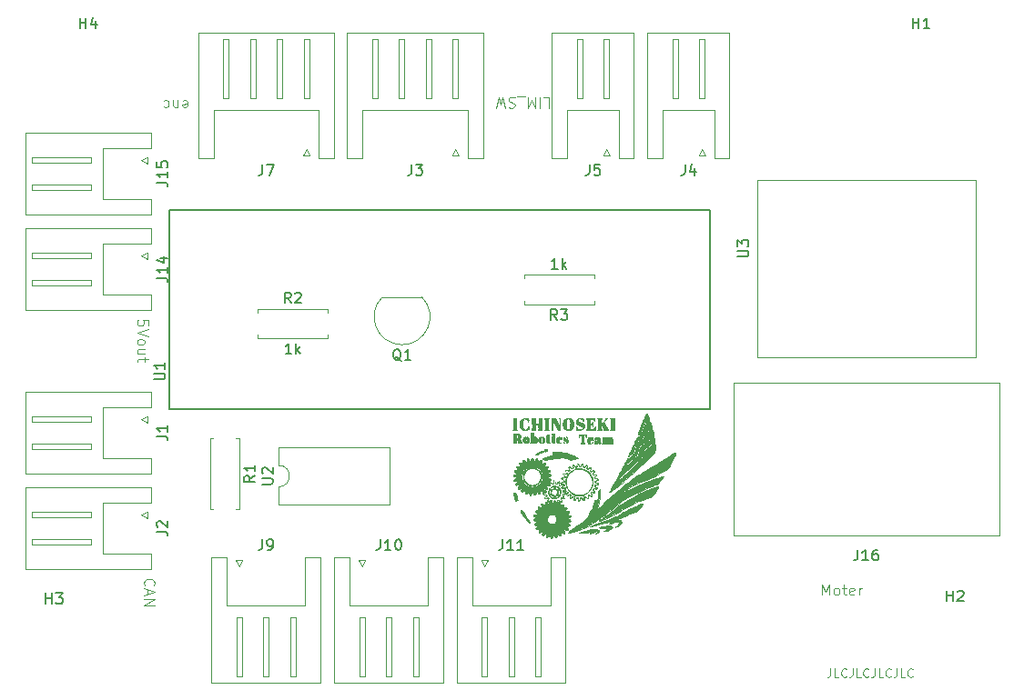
<source format=gbr>
%TF.GenerationSoftware,KiCad,Pcbnew,7.0.5*%
%TF.CreationDate,2023-08-26T23:21:22+09:00*%
%TF.ProjectId,Motherbord_Master,4d6f7468-6572-4626-9f72-645f4d617374,rev?*%
%TF.SameCoordinates,Original*%
%TF.FileFunction,Legend,Top*%
%TF.FilePolarity,Positive*%
%FSLAX46Y46*%
G04 Gerber Fmt 4.6, Leading zero omitted, Abs format (unit mm)*
G04 Created by KiCad (PCBNEW 7.0.5) date 2023-08-26 23:21:22*
%MOMM*%
%LPD*%
G01*
G04 APERTURE LIST*
%ADD10C,0.125000*%
%ADD11C,0.100000*%
%ADD12C,0.150000*%
%ADD13C,0.120000*%
%ADD14C,0.010000*%
%ADD15C,0.127000*%
G04 APERTURE END LIST*
D10*
X182565331Y-115441119D02*
X182565331Y-114441119D01*
X182565331Y-114441119D02*
X182898664Y-115155404D01*
X182898664Y-115155404D02*
X183231997Y-114441119D01*
X183231997Y-114441119D02*
X183231997Y-115441119D01*
X183851045Y-115441119D02*
X183755807Y-115393500D01*
X183755807Y-115393500D02*
X183708188Y-115345880D01*
X183708188Y-115345880D02*
X183660569Y-115250642D01*
X183660569Y-115250642D02*
X183660569Y-114964928D01*
X183660569Y-114964928D02*
X183708188Y-114869690D01*
X183708188Y-114869690D02*
X183755807Y-114822071D01*
X183755807Y-114822071D02*
X183851045Y-114774452D01*
X183851045Y-114774452D02*
X183993902Y-114774452D01*
X183993902Y-114774452D02*
X184089140Y-114822071D01*
X184089140Y-114822071D02*
X184136759Y-114869690D01*
X184136759Y-114869690D02*
X184184378Y-114964928D01*
X184184378Y-114964928D02*
X184184378Y-115250642D01*
X184184378Y-115250642D02*
X184136759Y-115345880D01*
X184136759Y-115345880D02*
X184089140Y-115393500D01*
X184089140Y-115393500D02*
X183993902Y-115441119D01*
X183993902Y-115441119D02*
X183851045Y-115441119D01*
X184470093Y-114774452D02*
X184851045Y-114774452D01*
X184612950Y-114441119D02*
X184612950Y-115298261D01*
X184612950Y-115298261D02*
X184660569Y-115393500D01*
X184660569Y-115393500D02*
X184755807Y-115441119D01*
X184755807Y-115441119D02*
X184851045Y-115441119D01*
X185565331Y-115393500D02*
X185470093Y-115441119D01*
X185470093Y-115441119D02*
X185279617Y-115441119D01*
X185279617Y-115441119D02*
X185184379Y-115393500D01*
X185184379Y-115393500D02*
X185136760Y-115298261D01*
X185136760Y-115298261D02*
X185136760Y-114917309D01*
X185136760Y-114917309D02*
X185184379Y-114822071D01*
X185184379Y-114822071D02*
X185279617Y-114774452D01*
X185279617Y-114774452D02*
X185470093Y-114774452D01*
X185470093Y-114774452D02*
X185565331Y-114822071D01*
X185565331Y-114822071D02*
X185612950Y-114917309D01*
X185612950Y-114917309D02*
X185612950Y-115012547D01*
X185612950Y-115012547D02*
X185136760Y-115107785D01*
X186041522Y-115441119D02*
X186041522Y-114774452D01*
X186041522Y-114964928D02*
X186089141Y-114869690D01*
X186089141Y-114869690D02*
X186136760Y-114822071D01*
X186136760Y-114822071D02*
X186231998Y-114774452D01*
X186231998Y-114774452D02*
X186327236Y-114774452D01*
D11*
X183364836Y-122286895D02*
X183364836Y-122858323D01*
X183364836Y-122858323D02*
X183326741Y-122972609D01*
X183326741Y-122972609D02*
X183250550Y-123048800D01*
X183250550Y-123048800D02*
X183136265Y-123086895D01*
X183136265Y-123086895D02*
X183060074Y-123086895D01*
X184126741Y-123086895D02*
X183745789Y-123086895D01*
X183745789Y-123086895D02*
X183745789Y-122286895D01*
X184850551Y-123010704D02*
X184812455Y-123048800D01*
X184812455Y-123048800D02*
X184698170Y-123086895D01*
X184698170Y-123086895D02*
X184621979Y-123086895D01*
X184621979Y-123086895D02*
X184507693Y-123048800D01*
X184507693Y-123048800D02*
X184431503Y-122972609D01*
X184431503Y-122972609D02*
X184393408Y-122896419D01*
X184393408Y-122896419D02*
X184355312Y-122744038D01*
X184355312Y-122744038D02*
X184355312Y-122629752D01*
X184355312Y-122629752D02*
X184393408Y-122477371D01*
X184393408Y-122477371D02*
X184431503Y-122401180D01*
X184431503Y-122401180D02*
X184507693Y-122324990D01*
X184507693Y-122324990D02*
X184621979Y-122286895D01*
X184621979Y-122286895D02*
X184698170Y-122286895D01*
X184698170Y-122286895D02*
X184812455Y-122324990D01*
X184812455Y-122324990D02*
X184850551Y-122363085D01*
X185421979Y-122286895D02*
X185421979Y-122858323D01*
X185421979Y-122858323D02*
X185383884Y-122972609D01*
X185383884Y-122972609D02*
X185307693Y-123048800D01*
X185307693Y-123048800D02*
X185193408Y-123086895D01*
X185193408Y-123086895D02*
X185117217Y-123086895D01*
X186183884Y-123086895D02*
X185802932Y-123086895D01*
X185802932Y-123086895D02*
X185802932Y-122286895D01*
X186907694Y-123010704D02*
X186869598Y-123048800D01*
X186869598Y-123048800D02*
X186755313Y-123086895D01*
X186755313Y-123086895D02*
X186679122Y-123086895D01*
X186679122Y-123086895D02*
X186564836Y-123048800D01*
X186564836Y-123048800D02*
X186488646Y-122972609D01*
X186488646Y-122972609D02*
X186450551Y-122896419D01*
X186450551Y-122896419D02*
X186412455Y-122744038D01*
X186412455Y-122744038D02*
X186412455Y-122629752D01*
X186412455Y-122629752D02*
X186450551Y-122477371D01*
X186450551Y-122477371D02*
X186488646Y-122401180D01*
X186488646Y-122401180D02*
X186564836Y-122324990D01*
X186564836Y-122324990D02*
X186679122Y-122286895D01*
X186679122Y-122286895D02*
X186755313Y-122286895D01*
X186755313Y-122286895D02*
X186869598Y-122324990D01*
X186869598Y-122324990D02*
X186907694Y-122363085D01*
X187479122Y-122286895D02*
X187479122Y-122858323D01*
X187479122Y-122858323D02*
X187441027Y-122972609D01*
X187441027Y-122972609D02*
X187364836Y-123048800D01*
X187364836Y-123048800D02*
X187250551Y-123086895D01*
X187250551Y-123086895D02*
X187174360Y-123086895D01*
X188241027Y-123086895D02*
X187860075Y-123086895D01*
X187860075Y-123086895D02*
X187860075Y-122286895D01*
X188964837Y-123010704D02*
X188926741Y-123048800D01*
X188926741Y-123048800D02*
X188812456Y-123086895D01*
X188812456Y-123086895D02*
X188736265Y-123086895D01*
X188736265Y-123086895D02*
X188621979Y-123048800D01*
X188621979Y-123048800D02*
X188545789Y-122972609D01*
X188545789Y-122972609D02*
X188507694Y-122896419D01*
X188507694Y-122896419D02*
X188469598Y-122744038D01*
X188469598Y-122744038D02*
X188469598Y-122629752D01*
X188469598Y-122629752D02*
X188507694Y-122477371D01*
X188507694Y-122477371D02*
X188545789Y-122401180D01*
X188545789Y-122401180D02*
X188621979Y-122324990D01*
X188621979Y-122324990D02*
X188736265Y-122286895D01*
X188736265Y-122286895D02*
X188812456Y-122286895D01*
X188812456Y-122286895D02*
X188926741Y-122324990D01*
X188926741Y-122324990D02*
X188964837Y-122363085D01*
X189536265Y-122286895D02*
X189536265Y-122858323D01*
X189536265Y-122858323D02*
X189498170Y-122972609D01*
X189498170Y-122972609D02*
X189421979Y-123048800D01*
X189421979Y-123048800D02*
X189307694Y-123086895D01*
X189307694Y-123086895D02*
X189231503Y-123086895D01*
X190298170Y-123086895D02*
X189917218Y-123086895D01*
X189917218Y-123086895D02*
X189917218Y-122286895D01*
X191021980Y-123010704D02*
X190983884Y-123048800D01*
X190983884Y-123048800D02*
X190869599Y-123086895D01*
X190869599Y-123086895D02*
X190793408Y-123086895D01*
X190793408Y-123086895D02*
X190679122Y-123048800D01*
X190679122Y-123048800D02*
X190602932Y-122972609D01*
X190602932Y-122972609D02*
X190564837Y-122896419D01*
X190564837Y-122896419D02*
X190526741Y-122744038D01*
X190526741Y-122744038D02*
X190526741Y-122629752D01*
X190526741Y-122629752D02*
X190564837Y-122477371D01*
X190564837Y-122477371D02*
X190602932Y-122401180D01*
X190602932Y-122401180D02*
X190679122Y-122324990D01*
X190679122Y-122324990D02*
X190793408Y-122286895D01*
X190793408Y-122286895D02*
X190869599Y-122286895D01*
X190869599Y-122286895D02*
X190983884Y-122324990D01*
X190983884Y-122324990D02*
X191021980Y-122363085D01*
D10*
X119873880Y-90331521D02*
X119873880Y-89855331D01*
X119873880Y-89855331D02*
X119397690Y-89807712D01*
X119397690Y-89807712D02*
X119445309Y-89855331D01*
X119445309Y-89855331D02*
X119492928Y-89950569D01*
X119492928Y-89950569D02*
X119492928Y-90188664D01*
X119492928Y-90188664D02*
X119445309Y-90283902D01*
X119445309Y-90283902D02*
X119397690Y-90331521D01*
X119397690Y-90331521D02*
X119302452Y-90379140D01*
X119302452Y-90379140D02*
X119064357Y-90379140D01*
X119064357Y-90379140D02*
X118969119Y-90331521D01*
X118969119Y-90331521D02*
X118921500Y-90283902D01*
X118921500Y-90283902D02*
X118873880Y-90188664D01*
X118873880Y-90188664D02*
X118873880Y-89950569D01*
X118873880Y-89950569D02*
X118921500Y-89855331D01*
X118921500Y-89855331D02*
X118969119Y-89807712D01*
X119873880Y-90664855D02*
X118873880Y-90998188D01*
X118873880Y-90998188D02*
X119873880Y-91331521D01*
X118873880Y-91807712D02*
X118921500Y-91712474D01*
X118921500Y-91712474D02*
X118969119Y-91664855D01*
X118969119Y-91664855D02*
X119064357Y-91617236D01*
X119064357Y-91617236D02*
X119350071Y-91617236D01*
X119350071Y-91617236D02*
X119445309Y-91664855D01*
X119445309Y-91664855D02*
X119492928Y-91712474D01*
X119492928Y-91712474D02*
X119540547Y-91807712D01*
X119540547Y-91807712D02*
X119540547Y-91950569D01*
X119540547Y-91950569D02*
X119492928Y-92045807D01*
X119492928Y-92045807D02*
X119445309Y-92093426D01*
X119445309Y-92093426D02*
X119350071Y-92141045D01*
X119350071Y-92141045D02*
X119064357Y-92141045D01*
X119064357Y-92141045D02*
X118969119Y-92093426D01*
X118969119Y-92093426D02*
X118921500Y-92045807D01*
X118921500Y-92045807D02*
X118873880Y-91950569D01*
X118873880Y-91950569D02*
X118873880Y-91807712D01*
X119540547Y-92998188D02*
X118873880Y-92998188D01*
X119540547Y-92569617D02*
X119016738Y-92569617D01*
X119016738Y-92569617D02*
X118921500Y-92617236D01*
X118921500Y-92617236D02*
X118873880Y-92712474D01*
X118873880Y-92712474D02*
X118873880Y-92855331D01*
X118873880Y-92855331D02*
X118921500Y-92950569D01*
X118921500Y-92950569D02*
X118969119Y-92998188D01*
X119540547Y-93331522D02*
X119540547Y-93712474D01*
X119873880Y-93474379D02*
X119016738Y-93474379D01*
X119016738Y-93474379D02*
X118921500Y-93521998D01*
X118921500Y-93521998D02*
X118873880Y-93617236D01*
X118873880Y-93617236D02*
X118873880Y-93712474D01*
X123123716Y-69391500D02*
X123218954Y-69343880D01*
X123218954Y-69343880D02*
X123409430Y-69343880D01*
X123409430Y-69343880D02*
X123504668Y-69391500D01*
X123504668Y-69391500D02*
X123552287Y-69486738D01*
X123552287Y-69486738D02*
X123552287Y-69867690D01*
X123552287Y-69867690D02*
X123504668Y-69962928D01*
X123504668Y-69962928D02*
X123409430Y-70010547D01*
X123409430Y-70010547D02*
X123218954Y-70010547D01*
X123218954Y-70010547D02*
X123123716Y-69962928D01*
X123123716Y-69962928D02*
X123076097Y-69867690D01*
X123076097Y-69867690D02*
X123076097Y-69772452D01*
X123076097Y-69772452D02*
X123552287Y-69677214D01*
X122647525Y-70010547D02*
X122647525Y-69343880D01*
X122647525Y-69915309D02*
X122599906Y-69962928D01*
X122599906Y-69962928D02*
X122504668Y-70010547D01*
X122504668Y-70010547D02*
X122361811Y-70010547D01*
X122361811Y-70010547D02*
X122266573Y-69962928D01*
X122266573Y-69962928D02*
X122218954Y-69867690D01*
X122218954Y-69867690D02*
X122218954Y-69343880D01*
X121314192Y-69391500D02*
X121409430Y-69343880D01*
X121409430Y-69343880D02*
X121599906Y-69343880D01*
X121599906Y-69343880D02*
X121695144Y-69391500D01*
X121695144Y-69391500D02*
X121742763Y-69439119D01*
X121742763Y-69439119D02*
X121790382Y-69534357D01*
X121790382Y-69534357D02*
X121790382Y-69820071D01*
X121790382Y-69820071D02*
X121742763Y-69915309D01*
X121742763Y-69915309D02*
X121695144Y-69962928D01*
X121695144Y-69962928D02*
X121599906Y-70010547D01*
X121599906Y-70010547D02*
X121409430Y-70010547D01*
X121409430Y-70010547D02*
X121314192Y-69962928D01*
X119604119Y-114556759D02*
X119556500Y-114509140D01*
X119556500Y-114509140D02*
X119508880Y-114366283D01*
X119508880Y-114366283D02*
X119508880Y-114271045D01*
X119508880Y-114271045D02*
X119556500Y-114128188D01*
X119556500Y-114128188D02*
X119651738Y-114032950D01*
X119651738Y-114032950D02*
X119746976Y-113985331D01*
X119746976Y-113985331D02*
X119937452Y-113937712D01*
X119937452Y-113937712D02*
X120080309Y-113937712D01*
X120080309Y-113937712D02*
X120270785Y-113985331D01*
X120270785Y-113985331D02*
X120366023Y-114032950D01*
X120366023Y-114032950D02*
X120461261Y-114128188D01*
X120461261Y-114128188D02*
X120508880Y-114271045D01*
X120508880Y-114271045D02*
X120508880Y-114366283D01*
X120508880Y-114366283D02*
X120461261Y-114509140D01*
X120461261Y-114509140D02*
X120413642Y-114556759D01*
X119794595Y-114937712D02*
X119794595Y-115413902D01*
X119508880Y-114842474D02*
X120508880Y-115175807D01*
X120508880Y-115175807D02*
X119508880Y-115509140D01*
X119508880Y-115842474D02*
X120508880Y-115842474D01*
X120508880Y-115842474D02*
X119508880Y-116413902D01*
X119508880Y-116413902D02*
X120508880Y-116413902D01*
X156663478Y-69068880D02*
X157139668Y-69068880D01*
X157139668Y-69068880D02*
X157139668Y-70068880D01*
X156330144Y-69068880D02*
X156330144Y-70068880D01*
X155853954Y-69068880D02*
X155853954Y-70068880D01*
X155853954Y-70068880D02*
X155520621Y-69354595D01*
X155520621Y-69354595D02*
X155187288Y-70068880D01*
X155187288Y-70068880D02*
X155187288Y-69068880D01*
X154949193Y-68973642D02*
X154187288Y-68973642D01*
X153996811Y-69116500D02*
X153853954Y-69068880D01*
X153853954Y-69068880D02*
X153615859Y-69068880D01*
X153615859Y-69068880D02*
X153520621Y-69116500D01*
X153520621Y-69116500D02*
X153473002Y-69164119D01*
X153473002Y-69164119D02*
X153425383Y-69259357D01*
X153425383Y-69259357D02*
X153425383Y-69354595D01*
X153425383Y-69354595D02*
X153473002Y-69449833D01*
X153473002Y-69449833D02*
X153520621Y-69497452D01*
X153520621Y-69497452D02*
X153615859Y-69545071D01*
X153615859Y-69545071D02*
X153806335Y-69592690D01*
X153806335Y-69592690D02*
X153901573Y-69640309D01*
X153901573Y-69640309D02*
X153949192Y-69687928D01*
X153949192Y-69687928D02*
X153996811Y-69783166D01*
X153996811Y-69783166D02*
X153996811Y-69878404D01*
X153996811Y-69878404D02*
X153949192Y-69973642D01*
X153949192Y-69973642D02*
X153901573Y-70021261D01*
X153901573Y-70021261D02*
X153806335Y-70068880D01*
X153806335Y-70068880D02*
X153568240Y-70068880D01*
X153568240Y-70068880D02*
X153425383Y-70021261D01*
X153092049Y-70068880D02*
X152853954Y-69068880D01*
X152853954Y-69068880D02*
X152663478Y-69783166D01*
X152663478Y-69783166D02*
X152473002Y-69068880D01*
X152473002Y-69068880D02*
X152234907Y-70068880D01*
D12*
%TO.C,J3*%
X144386666Y-75344819D02*
X144386666Y-76059104D01*
X144386666Y-76059104D02*
X144339047Y-76201961D01*
X144339047Y-76201961D02*
X144243809Y-76297200D01*
X144243809Y-76297200D02*
X144100952Y-76344819D01*
X144100952Y-76344819D02*
X144005714Y-76344819D01*
X144767619Y-75344819D02*
X145386666Y-75344819D01*
X145386666Y-75344819D02*
X145053333Y-75725771D01*
X145053333Y-75725771D02*
X145196190Y-75725771D01*
X145196190Y-75725771D02*
X145291428Y-75773390D01*
X145291428Y-75773390D02*
X145339047Y-75821009D01*
X145339047Y-75821009D02*
X145386666Y-75916247D01*
X145386666Y-75916247D02*
X145386666Y-76154342D01*
X145386666Y-76154342D02*
X145339047Y-76249580D01*
X145339047Y-76249580D02*
X145291428Y-76297200D01*
X145291428Y-76297200D02*
X145196190Y-76344819D01*
X145196190Y-76344819D02*
X144910476Y-76344819D01*
X144910476Y-76344819D02*
X144815238Y-76297200D01*
X144815238Y-76297200D02*
X144767619Y-76249580D01*
%TO.C,H2*%
X194183095Y-116024819D02*
X194183095Y-115024819D01*
X194183095Y-115501009D02*
X194754523Y-115501009D01*
X194754523Y-116024819D02*
X194754523Y-115024819D01*
X195183095Y-115120057D02*
X195230714Y-115072438D01*
X195230714Y-115072438D02*
X195325952Y-115024819D01*
X195325952Y-115024819D02*
X195564047Y-115024819D01*
X195564047Y-115024819D02*
X195659285Y-115072438D01*
X195659285Y-115072438D02*
X195706904Y-115120057D01*
X195706904Y-115120057D02*
X195754523Y-115215295D01*
X195754523Y-115215295D02*
X195754523Y-115310533D01*
X195754523Y-115310533D02*
X195706904Y-115453390D01*
X195706904Y-115453390D02*
X195135476Y-116024819D01*
X195135476Y-116024819D02*
X195754523Y-116024819D01*
%TO.C,J5*%
X160936666Y-75344819D02*
X160936666Y-76059104D01*
X160936666Y-76059104D02*
X160889047Y-76201961D01*
X160889047Y-76201961D02*
X160793809Y-76297200D01*
X160793809Y-76297200D02*
X160650952Y-76344819D01*
X160650952Y-76344819D02*
X160555714Y-76344819D01*
X161889047Y-75344819D02*
X161412857Y-75344819D01*
X161412857Y-75344819D02*
X161365238Y-75821009D01*
X161365238Y-75821009D02*
X161412857Y-75773390D01*
X161412857Y-75773390D02*
X161508095Y-75725771D01*
X161508095Y-75725771D02*
X161746190Y-75725771D01*
X161746190Y-75725771D02*
X161841428Y-75773390D01*
X161841428Y-75773390D02*
X161889047Y-75821009D01*
X161889047Y-75821009D02*
X161936666Y-75916247D01*
X161936666Y-75916247D02*
X161936666Y-76154342D01*
X161936666Y-76154342D02*
X161889047Y-76249580D01*
X161889047Y-76249580D02*
X161841428Y-76297200D01*
X161841428Y-76297200D02*
X161746190Y-76344819D01*
X161746190Y-76344819D02*
X161508095Y-76344819D01*
X161508095Y-76344819D02*
X161412857Y-76297200D01*
X161412857Y-76297200D02*
X161365238Y-76249580D01*
%TO.C,J9*%
X130516666Y-110254819D02*
X130516666Y-110969104D01*
X130516666Y-110969104D02*
X130469047Y-111111961D01*
X130469047Y-111111961D02*
X130373809Y-111207200D01*
X130373809Y-111207200D02*
X130230952Y-111254819D01*
X130230952Y-111254819D02*
X130135714Y-111254819D01*
X131040476Y-111254819D02*
X131230952Y-111254819D01*
X131230952Y-111254819D02*
X131326190Y-111207200D01*
X131326190Y-111207200D02*
X131373809Y-111159580D01*
X131373809Y-111159580D02*
X131469047Y-111016723D01*
X131469047Y-111016723D02*
X131516666Y-110826247D01*
X131516666Y-110826247D02*
X131516666Y-110445295D01*
X131516666Y-110445295D02*
X131469047Y-110350057D01*
X131469047Y-110350057D02*
X131421428Y-110302438D01*
X131421428Y-110302438D02*
X131326190Y-110254819D01*
X131326190Y-110254819D02*
X131135714Y-110254819D01*
X131135714Y-110254819D02*
X131040476Y-110302438D01*
X131040476Y-110302438D02*
X130992857Y-110350057D01*
X130992857Y-110350057D02*
X130945238Y-110445295D01*
X130945238Y-110445295D02*
X130945238Y-110683390D01*
X130945238Y-110683390D02*
X130992857Y-110778628D01*
X130992857Y-110778628D02*
X131040476Y-110826247D01*
X131040476Y-110826247D02*
X131135714Y-110873866D01*
X131135714Y-110873866D02*
X131326190Y-110873866D01*
X131326190Y-110873866D02*
X131421428Y-110826247D01*
X131421428Y-110826247D02*
X131469047Y-110778628D01*
X131469047Y-110778628D02*
X131516666Y-110683390D01*
%TO.C,U1*%
X120444819Y-95376904D02*
X121254342Y-95376904D01*
X121254342Y-95376904D02*
X121349580Y-95329285D01*
X121349580Y-95329285D02*
X121397200Y-95281666D01*
X121397200Y-95281666D02*
X121444819Y-95186428D01*
X121444819Y-95186428D02*
X121444819Y-94995952D01*
X121444819Y-94995952D02*
X121397200Y-94900714D01*
X121397200Y-94900714D02*
X121349580Y-94853095D01*
X121349580Y-94853095D02*
X121254342Y-94805476D01*
X121254342Y-94805476D02*
X120444819Y-94805476D01*
X121444819Y-93805476D02*
X121444819Y-94376904D01*
X121444819Y-94091190D02*
X120444819Y-94091190D01*
X120444819Y-94091190D02*
X120587676Y-94186428D01*
X120587676Y-94186428D02*
X120682914Y-94281666D01*
X120682914Y-94281666D02*
X120730533Y-94376904D01*
%TO.C,H4*%
X113538095Y-62684819D02*
X113538095Y-61684819D01*
X113538095Y-62161009D02*
X114109523Y-62161009D01*
X114109523Y-62684819D02*
X114109523Y-61684819D01*
X115014285Y-62018152D02*
X115014285Y-62684819D01*
X114776190Y-61637200D02*
X114538095Y-62351485D01*
X114538095Y-62351485D02*
X115157142Y-62351485D01*
%TO.C,J4*%
X169826666Y-75344819D02*
X169826666Y-76059104D01*
X169826666Y-76059104D02*
X169779047Y-76201961D01*
X169779047Y-76201961D02*
X169683809Y-76297200D01*
X169683809Y-76297200D02*
X169540952Y-76344819D01*
X169540952Y-76344819D02*
X169445714Y-76344819D01*
X170731428Y-75678152D02*
X170731428Y-76344819D01*
X170493333Y-75297200D02*
X170255238Y-76011485D01*
X170255238Y-76011485D02*
X170874285Y-76011485D01*
%TO.C,J1*%
X120704819Y-100663333D02*
X121419104Y-100663333D01*
X121419104Y-100663333D02*
X121561961Y-100710952D01*
X121561961Y-100710952D02*
X121657200Y-100806190D01*
X121657200Y-100806190D02*
X121704819Y-100949047D01*
X121704819Y-100949047D02*
X121704819Y-101044285D01*
X121704819Y-99663333D02*
X121704819Y-100234761D01*
X121704819Y-99949047D02*
X120704819Y-99949047D01*
X120704819Y-99949047D02*
X120847676Y-100044285D01*
X120847676Y-100044285D02*
X120942914Y-100139523D01*
X120942914Y-100139523D02*
X120990533Y-100234761D01*
%TO.C,J11*%
X152860476Y-110254819D02*
X152860476Y-110969104D01*
X152860476Y-110969104D02*
X152812857Y-111111961D01*
X152812857Y-111111961D02*
X152717619Y-111207200D01*
X152717619Y-111207200D02*
X152574762Y-111254819D01*
X152574762Y-111254819D02*
X152479524Y-111254819D01*
X153860476Y-111254819D02*
X153289048Y-111254819D01*
X153574762Y-111254819D02*
X153574762Y-110254819D01*
X153574762Y-110254819D02*
X153479524Y-110397676D01*
X153479524Y-110397676D02*
X153384286Y-110492914D01*
X153384286Y-110492914D02*
X153289048Y-110540533D01*
X154812857Y-111254819D02*
X154241429Y-111254819D01*
X154527143Y-111254819D02*
X154527143Y-110254819D01*
X154527143Y-110254819D02*
X154431905Y-110397676D01*
X154431905Y-110397676D02*
X154336667Y-110492914D01*
X154336667Y-110492914D02*
X154241429Y-110540533D01*
%TO.C,J15*%
X120704819Y-77009523D02*
X121419104Y-77009523D01*
X121419104Y-77009523D02*
X121561961Y-77057142D01*
X121561961Y-77057142D02*
X121657200Y-77152380D01*
X121657200Y-77152380D02*
X121704819Y-77295237D01*
X121704819Y-77295237D02*
X121704819Y-77390475D01*
X121704819Y-76009523D02*
X121704819Y-76580951D01*
X121704819Y-76295237D02*
X120704819Y-76295237D01*
X120704819Y-76295237D02*
X120847676Y-76390475D01*
X120847676Y-76390475D02*
X120942914Y-76485713D01*
X120942914Y-76485713D02*
X120990533Y-76580951D01*
X120704819Y-75104761D02*
X120704819Y-75580951D01*
X120704819Y-75580951D02*
X121181009Y-75628570D01*
X121181009Y-75628570D02*
X121133390Y-75580951D01*
X121133390Y-75580951D02*
X121085771Y-75485713D01*
X121085771Y-75485713D02*
X121085771Y-75247618D01*
X121085771Y-75247618D02*
X121133390Y-75152380D01*
X121133390Y-75152380D02*
X121181009Y-75104761D01*
X121181009Y-75104761D02*
X121276247Y-75057142D01*
X121276247Y-75057142D02*
X121514342Y-75057142D01*
X121514342Y-75057142D02*
X121609580Y-75104761D01*
X121609580Y-75104761D02*
X121657200Y-75152380D01*
X121657200Y-75152380D02*
X121704819Y-75247618D01*
X121704819Y-75247618D02*
X121704819Y-75485713D01*
X121704819Y-75485713D02*
X121657200Y-75580951D01*
X121657200Y-75580951D02*
X121609580Y-75628570D01*
%TO.C,J10*%
X141470476Y-110254819D02*
X141470476Y-110969104D01*
X141470476Y-110969104D02*
X141422857Y-111111961D01*
X141422857Y-111111961D02*
X141327619Y-111207200D01*
X141327619Y-111207200D02*
X141184762Y-111254819D01*
X141184762Y-111254819D02*
X141089524Y-111254819D01*
X142470476Y-111254819D02*
X141899048Y-111254819D01*
X142184762Y-111254819D02*
X142184762Y-110254819D01*
X142184762Y-110254819D02*
X142089524Y-110397676D01*
X142089524Y-110397676D02*
X141994286Y-110492914D01*
X141994286Y-110492914D02*
X141899048Y-110540533D01*
X143089524Y-110254819D02*
X143184762Y-110254819D01*
X143184762Y-110254819D02*
X143280000Y-110302438D01*
X143280000Y-110302438D02*
X143327619Y-110350057D01*
X143327619Y-110350057D02*
X143375238Y-110445295D01*
X143375238Y-110445295D02*
X143422857Y-110635771D01*
X143422857Y-110635771D02*
X143422857Y-110873866D01*
X143422857Y-110873866D02*
X143375238Y-111064342D01*
X143375238Y-111064342D02*
X143327619Y-111159580D01*
X143327619Y-111159580D02*
X143280000Y-111207200D01*
X143280000Y-111207200D02*
X143184762Y-111254819D01*
X143184762Y-111254819D02*
X143089524Y-111254819D01*
X143089524Y-111254819D02*
X142994286Y-111207200D01*
X142994286Y-111207200D02*
X142946667Y-111159580D01*
X142946667Y-111159580D02*
X142899048Y-111064342D01*
X142899048Y-111064342D02*
X142851429Y-110873866D01*
X142851429Y-110873866D02*
X142851429Y-110635771D01*
X142851429Y-110635771D02*
X142899048Y-110445295D01*
X142899048Y-110445295D02*
X142946667Y-110350057D01*
X142946667Y-110350057D02*
X142994286Y-110302438D01*
X142994286Y-110302438D02*
X143089524Y-110254819D01*
%TO.C,Q1*%
X143414761Y-93645057D02*
X143319523Y-93597438D01*
X143319523Y-93597438D02*
X143224285Y-93502200D01*
X143224285Y-93502200D02*
X143081428Y-93359342D01*
X143081428Y-93359342D02*
X142986190Y-93311723D01*
X142986190Y-93311723D02*
X142890952Y-93311723D01*
X142938571Y-93549819D02*
X142843333Y-93502200D01*
X142843333Y-93502200D02*
X142748095Y-93406961D01*
X142748095Y-93406961D02*
X142700476Y-93216485D01*
X142700476Y-93216485D02*
X142700476Y-92883152D01*
X142700476Y-92883152D02*
X142748095Y-92692676D01*
X142748095Y-92692676D02*
X142843333Y-92597438D01*
X142843333Y-92597438D02*
X142938571Y-92549819D01*
X142938571Y-92549819D02*
X143129047Y-92549819D01*
X143129047Y-92549819D02*
X143224285Y-92597438D01*
X143224285Y-92597438D02*
X143319523Y-92692676D01*
X143319523Y-92692676D02*
X143367142Y-92883152D01*
X143367142Y-92883152D02*
X143367142Y-93216485D01*
X143367142Y-93216485D02*
X143319523Y-93406961D01*
X143319523Y-93406961D02*
X143224285Y-93502200D01*
X143224285Y-93502200D02*
X143129047Y-93549819D01*
X143129047Y-93549819D02*
X142938571Y-93549819D01*
X144319523Y-93549819D02*
X143748095Y-93549819D01*
X144033809Y-93549819D02*
X144033809Y-92549819D01*
X144033809Y-92549819D02*
X143938571Y-92692676D01*
X143938571Y-92692676D02*
X143843333Y-92787914D01*
X143843333Y-92787914D02*
X143748095Y-92835533D01*
%TO.C,H1*%
X191008095Y-62684819D02*
X191008095Y-61684819D01*
X191008095Y-62161009D02*
X191579523Y-62161009D01*
X191579523Y-62684819D02*
X191579523Y-61684819D01*
X192579523Y-62684819D02*
X192008095Y-62684819D01*
X192293809Y-62684819D02*
X192293809Y-61684819D01*
X192293809Y-61684819D02*
X192198571Y-61827676D01*
X192198571Y-61827676D02*
X192103333Y-61922914D01*
X192103333Y-61922914D02*
X192008095Y-61970533D01*
%TO.C,H3*%
X110363095Y-116269819D02*
X110363095Y-115269819D01*
X110363095Y-115746009D02*
X110934523Y-115746009D01*
X110934523Y-116269819D02*
X110934523Y-115269819D01*
X111315476Y-115269819D02*
X111934523Y-115269819D01*
X111934523Y-115269819D02*
X111601190Y-115650771D01*
X111601190Y-115650771D02*
X111744047Y-115650771D01*
X111744047Y-115650771D02*
X111839285Y-115698390D01*
X111839285Y-115698390D02*
X111886904Y-115746009D01*
X111886904Y-115746009D02*
X111934523Y-115841247D01*
X111934523Y-115841247D02*
X111934523Y-116079342D01*
X111934523Y-116079342D02*
X111886904Y-116174580D01*
X111886904Y-116174580D02*
X111839285Y-116222200D01*
X111839285Y-116222200D02*
X111744047Y-116269819D01*
X111744047Y-116269819D02*
X111458333Y-116269819D01*
X111458333Y-116269819D02*
X111363095Y-116222200D01*
X111363095Y-116222200D02*
X111315476Y-116174580D01*
%TO.C,U2*%
X130484819Y-105131904D02*
X131294342Y-105131904D01*
X131294342Y-105131904D02*
X131389580Y-105084285D01*
X131389580Y-105084285D02*
X131437200Y-105036666D01*
X131437200Y-105036666D02*
X131484819Y-104941428D01*
X131484819Y-104941428D02*
X131484819Y-104750952D01*
X131484819Y-104750952D02*
X131437200Y-104655714D01*
X131437200Y-104655714D02*
X131389580Y-104608095D01*
X131389580Y-104608095D02*
X131294342Y-104560476D01*
X131294342Y-104560476D02*
X130484819Y-104560476D01*
X130580057Y-104131904D02*
X130532438Y-104084285D01*
X130532438Y-104084285D02*
X130484819Y-103989047D01*
X130484819Y-103989047D02*
X130484819Y-103750952D01*
X130484819Y-103750952D02*
X130532438Y-103655714D01*
X130532438Y-103655714D02*
X130580057Y-103608095D01*
X130580057Y-103608095D02*
X130675295Y-103560476D01*
X130675295Y-103560476D02*
X130770533Y-103560476D01*
X130770533Y-103560476D02*
X130913390Y-103608095D01*
X130913390Y-103608095D02*
X131484819Y-104179523D01*
X131484819Y-104179523D02*
X131484819Y-103560476D01*
%TO.C,J14*%
X120704819Y-85899523D02*
X121419104Y-85899523D01*
X121419104Y-85899523D02*
X121561961Y-85947142D01*
X121561961Y-85947142D02*
X121657200Y-86042380D01*
X121657200Y-86042380D02*
X121704819Y-86185237D01*
X121704819Y-86185237D02*
X121704819Y-86280475D01*
X121704819Y-84899523D02*
X121704819Y-85470951D01*
X121704819Y-85185237D02*
X120704819Y-85185237D01*
X120704819Y-85185237D02*
X120847676Y-85280475D01*
X120847676Y-85280475D02*
X120942914Y-85375713D01*
X120942914Y-85375713D02*
X120990533Y-85470951D01*
X121038152Y-84042380D02*
X121704819Y-84042380D01*
X120657200Y-84280475D02*
X121371485Y-84518570D01*
X121371485Y-84518570D02*
X121371485Y-83899523D01*
%TO.C,J7*%
X130536666Y-75344819D02*
X130536666Y-76059104D01*
X130536666Y-76059104D02*
X130489047Y-76201961D01*
X130489047Y-76201961D02*
X130393809Y-76297200D01*
X130393809Y-76297200D02*
X130250952Y-76344819D01*
X130250952Y-76344819D02*
X130155714Y-76344819D01*
X130917619Y-75344819D02*
X131584285Y-75344819D01*
X131584285Y-75344819D02*
X131155714Y-76344819D01*
%TO.C,J2*%
X120704819Y-109553333D02*
X121419104Y-109553333D01*
X121419104Y-109553333D02*
X121561961Y-109600952D01*
X121561961Y-109600952D02*
X121657200Y-109696190D01*
X121657200Y-109696190D02*
X121704819Y-109839047D01*
X121704819Y-109839047D02*
X121704819Y-109934285D01*
X120800057Y-109124761D02*
X120752438Y-109077142D01*
X120752438Y-109077142D02*
X120704819Y-108981904D01*
X120704819Y-108981904D02*
X120704819Y-108743809D01*
X120704819Y-108743809D02*
X120752438Y-108648571D01*
X120752438Y-108648571D02*
X120800057Y-108600952D01*
X120800057Y-108600952D02*
X120895295Y-108553333D01*
X120895295Y-108553333D02*
X120990533Y-108553333D01*
X120990533Y-108553333D02*
X121133390Y-108600952D01*
X121133390Y-108600952D02*
X121704819Y-109172380D01*
X121704819Y-109172380D02*
X121704819Y-108553333D01*
%TO.C,R3*%
X157948333Y-89819819D02*
X157615000Y-89343628D01*
X157376905Y-89819819D02*
X157376905Y-88819819D01*
X157376905Y-88819819D02*
X157757857Y-88819819D01*
X157757857Y-88819819D02*
X157853095Y-88867438D01*
X157853095Y-88867438D02*
X157900714Y-88915057D01*
X157900714Y-88915057D02*
X157948333Y-89010295D01*
X157948333Y-89010295D02*
X157948333Y-89153152D01*
X157948333Y-89153152D02*
X157900714Y-89248390D01*
X157900714Y-89248390D02*
X157853095Y-89296009D01*
X157853095Y-89296009D02*
X157757857Y-89343628D01*
X157757857Y-89343628D02*
X157376905Y-89343628D01*
X158281667Y-88819819D02*
X158900714Y-88819819D01*
X158900714Y-88819819D02*
X158567381Y-89200771D01*
X158567381Y-89200771D02*
X158710238Y-89200771D01*
X158710238Y-89200771D02*
X158805476Y-89248390D01*
X158805476Y-89248390D02*
X158853095Y-89296009D01*
X158853095Y-89296009D02*
X158900714Y-89391247D01*
X158900714Y-89391247D02*
X158900714Y-89629342D01*
X158900714Y-89629342D02*
X158853095Y-89724580D01*
X158853095Y-89724580D02*
X158805476Y-89772200D01*
X158805476Y-89772200D02*
X158710238Y-89819819D01*
X158710238Y-89819819D02*
X158424524Y-89819819D01*
X158424524Y-89819819D02*
X158329286Y-89772200D01*
X158329286Y-89772200D02*
X158281667Y-89724580D01*
X157995952Y-85079819D02*
X157424524Y-85079819D01*
X157710238Y-85079819D02*
X157710238Y-84079819D01*
X157710238Y-84079819D02*
X157615000Y-84222676D01*
X157615000Y-84222676D02*
X157519762Y-84317914D01*
X157519762Y-84317914D02*
X157424524Y-84365533D01*
X158424524Y-85079819D02*
X158424524Y-84079819D01*
X158519762Y-84698866D02*
X158805476Y-85079819D01*
X158805476Y-84413152D02*
X158424524Y-84794104D01*
%TO.C,R2*%
X133183333Y-88254819D02*
X132850000Y-87778628D01*
X132611905Y-88254819D02*
X132611905Y-87254819D01*
X132611905Y-87254819D02*
X132992857Y-87254819D01*
X132992857Y-87254819D02*
X133088095Y-87302438D01*
X133088095Y-87302438D02*
X133135714Y-87350057D01*
X133135714Y-87350057D02*
X133183333Y-87445295D01*
X133183333Y-87445295D02*
X133183333Y-87588152D01*
X133183333Y-87588152D02*
X133135714Y-87683390D01*
X133135714Y-87683390D02*
X133088095Y-87731009D01*
X133088095Y-87731009D02*
X132992857Y-87778628D01*
X132992857Y-87778628D02*
X132611905Y-87778628D01*
X133564286Y-87350057D02*
X133611905Y-87302438D01*
X133611905Y-87302438D02*
X133707143Y-87254819D01*
X133707143Y-87254819D02*
X133945238Y-87254819D01*
X133945238Y-87254819D02*
X134040476Y-87302438D01*
X134040476Y-87302438D02*
X134088095Y-87350057D01*
X134088095Y-87350057D02*
X134135714Y-87445295D01*
X134135714Y-87445295D02*
X134135714Y-87540533D01*
X134135714Y-87540533D02*
X134088095Y-87683390D01*
X134088095Y-87683390D02*
X133516667Y-88254819D01*
X133516667Y-88254819D02*
X134135714Y-88254819D01*
X133230952Y-92994819D02*
X132659524Y-92994819D01*
X132945238Y-92994819D02*
X132945238Y-91994819D01*
X132945238Y-91994819D02*
X132850000Y-92137676D01*
X132850000Y-92137676D02*
X132754762Y-92232914D01*
X132754762Y-92232914D02*
X132659524Y-92280533D01*
X133659524Y-92994819D02*
X133659524Y-91994819D01*
X133754762Y-92613866D02*
X134040476Y-92994819D01*
X134040476Y-92328152D02*
X133659524Y-92709104D01*
%TO.C,J16*%
X185880476Y-111214819D02*
X185880476Y-111929104D01*
X185880476Y-111929104D02*
X185832857Y-112071961D01*
X185832857Y-112071961D02*
X185737619Y-112167200D01*
X185737619Y-112167200D02*
X185594762Y-112214819D01*
X185594762Y-112214819D02*
X185499524Y-112214819D01*
X186880476Y-112214819D02*
X186309048Y-112214819D01*
X186594762Y-112214819D02*
X186594762Y-111214819D01*
X186594762Y-111214819D02*
X186499524Y-111357676D01*
X186499524Y-111357676D02*
X186404286Y-111452914D01*
X186404286Y-111452914D02*
X186309048Y-111500533D01*
X187737619Y-111214819D02*
X187547143Y-111214819D01*
X187547143Y-111214819D02*
X187451905Y-111262438D01*
X187451905Y-111262438D02*
X187404286Y-111310057D01*
X187404286Y-111310057D02*
X187309048Y-111452914D01*
X187309048Y-111452914D02*
X187261429Y-111643390D01*
X187261429Y-111643390D02*
X187261429Y-112024342D01*
X187261429Y-112024342D02*
X187309048Y-112119580D01*
X187309048Y-112119580D02*
X187356667Y-112167200D01*
X187356667Y-112167200D02*
X187451905Y-112214819D01*
X187451905Y-112214819D02*
X187642381Y-112214819D01*
X187642381Y-112214819D02*
X187737619Y-112167200D01*
X187737619Y-112167200D02*
X187785238Y-112119580D01*
X187785238Y-112119580D02*
X187832857Y-112024342D01*
X187832857Y-112024342D02*
X187832857Y-111786247D01*
X187832857Y-111786247D02*
X187785238Y-111691009D01*
X187785238Y-111691009D02*
X187737619Y-111643390D01*
X187737619Y-111643390D02*
X187642381Y-111595771D01*
X187642381Y-111595771D02*
X187451905Y-111595771D01*
X187451905Y-111595771D02*
X187356667Y-111643390D01*
X187356667Y-111643390D02*
X187309048Y-111691009D01*
X187309048Y-111691009D02*
X187261429Y-111786247D01*
%TO.C,R1*%
X129824819Y-104306666D02*
X129348628Y-104639999D01*
X129824819Y-104878094D02*
X128824819Y-104878094D01*
X128824819Y-104878094D02*
X128824819Y-104497142D01*
X128824819Y-104497142D02*
X128872438Y-104401904D01*
X128872438Y-104401904D02*
X128920057Y-104354285D01*
X128920057Y-104354285D02*
X129015295Y-104306666D01*
X129015295Y-104306666D02*
X129158152Y-104306666D01*
X129158152Y-104306666D02*
X129253390Y-104354285D01*
X129253390Y-104354285D02*
X129301009Y-104401904D01*
X129301009Y-104401904D02*
X129348628Y-104497142D01*
X129348628Y-104497142D02*
X129348628Y-104878094D01*
X129824819Y-103354285D02*
X129824819Y-103925713D01*
X129824819Y-103639999D02*
X128824819Y-103639999D01*
X128824819Y-103639999D02*
X128967676Y-103735237D01*
X128967676Y-103735237D02*
X129062914Y-103830475D01*
X129062914Y-103830475D02*
X129110533Y-103925713D01*
%TO.C,U3*%
X174714819Y-83946904D02*
X175524342Y-83946904D01*
X175524342Y-83946904D02*
X175619580Y-83899285D01*
X175619580Y-83899285D02*
X175667200Y-83851666D01*
X175667200Y-83851666D02*
X175714819Y-83756428D01*
X175714819Y-83756428D02*
X175714819Y-83565952D01*
X175714819Y-83565952D02*
X175667200Y-83470714D01*
X175667200Y-83470714D02*
X175619580Y-83423095D01*
X175619580Y-83423095D02*
X175524342Y-83375476D01*
X175524342Y-83375476D02*
X174714819Y-83375476D01*
X174714819Y-82994523D02*
X174714819Y-82375476D01*
X174714819Y-82375476D02*
X175095771Y-82708809D01*
X175095771Y-82708809D02*
X175095771Y-82565952D01*
X175095771Y-82565952D02*
X175143390Y-82470714D01*
X175143390Y-82470714D02*
X175191009Y-82423095D01*
X175191009Y-82423095D02*
X175286247Y-82375476D01*
X175286247Y-82375476D02*
X175524342Y-82375476D01*
X175524342Y-82375476D02*
X175619580Y-82423095D01*
X175619580Y-82423095D02*
X175667200Y-82470714D01*
X175667200Y-82470714D02*
X175714819Y-82565952D01*
X175714819Y-82565952D02*
X175714819Y-82851666D01*
X175714819Y-82851666D02*
X175667200Y-82946904D01*
X175667200Y-82946904D02*
X175619580Y-82994523D01*
D13*
%TO.C,J3*%
X143220000Y-69190000D02*
X143720000Y-69190000D01*
X148220000Y-69190000D02*
X148720000Y-69190000D01*
X143720000Y-69190000D02*
X143720000Y-63690000D01*
X148770000Y-74490000D02*
X148170000Y-74490000D01*
X144720000Y-63080000D02*
X151030000Y-63080000D01*
X140720000Y-69190000D02*
X141220000Y-69190000D01*
X148170000Y-74490000D02*
X148470000Y-73890000D01*
X149610000Y-74800000D02*
X149610000Y-70300000D01*
X145720000Y-69190000D02*
X146220000Y-69190000D01*
X139830000Y-70300000D02*
X144720000Y-70300000D01*
X138410000Y-74800000D02*
X139830000Y-74800000D01*
X148720000Y-63690000D02*
X148220000Y-63690000D01*
X139830000Y-74800000D02*
X139830000Y-70300000D01*
X145720000Y-63690000D02*
X145720000Y-69190000D01*
X148470000Y-73890000D02*
X148770000Y-74490000D01*
X141220000Y-63690000D02*
X140720000Y-63690000D01*
X146220000Y-63690000D02*
X145720000Y-63690000D01*
X144720000Y-63080000D02*
X138410000Y-63080000D01*
X148720000Y-69190000D02*
X148720000Y-63690000D01*
X148220000Y-63690000D02*
X148220000Y-69190000D01*
X151030000Y-74800000D02*
X149610000Y-74800000D01*
X138410000Y-63080000D02*
X138410000Y-74800000D01*
X146220000Y-69190000D02*
X146220000Y-63690000D01*
X140720000Y-63690000D02*
X140720000Y-69190000D01*
X151030000Y-63080000D02*
X151030000Y-74800000D01*
X149610000Y-70300000D02*
X144720000Y-70300000D01*
X141220000Y-69190000D02*
X141220000Y-63690000D01*
X143720000Y-63690000D02*
X143220000Y-63690000D01*
X143220000Y-63690000D02*
X143220000Y-69190000D01*
%TO.C,J5*%
X165080000Y-74800000D02*
X163660000Y-74800000D01*
X165080000Y-63080000D02*
X165080000Y-74800000D01*
X163660000Y-74800000D02*
X163660000Y-70300000D01*
X163660000Y-70300000D02*
X161270000Y-70300000D01*
X162820000Y-74490000D02*
X162220000Y-74490000D01*
X162770000Y-69190000D02*
X162770000Y-63690000D01*
X162770000Y-63690000D02*
X162270000Y-63690000D01*
X162520000Y-73890000D02*
X162820000Y-74490000D01*
X162270000Y-69190000D02*
X162770000Y-69190000D01*
X162270000Y-63690000D02*
X162270000Y-69190000D01*
X162220000Y-74490000D02*
X162520000Y-73890000D01*
X161270000Y-63080000D02*
X165080000Y-63080000D01*
X161270000Y-63080000D02*
X157460000Y-63080000D01*
X160270000Y-69190000D02*
X160270000Y-63690000D01*
X160270000Y-63690000D02*
X159770000Y-63690000D01*
X159770000Y-69190000D02*
X160270000Y-69190000D01*
X159770000Y-63690000D02*
X159770000Y-69190000D01*
X158880000Y-74800000D02*
X158880000Y-70300000D01*
X158880000Y-70300000D02*
X161270000Y-70300000D01*
X157460000Y-74800000D02*
X158880000Y-74800000D01*
X157460000Y-63080000D02*
X157460000Y-74800000D01*
%TO.C,J9*%
X125790000Y-111890000D02*
X127210000Y-111890000D01*
X125790000Y-123610000D02*
X125790000Y-111890000D01*
X127210000Y-111890000D02*
X127210000Y-116390000D01*
X127210000Y-116390000D02*
X130850000Y-116390000D01*
X128050000Y-112200000D02*
X128650000Y-112200000D01*
X128100000Y-117500000D02*
X128100000Y-123000000D01*
X128100000Y-123000000D02*
X128600000Y-123000000D01*
X128350000Y-112800000D02*
X128050000Y-112200000D01*
X128600000Y-117500000D02*
X128100000Y-117500000D01*
X128600000Y-123000000D02*
X128600000Y-117500000D01*
X128650000Y-112200000D02*
X128350000Y-112800000D01*
X130600000Y-117500000D02*
X130600000Y-123000000D01*
X130600000Y-123000000D02*
X131100000Y-123000000D01*
X130850000Y-123610000D02*
X125790000Y-123610000D01*
X130850000Y-123610000D02*
X135910000Y-123610000D01*
X131100000Y-117500000D02*
X130600000Y-117500000D01*
X131100000Y-123000000D02*
X131100000Y-117500000D01*
X133100000Y-117500000D02*
X133100000Y-123000000D01*
X133100000Y-123000000D02*
X133600000Y-123000000D01*
X133600000Y-117500000D02*
X133100000Y-117500000D01*
X133600000Y-123000000D02*
X133600000Y-117500000D01*
X134490000Y-111890000D02*
X134490000Y-116390000D01*
X134490000Y-116390000D02*
X130850000Y-116390000D01*
X135910000Y-111890000D02*
X134490000Y-111890000D01*
X135910000Y-123610000D02*
X135910000Y-111890000D01*
%TO.C,J8*%
D14*
X157099000Y-106397778D02*
X157084889Y-106411889D01*
X157070777Y-106397778D01*
X157084889Y-106383667D01*
X157099000Y-106397778D01*
G36*
X157099000Y-106397778D02*
G01*
X157084889Y-106411889D01*
X157070777Y-106397778D01*
X157084889Y-106383667D01*
X157099000Y-106397778D01*
G37*
X157127222Y-106454223D02*
X157113111Y-106468334D01*
X157099000Y-106454223D01*
X157113111Y-106440112D01*
X157127222Y-106454223D01*
G36*
X157127222Y-106454223D02*
G01*
X157113111Y-106468334D01*
X157099000Y-106454223D01*
X157113111Y-106440112D01*
X157127222Y-106454223D01*
G37*
X158256111Y-101261334D02*
X158242000Y-101275445D01*
X158227889Y-101261334D01*
X158242000Y-101247223D01*
X158256111Y-101261334D01*
G36*
X158256111Y-101261334D02*
G01*
X158242000Y-101275445D01*
X158227889Y-101261334D01*
X158242000Y-101247223D01*
X158256111Y-101261334D01*
G37*
X158312555Y-105156000D02*
X158298444Y-105170112D01*
X158284333Y-105156000D01*
X158298444Y-105141889D01*
X158312555Y-105156000D01*
G36*
X158312555Y-105156000D02*
G01*
X158298444Y-105170112D01*
X158284333Y-105156000D01*
X158298444Y-105141889D01*
X158312555Y-105156000D01*
G37*
X158340777Y-106623556D02*
X158326666Y-106637667D01*
X158312555Y-106623556D01*
X158326666Y-106609445D01*
X158340777Y-106623556D01*
G36*
X158340777Y-106623556D02*
G01*
X158326666Y-106637667D01*
X158312555Y-106623556D01*
X158326666Y-106609445D01*
X158340777Y-106623556D01*
G37*
X158848777Y-105974445D02*
X158834666Y-105988556D01*
X158820555Y-105974445D01*
X158834666Y-105960334D01*
X158848777Y-105974445D01*
G36*
X158848777Y-105974445D02*
G01*
X158834666Y-105988556D01*
X158820555Y-105974445D01*
X158834666Y-105960334D01*
X158848777Y-105974445D01*
G37*
X158848777Y-106172000D02*
X158834666Y-106186112D01*
X158820555Y-106172000D01*
X158834666Y-106157889D01*
X158848777Y-106172000D01*
G36*
X158848777Y-106172000D02*
G01*
X158834666Y-106186112D01*
X158820555Y-106172000D01*
X158834666Y-106157889D01*
X158848777Y-106172000D01*
G37*
X159723666Y-103519112D02*
X159709555Y-103533223D01*
X159695444Y-103519112D01*
X159709555Y-103505000D01*
X159723666Y-103519112D01*
G36*
X159723666Y-103519112D02*
G01*
X159709555Y-103533223D01*
X159695444Y-103519112D01*
X159709555Y-103505000D01*
X159723666Y-103519112D01*
G37*
X160147000Y-103434445D02*
X160132889Y-103448556D01*
X160118777Y-103434445D01*
X160132889Y-103420334D01*
X160147000Y-103434445D01*
G36*
X160147000Y-103434445D02*
G01*
X160132889Y-103448556D01*
X160118777Y-103434445D01*
X160132889Y-103420334D01*
X160147000Y-103434445D01*
G37*
X160344555Y-103434445D02*
X160330444Y-103448556D01*
X160316333Y-103434445D01*
X160330444Y-103420334D01*
X160344555Y-103434445D01*
G36*
X160344555Y-103434445D02*
G01*
X160330444Y-103448556D01*
X160316333Y-103434445D01*
X160330444Y-103420334D01*
X160344555Y-103434445D01*
G37*
X161191222Y-101289556D02*
X161177111Y-101303667D01*
X161163000Y-101289556D01*
X161177111Y-101275445D01*
X161191222Y-101289556D01*
G36*
X161191222Y-101289556D02*
G01*
X161177111Y-101303667D01*
X161163000Y-101289556D01*
X161177111Y-101275445D01*
X161191222Y-101289556D01*
G37*
X161247666Y-101233112D02*
X161233555Y-101247223D01*
X161219444Y-101233112D01*
X161233555Y-101219000D01*
X161247666Y-101233112D01*
G36*
X161247666Y-101233112D02*
G01*
X161233555Y-101247223D01*
X161219444Y-101233112D01*
X161233555Y-101219000D01*
X161247666Y-101233112D01*
G37*
X161388777Y-104450445D02*
X161374666Y-104464556D01*
X161360555Y-104450445D01*
X161374666Y-104436334D01*
X161388777Y-104450445D01*
G36*
X161388777Y-104450445D02*
G01*
X161374666Y-104464556D01*
X161360555Y-104450445D01*
X161374666Y-104436334D01*
X161388777Y-104450445D01*
G37*
X161586333Y-104224667D02*
X161572222Y-104238778D01*
X161558111Y-104224667D01*
X161572222Y-104210556D01*
X161586333Y-104224667D01*
G36*
X161586333Y-104224667D02*
G01*
X161572222Y-104238778D01*
X161558111Y-104224667D01*
X161572222Y-104210556D01*
X161586333Y-104224667D01*
G37*
X161586333Y-104309334D02*
X161572222Y-104323445D01*
X161558111Y-104309334D01*
X161572222Y-104295223D01*
X161586333Y-104309334D01*
G36*
X161586333Y-104309334D02*
G01*
X161572222Y-104323445D01*
X161558111Y-104309334D01*
X161572222Y-104295223D01*
X161586333Y-104309334D01*
G37*
X158557148Y-104699741D02*
X158553274Y-104716519D01*
X158538333Y-104718556D01*
X158515103Y-104708230D01*
X158519518Y-104699741D01*
X158553011Y-104696363D01*
X158557148Y-104699741D01*
G36*
X158557148Y-104699741D02*
G01*
X158553274Y-104716519D01*
X158538333Y-104718556D01*
X158515103Y-104708230D01*
X158519518Y-104699741D01*
X158553011Y-104696363D01*
X158557148Y-104699741D01*
G37*
X158754703Y-105941519D02*
X158758081Y-105975012D01*
X158754703Y-105979149D01*
X158737925Y-105975274D01*
X158735889Y-105960334D01*
X158746215Y-105937104D01*
X158754703Y-105941519D01*
G36*
X158754703Y-105941519D02*
G01*
X158758081Y-105975012D01*
X158754703Y-105979149D01*
X158737925Y-105975274D01*
X158735889Y-105960334D01*
X158746215Y-105937104D01*
X158754703Y-105941519D01*
G37*
X160814926Y-106308408D02*
X160818303Y-106341901D01*
X160814926Y-106346037D01*
X160798147Y-106342163D01*
X160796111Y-106327223D01*
X160806437Y-106303993D01*
X160814926Y-106308408D01*
G36*
X160814926Y-106308408D02*
G01*
X160818303Y-106341901D01*
X160814926Y-106346037D01*
X160798147Y-106342163D01*
X160796111Y-106327223D01*
X160806437Y-106303993D01*
X160814926Y-106308408D01*
G37*
X161464037Y-104389297D02*
X161460163Y-104406075D01*
X161445222Y-104408112D01*
X161421992Y-104397785D01*
X161426407Y-104389297D01*
X161459900Y-104385919D01*
X161464037Y-104389297D01*
G36*
X161464037Y-104389297D02*
G01*
X161460163Y-104406075D01*
X161445222Y-104408112D01*
X161421992Y-104397785D01*
X161426407Y-104389297D01*
X161459900Y-104385919D01*
X161464037Y-104389297D01*
G37*
X158357448Y-106701375D02*
X158349844Y-106726931D01*
X158327348Y-106749990D01*
X158291862Y-106768190D01*
X158284333Y-106755677D01*
X158301967Y-106718704D01*
X158337005Y-106696962D01*
X158357448Y-106701375D01*
G36*
X158357448Y-106701375D02*
G01*
X158349844Y-106726931D01*
X158327348Y-106749990D01*
X158291862Y-106768190D01*
X158284333Y-106755677D01*
X158301967Y-106718704D01*
X158337005Y-106696962D01*
X158357448Y-106701375D01*
G37*
X158550978Y-104284454D02*
X158590703Y-104307228D01*
X158584048Y-104321955D01*
X158568221Y-104323445D01*
X158529951Y-104302948D01*
X158524422Y-104295546D01*
X158528964Y-104279508D01*
X158550978Y-104284454D01*
G36*
X158550978Y-104284454D02*
G01*
X158590703Y-104307228D01*
X158584048Y-104321955D01*
X158568221Y-104323445D01*
X158529951Y-104302948D01*
X158524422Y-104295546D01*
X158528964Y-104279508D01*
X158550978Y-104284454D01*
G37*
X158804124Y-106041546D02*
X158800520Y-106073184D01*
X158781755Y-106122094D01*
X158767729Y-106121467D01*
X158764111Y-106088999D01*
X158779610Y-106042066D01*
X158789701Y-106032516D01*
X158804124Y-106041546D01*
G36*
X158804124Y-106041546D02*
G01*
X158800520Y-106073184D01*
X158781755Y-106122094D01*
X158767729Y-106121467D01*
X158764111Y-106088999D01*
X158779610Y-106042066D01*
X158789701Y-106032516D01*
X158804124Y-106041546D01*
G37*
X158885070Y-103807759D02*
X158891111Y-103815445D01*
X158901044Y-103840828D01*
X158874343Y-103831268D01*
X158848777Y-103815445D01*
X158827081Y-103792789D01*
X158840056Y-103787655D01*
X158885070Y-103807759D01*
G36*
X158885070Y-103807759D02*
G01*
X158891111Y-103815445D01*
X158901044Y-103840828D01*
X158874343Y-103831268D01*
X158848777Y-103815445D01*
X158827081Y-103792789D01*
X158840056Y-103787655D01*
X158885070Y-103807759D01*
G37*
X158905682Y-105833618D02*
X158921963Y-105867441D01*
X158918128Y-105877617D01*
X158890883Y-105902642D01*
X158877552Y-105874139D01*
X158877000Y-105859890D01*
X158890885Y-105830823D01*
X158905682Y-105833618D01*
G36*
X158905682Y-105833618D02*
G01*
X158921963Y-105867441D01*
X158918128Y-105877617D01*
X158890883Y-105902642D01*
X158877552Y-105874139D01*
X158877000Y-105859890D01*
X158890885Y-105830823D01*
X158905682Y-105833618D01*
G37*
X161277683Y-104202848D02*
X161314894Y-104224500D01*
X161316239Y-104241987D01*
X161279532Y-104265996D01*
X161244311Y-104239934D01*
X161238686Y-104227861D01*
X161242030Y-104200338D01*
X161277683Y-104202848D01*
G36*
X161277683Y-104202848D02*
G01*
X161314894Y-104224500D01*
X161316239Y-104241987D01*
X161279532Y-104265996D01*
X161244311Y-104239934D01*
X161238686Y-104227861D01*
X161242030Y-104200338D01*
X161277683Y-104202848D01*
G37*
X157174812Y-105244786D02*
X157169555Y-105254778D01*
X157142964Y-105281730D01*
X157138002Y-105283000D01*
X157136076Y-105264770D01*
X157141333Y-105254778D01*
X157167924Y-105227826D01*
X157172886Y-105226556D01*
X157174812Y-105244786D01*
G36*
X157174812Y-105244786D02*
G01*
X157169555Y-105254778D01*
X157142964Y-105281730D01*
X157138002Y-105283000D01*
X157136076Y-105264770D01*
X157141333Y-105254778D01*
X157167924Y-105227826D01*
X157172886Y-105226556D01*
X157174812Y-105244786D01*
G37*
X157382493Y-105019561D02*
X157417007Y-105057223D01*
X157443590Y-105098092D01*
X157438383Y-105113667D01*
X157405282Y-105091654D01*
X157381222Y-105057223D01*
X157361066Y-105013447D01*
X157359846Y-105000778D01*
X157382493Y-105019561D01*
G36*
X157382493Y-105019561D02*
G01*
X157417007Y-105057223D01*
X157443590Y-105098092D01*
X157438383Y-105113667D01*
X157405282Y-105091654D01*
X157381222Y-105057223D01*
X157361066Y-105013447D01*
X157359846Y-105000778D01*
X157382493Y-105019561D01*
G37*
X157566460Y-105021520D02*
X157550555Y-105057223D01*
X157521410Y-105101575D01*
X157506236Y-105113667D01*
X157506428Y-105092925D01*
X157522333Y-105057223D01*
X157551478Y-105012870D01*
X157566652Y-105000778D01*
X157566460Y-105021520D01*
G36*
X157566460Y-105021520D02*
G01*
X157550555Y-105057223D01*
X157521410Y-105101575D01*
X157506236Y-105113667D01*
X157506428Y-105092925D01*
X157522333Y-105057223D01*
X157551478Y-105012870D01*
X157566652Y-105000778D01*
X157566460Y-105021520D01*
G37*
X157746789Y-104880850D02*
X157762222Y-104916112D01*
X157771956Y-104969506D01*
X157767376Y-104990921D01*
X157749432Y-104979596D01*
X157734000Y-104944334D01*
X157724266Y-104890940D01*
X157728846Y-104869524D01*
X157746789Y-104880850D01*
G36*
X157746789Y-104880850D02*
G01*
X157762222Y-104916112D01*
X157771956Y-104969506D01*
X157767376Y-104990921D01*
X157749432Y-104979596D01*
X157734000Y-104944334D01*
X157724266Y-104890940D01*
X157728846Y-104869524D01*
X157746789Y-104880850D01*
G37*
X158114974Y-104874480D02*
X158129111Y-104887889D01*
X158131388Y-104912820D01*
X158097736Y-104908676D01*
X158058555Y-104887889D01*
X158032108Y-104865971D01*
X158057527Y-104860195D01*
X158063945Y-104860099D01*
X158114974Y-104874480D01*
G36*
X158114974Y-104874480D02*
G01*
X158129111Y-104887889D01*
X158131388Y-104912820D01*
X158097736Y-104908676D01*
X158058555Y-104887889D01*
X158032108Y-104865971D01*
X158057527Y-104860195D01*
X158063945Y-104860099D01*
X158114974Y-104874480D01*
G37*
X158186273Y-106674746D02*
X158206722Y-106690512D01*
X158245808Y-106725326D01*
X158256111Y-106739900D01*
X158242382Y-106748348D01*
X158204865Y-106712094D01*
X158196066Y-106701167D01*
X158171658Y-106667738D01*
X158186273Y-106674746D01*
G36*
X158186273Y-106674746D02*
G01*
X158206722Y-106690512D01*
X158245808Y-106725326D01*
X158256111Y-106739900D01*
X158242382Y-106748348D01*
X158204865Y-106712094D01*
X158196066Y-106701167D01*
X158171658Y-106667738D01*
X158186273Y-106674746D01*
G37*
X158663689Y-106027643D02*
X158665333Y-106045000D01*
X158624499Y-106070968D01*
X158607223Y-106073223D01*
X158570747Y-106057443D01*
X158566555Y-106045000D01*
X158590264Y-106022292D01*
X158624665Y-106016778D01*
X158663689Y-106027643D01*
G36*
X158663689Y-106027643D02*
G01*
X158665333Y-106045000D01*
X158624499Y-106070968D01*
X158607223Y-106073223D01*
X158570747Y-106057443D01*
X158566555Y-106045000D01*
X158590264Y-106022292D01*
X158624665Y-106016778D01*
X158663689Y-106027643D01*
G37*
X159006427Y-106088412D02*
X158977439Y-106116454D01*
X158923360Y-106148485D01*
X158892772Y-106156992D01*
X158888684Y-106142699D01*
X158917671Y-106114658D01*
X158971750Y-106082627D01*
X159002338Y-106074120D01*
X159006427Y-106088412D01*
G36*
X159006427Y-106088412D02*
G01*
X158977439Y-106116454D01*
X158923360Y-106148485D01*
X158892772Y-106156992D01*
X158888684Y-106142699D01*
X158917671Y-106114658D01*
X158971750Y-106082627D01*
X159002338Y-106074120D01*
X159006427Y-106088412D01*
G37*
X159021286Y-103609775D02*
X159043374Y-103655845D01*
X159041864Y-103673628D01*
X159019451Y-103690971D01*
X159010467Y-103685505D01*
X158991740Y-103641389D01*
X158989889Y-103621652D01*
X158998843Y-103594778D01*
X159021286Y-103609775D01*
G36*
X159021286Y-103609775D02*
G01*
X159043374Y-103655845D01*
X159041864Y-103673628D01*
X159019451Y-103690971D01*
X159010467Y-103685505D01*
X158991740Y-103641389D01*
X158989889Y-103621652D01*
X158998843Y-103594778D01*
X159021286Y-103609775D01*
G37*
X159497889Y-106538889D02*
X159524812Y-106564250D01*
X159526111Y-106568777D01*
X159504275Y-106580899D01*
X159497889Y-106581223D01*
X159470751Y-106559527D01*
X159469666Y-106551335D01*
X159486956Y-106534479D01*
X159497889Y-106538889D01*
G36*
X159497889Y-106538889D02*
G01*
X159524812Y-106564250D01*
X159526111Y-106568777D01*
X159504275Y-106580899D01*
X159497889Y-106581223D01*
X159470751Y-106559527D01*
X159469666Y-106551335D01*
X159486956Y-106534479D01*
X159497889Y-106538889D01*
G37*
X159749237Y-103391009D02*
X159755334Y-103401284D01*
X159773392Y-103448459D01*
X159766387Y-103470732D01*
X159742481Y-103457963D01*
X159726052Y-103415886D01*
X159724524Y-103394463D01*
X159729832Y-103368215D01*
X159749237Y-103391009D01*
G36*
X159749237Y-103391009D02*
G01*
X159755334Y-103401284D01*
X159773392Y-103448459D01*
X159766387Y-103470732D01*
X159742481Y-103457963D01*
X159726052Y-103415886D01*
X159724524Y-103394463D01*
X159729832Y-103368215D01*
X159749237Y-103391009D01*
G37*
X160215729Y-103225656D02*
X160212782Y-103256794D01*
X160189939Y-103295394D01*
X160159233Y-103326407D01*
X160148329Y-103321556D01*
X160160218Y-103276885D01*
X160186782Y-103236788D01*
X160212409Y-103223480D01*
X160215729Y-103225656D01*
G36*
X160215729Y-103225656D02*
G01*
X160212782Y-103256794D01*
X160189939Y-103295394D01*
X160159233Y-103326407D01*
X160148329Y-103321556D01*
X160160218Y-103276885D01*
X160186782Y-103236788D01*
X160212409Y-103223480D01*
X160215729Y-103225656D01*
G37*
X161003020Y-103787204D02*
X161000410Y-103830410D01*
X160984456Y-103887895D01*
X160971218Y-103894445D01*
X160965452Y-103848032D01*
X160965444Y-103845333D01*
X160976444Y-103792646D01*
X160989589Y-103775631D01*
X161003020Y-103787204D01*
G36*
X161003020Y-103787204D02*
G01*
X161000410Y-103830410D01*
X160984456Y-103887895D01*
X160971218Y-103894445D01*
X160965452Y-103848032D01*
X160965444Y-103845333D01*
X160976444Y-103792646D01*
X160989589Y-103775631D01*
X161003020Y-103787204D01*
G37*
X161237965Y-104114957D02*
X161233555Y-104125889D01*
X161208194Y-104152813D01*
X161203667Y-104154112D01*
X161191545Y-104132276D01*
X161191222Y-104125889D01*
X161212918Y-104098752D01*
X161221110Y-104097667D01*
X161237965Y-104114957D01*
G36*
X161237965Y-104114957D02*
G01*
X161233555Y-104125889D01*
X161208194Y-104152813D01*
X161203667Y-104154112D01*
X161191545Y-104132276D01*
X161191222Y-104125889D01*
X161212918Y-104098752D01*
X161221110Y-104097667D01*
X161237965Y-104114957D01*
G37*
X161270355Y-105867651D02*
X161290000Y-105875667D01*
X161321808Y-105894915D01*
X161304111Y-105901474D01*
X161243863Y-105888147D01*
X161219444Y-105875667D01*
X161197278Y-105854503D01*
X161217797Y-105851831D01*
X161270355Y-105867651D01*
G36*
X161270355Y-105867651D02*
G01*
X161290000Y-105875667D01*
X161321808Y-105894915D01*
X161304111Y-105901474D01*
X161243863Y-105888147D01*
X161219444Y-105875667D01*
X161197278Y-105854503D01*
X161217797Y-105851831D01*
X161270355Y-105867651D01*
G37*
X161435632Y-105893056D02*
X161431111Y-105903889D01*
X161393724Y-105931058D01*
X161385446Y-105932112D01*
X161370145Y-105914723D01*
X161374666Y-105903889D01*
X161412053Y-105876721D01*
X161420331Y-105875667D01*
X161435632Y-105893056D01*
G36*
X161435632Y-105893056D02*
G01*
X161431111Y-105903889D01*
X161393724Y-105931058D01*
X161385446Y-105932112D01*
X161370145Y-105914723D01*
X161374666Y-105903889D01*
X161412053Y-105876721D01*
X161420331Y-105875667D01*
X161435632Y-105893056D01*
G37*
X161485816Y-104803623D02*
X161459939Y-104847616D01*
X161429347Y-104882937D01*
X161418920Y-104872889D01*
X161417897Y-104854277D01*
X161432887Y-104802588D01*
X161447099Y-104787951D01*
X161483334Y-104777301D01*
X161485816Y-104803623D01*
G36*
X161485816Y-104803623D02*
G01*
X161459939Y-104847616D01*
X161429347Y-104882937D01*
X161418920Y-104872889D01*
X161417897Y-104854277D01*
X161432887Y-104802588D01*
X161447099Y-104787951D01*
X161483334Y-104777301D01*
X161485816Y-104803623D01*
G37*
X161509259Y-104192044D02*
X161510197Y-104201309D01*
X161466016Y-104205093D01*
X161459333Y-104205054D01*
X161415562Y-104200985D01*
X161419740Y-104192395D01*
X161424592Y-104190998D01*
X161486069Y-104186867D01*
X161509259Y-104192044D01*
G36*
X161509259Y-104192044D02*
G01*
X161510197Y-104201309D01*
X161466016Y-104205093D01*
X161459333Y-104205054D01*
X161415562Y-104200985D01*
X161419740Y-104192395D01*
X161424592Y-104190998D01*
X161486069Y-104186867D01*
X161509259Y-104192044D01*
G37*
X161609876Y-104752816D02*
X161614555Y-104757870D01*
X161592487Y-104776068D01*
X161572222Y-104785206D01*
X161535881Y-104785793D01*
X161529889Y-104774115D01*
X161552761Y-104749858D01*
X161572222Y-104746778D01*
X161609876Y-104752816D01*
G36*
X161609876Y-104752816D02*
G01*
X161614555Y-104757870D01*
X161592487Y-104776068D01*
X161572222Y-104785206D01*
X161535881Y-104785793D01*
X161529889Y-104774115D01*
X161552761Y-104749858D01*
X161572222Y-104746778D01*
X161609876Y-104752816D01*
G37*
X166583616Y-100923872D02*
X166606477Y-100958845D01*
X166606146Y-101001290D01*
X166583332Y-101021445D01*
X166545109Y-101000930D01*
X166539333Y-100993223D01*
X166533812Y-100951368D01*
X166556209Y-100922004D01*
X166583616Y-100923872D01*
G36*
X166583616Y-100923872D02*
G01*
X166606477Y-100958845D01*
X166606146Y-101001290D01*
X166583332Y-101021445D01*
X166545109Y-101000930D01*
X166539333Y-100993223D01*
X166533812Y-100951368D01*
X166556209Y-100922004D01*
X166583616Y-100923872D01*
G37*
X158118286Y-105184651D02*
X158139293Y-105200763D01*
X158178567Y-105239995D01*
X158168470Y-105254609D01*
X158163915Y-105254778D01*
X158111807Y-105234732D01*
X158086211Y-105211763D01*
X158059585Y-105169065D01*
X158072619Y-105159542D01*
X158118286Y-105184651D01*
G36*
X158118286Y-105184651D02*
G01*
X158139293Y-105200763D01*
X158178567Y-105239995D01*
X158168470Y-105254609D01*
X158163915Y-105254778D01*
X158111807Y-105234732D01*
X158086211Y-105211763D01*
X158059585Y-105169065D01*
X158072619Y-105159542D01*
X158118286Y-105184651D01*
G37*
X158141023Y-104965409D02*
X158140806Y-104972556D01*
X158128659Y-105033059D01*
X158115000Y-105071334D01*
X158090745Y-105127778D01*
X158089193Y-105071334D01*
X158101280Y-105002049D01*
X158115000Y-104972556D01*
X158136764Y-104944464D01*
X158141023Y-104965409D01*
G36*
X158141023Y-104965409D02*
G01*
X158140806Y-104972556D01*
X158128659Y-105033059D01*
X158115000Y-105071334D01*
X158090745Y-105127778D01*
X158089193Y-105071334D01*
X158101280Y-105002049D01*
X158115000Y-104972556D01*
X158136764Y-104944464D01*
X158141023Y-104965409D01*
G37*
X158510917Y-101164655D02*
X158548680Y-101210416D01*
X158582982Y-101254299D01*
X158578777Y-101268809D01*
X158541324Y-101267910D01*
X158494048Y-101246804D01*
X158481889Y-101194180D01*
X158484373Y-101146373D01*
X158489245Y-101136686D01*
X158510917Y-101164655D01*
G36*
X158510917Y-101164655D02*
G01*
X158548680Y-101210416D01*
X158582982Y-101254299D01*
X158578777Y-101268809D01*
X158541324Y-101267910D01*
X158494048Y-101246804D01*
X158481889Y-101194180D01*
X158484373Y-101146373D01*
X158489245Y-101136686D01*
X158510917Y-101164655D01*
G37*
X158820344Y-100715179D02*
X158877902Y-100740586D01*
X158899947Y-100774500D01*
X158895902Y-100816940D01*
X158863777Y-100815778D01*
X158810457Y-100771728D01*
X158803840Y-100764568D01*
X158768462Y-100722575D01*
X158775112Y-100710410D01*
X158820344Y-100715179D01*
G36*
X158820344Y-100715179D02*
G01*
X158877902Y-100740586D01*
X158899947Y-100774500D01*
X158895902Y-100816940D01*
X158863777Y-100815778D01*
X158810457Y-100771728D01*
X158803840Y-100764568D01*
X158768462Y-100722575D01*
X158775112Y-100710410D01*
X158820344Y-100715179D01*
G37*
X159497143Y-106417756D02*
X159497456Y-106433056D01*
X159487170Y-106482606D01*
X159469666Y-106496556D01*
X159442563Y-106480350D01*
X159441876Y-106475389D01*
X159455977Y-106435816D01*
X159469666Y-106411889D01*
X159490253Y-106389725D01*
X159497143Y-106417756D01*
G36*
X159497143Y-106417756D02*
G01*
X159497456Y-106433056D01*
X159487170Y-106482606D01*
X159469666Y-106496556D01*
X159442563Y-106480350D01*
X159441876Y-106475389D01*
X159455977Y-106435816D01*
X159469666Y-106411889D01*
X159490253Y-106389725D01*
X159497143Y-106417756D01*
G37*
X161432713Y-104543127D02*
X161486128Y-104558938D01*
X161517860Y-104580815D01*
X161511483Y-104600212D01*
X161456326Y-104596848D01*
X161409944Y-104586213D01*
X161368126Y-104564841D01*
X161360555Y-104551067D01*
X161382681Y-104538958D01*
X161432713Y-104543127D01*
G36*
X161432713Y-104543127D02*
G01*
X161486128Y-104558938D01*
X161517860Y-104580815D01*
X161511483Y-104600212D01*
X161456326Y-104596848D01*
X161409944Y-104586213D01*
X161368126Y-104564841D01*
X161360555Y-104551067D01*
X161382681Y-104538958D01*
X161432713Y-104543127D01*
G37*
X166802888Y-101317444D02*
X166810629Y-101323786D01*
X166826431Y-101368289D01*
X166805846Y-101407628D01*
X166779222Y-101416556D01*
X166743026Y-101395998D01*
X166735369Y-101385875D01*
X166732072Y-101342834D01*
X166761932Y-101313957D01*
X166802888Y-101317444D01*
G36*
X166802888Y-101317444D02*
G01*
X166810629Y-101323786D01*
X166826431Y-101368289D01*
X166805846Y-101407628D01*
X166779222Y-101416556D01*
X166743026Y-101395998D01*
X166735369Y-101385875D01*
X166732072Y-101342834D01*
X166761932Y-101313957D01*
X166802888Y-101317444D01*
G37*
X157614071Y-104787575D02*
X157603857Y-104842047D01*
X157589080Y-104887889D01*
X157566335Y-104946614D01*
X157555764Y-104955184D01*
X157552600Y-104917283D01*
X157552580Y-104916112D01*
X157561857Y-104844280D01*
X157577675Y-104804040D01*
X157605019Y-104772522D01*
X157614071Y-104787575D01*
G36*
X157614071Y-104787575D02*
G01*
X157603857Y-104842047D01*
X157589080Y-104887889D01*
X157566335Y-104946614D01*
X157555764Y-104955184D01*
X157552600Y-104917283D01*
X157552580Y-104916112D01*
X157561857Y-104844280D01*
X157577675Y-104804040D01*
X157605019Y-104772522D01*
X157614071Y-104787575D01*
G37*
X158770217Y-103768215D02*
X158783602Y-103780936D01*
X158759125Y-103784995D01*
X158714081Y-103810567D01*
X158702018Y-103836612D01*
X158686817Y-103866191D01*
X158672037Y-103853920D01*
X158673025Y-103813690D01*
X158707945Y-103777940D01*
X158755973Y-103764850D01*
X158770217Y-103768215D01*
G36*
X158770217Y-103768215D02*
G01*
X158783602Y-103780936D01*
X158759125Y-103784995D01*
X158714081Y-103810567D01*
X158702018Y-103836612D01*
X158686817Y-103866191D01*
X158672037Y-103853920D01*
X158673025Y-103813690D01*
X158707945Y-103777940D01*
X158755973Y-103764850D01*
X158770217Y-103768215D01*
G37*
X158847775Y-104066480D02*
X158847919Y-104070856D01*
X158828335Y-104129759D01*
X158782124Y-104173529D01*
X158751411Y-104181902D01*
X158738599Y-104172377D01*
X158752412Y-104160735D01*
X158790403Y-104120650D01*
X158815053Y-104083556D01*
X158839392Y-104049694D01*
X158847775Y-104066480D01*
G36*
X158847775Y-104066480D02*
G01*
X158847919Y-104070856D01*
X158828335Y-104129759D01*
X158782124Y-104173529D01*
X158751411Y-104181902D01*
X158738599Y-104172377D01*
X158752412Y-104160735D01*
X158790403Y-104120650D01*
X158815053Y-104083556D01*
X158839392Y-104049694D01*
X158847775Y-104066480D01*
G37*
X159132480Y-106035602D02*
X159172109Y-106076987D01*
X159184212Y-106118300D01*
X159183057Y-106121663D01*
X159159483Y-106119554D01*
X159115215Y-106084645D01*
X159110841Y-106080278D01*
X159074720Y-106034234D01*
X159084003Y-106016846D01*
X159086219Y-106016778D01*
X159132480Y-106035602D01*
G36*
X159132480Y-106035602D02*
G01*
X159172109Y-106076987D01*
X159184212Y-106118300D01*
X159183057Y-106121663D01*
X159159483Y-106119554D01*
X159115215Y-106084645D01*
X159110841Y-106080278D01*
X159074720Y-106034234D01*
X159084003Y-106016846D01*
X159086219Y-106016778D01*
X159132480Y-106035602D01*
G37*
X160313308Y-103246028D02*
X160335286Y-103296181D01*
X160339627Y-103343843D01*
X160333685Y-103355944D01*
X160313111Y-103347203D01*
X160298535Y-103318540D01*
X160277255Y-103264019D01*
X160267982Y-103243945D01*
X160277138Y-103223635D01*
X160284543Y-103222778D01*
X160313308Y-103246028D01*
G36*
X160313308Y-103246028D02*
G01*
X160335286Y-103296181D01*
X160339627Y-103343843D01*
X160333685Y-103355944D01*
X160313111Y-103347203D01*
X160298535Y-103318540D01*
X160277255Y-103264019D01*
X160267982Y-103243945D01*
X160277138Y-103223635D01*
X160284543Y-103222778D01*
X160313308Y-103246028D01*
G37*
X156936722Y-106154145D02*
X156954525Y-106188414D01*
X156925974Y-106223686D01*
X156917217Y-106230345D01*
X156862877Y-106261704D01*
X156832550Y-106269881D01*
X156827382Y-106255744D01*
X156852055Y-106231492D01*
X156892058Y-106185423D01*
X156901444Y-106156189D01*
X156908677Y-106132894D01*
X156936722Y-106154145D01*
G36*
X156936722Y-106154145D02*
G01*
X156954525Y-106188414D01*
X156925974Y-106223686D01*
X156917217Y-106230345D01*
X156862877Y-106261704D01*
X156832550Y-106269881D01*
X156827382Y-106255744D01*
X156852055Y-106231492D01*
X156892058Y-106185423D01*
X156901444Y-106156189D01*
X156908677Y-106132894D01*
X156936722Y-106154145D01*
G37*
X159383249Y-103494690D02*
X159412722Y-103552405D01*
X159401875Y-103614403D01*
X159358007Y-103657898D01*
X159328555Y-103665434D01*
X159292701Y-103664920D01*
X159306062Y-103656564D01*
X159355408Y-103616992D01*
X159378458Y-103552043D01*
X159368570Y-103498197D01*
X159360810Y-103477278D01*
X159383249Y-103494690D01*
G36*
X159383249Y-103494690D02*
G01*
X159412722Y-103552405D01*
X159401875Y-103614403D01*
X159358007Y-103657898D01*
X159328555Y-103665434D01*
X159292701Y-103664920D01*
X159306062Y-103656564D01*
X159355408Y-103616992D01*
X159378458Y-103552043D01*
X159368570Y-103498197D01*
X159360810Y-103477278D01*
X159383249Y-103494690D01*
G37*
X160530335Y-103464373D02*
X160514452Y-103497945D01*
X160470920Y-103544704D01*
X160413718Y-103561871D01*
X160366235Y-103543695D01*
X160360293Y-103535855D01*
X160369491Y-103521598D01*
X160402251Y-103525373D01*
X160469401Y-103516272D01*
X160502625Y-103487463D01*
X160531719Y-103452987D01*
X160530335Y-103464373D01*
G36*
X160530335Y-103464373D02*
G01*
X160514452Y-103497945D01*
X160470920Y-103544704D01*
X160413718Y-103561871D01*
X160366235Y-103543695D01*
X160360293Y-103535855D01*
X160369491Y-103521598D01*
X160402251Y-103525373D01*
X160469401Y-103516272D01*
X160502625Y-103487463D01*
X160531719Y-103452987D01*
X160530335Y-103464373D01*
G37*
X160824793Y-106398063D02*
X160841074Y-106431885D01*
X160837239Y-106442062D01*
X160796294Y-106464738D01*
X160738502Y-106464750D01*
X160698960Y-106442743D01*
X160707990Y-106428321D01*
X160739627Y-106431924D01*
X160785575Y-106430865D01*
X160796111Y-106413515D01*
X160813271Y-106393753D01*
X160824793Y-106398063D01*
G36*
X160824793Y-106398063D02*
G01*
X160841074Y-106431885D01*
X160837239Y-106442062D01*
X160796294Y-106464738D01*
X160738502Y-106464750D01*
X160698960Y-106442743D01*
X160707990Y-106428321D01*
X160739627Y-106431924D01*
X160785575Y-106430865D01*
X160796111Y-106413515D01*
X160813271Y-106393753D01*
X160824793Y-106398063D01*
G37*
X161674721Y-104595588D02*
X161711006Y-104637019D01*
X161713255Y-104683477D01*
X161703670Y-104697174D01*
X161677036Y-104712168D01*
X161671000Y-104683269D01*
X161648873Y-104631598D01*
X161621611Y-104607928D01*
X161589116Y-104585493D01*
X161605907Y-104578704D01*
X161618155Y-104578303D01*
X161674721Y-104595588D01*
G36*
X161674721Y-104595588D02*
G01*
X161711006Y-104637019D01*
X161713255Y-104683477D01*
X161703670Y-104697174D01*
X161677036Y-104712168D01*
X161671000Y-104683269D01*
X161648873Y-104631598D01*
X161621611Y-104607928D01*
X161589116Y-104585493D01*
X161605907Y-104578704D01*
X161618155Y-104578303D01*
X161674721Y-104595588D01*
G37*
X158594777Y-104843890D02*
X158570707Y-104880025D01*
X158531277Y-104888275D01*
X158451031Y-104894031D01*
X158397222Y-104901906D01*
X158374825Y-104902715D01*
X158401752Y-104889118D01*
X158425444Y-104880354D01*
X158500769Y-104851121D01*
X158555203Y-104825341D01*
X158559500Y-104822724D01*
X158589469Y-104820483D01*
X158594777Y-104843890D01*
G36*
X158594777Y-104843890D02*
G01*
X158570707Y-104880025D01*
X158531277Y-104888275D01*
X158451031Y-104894031D01*
X158397222Y-104901906D01*
X158374825Y-104902715D01*
X158401752Y-104889118D01*
X158425444Y-104880354D01*
X158500769Y-104851121D01*
X158555203Y-104825341D01*
X158559500Y-104822724D01*
X158589469Y-104820483D01*
X158594777Y-104843890D01*
G37*
X159101903Y-103778690D02*
X159102777Y-103794061D01*
X159080237Y-103844613D01*
X159048188Y-103870896D01*
X158992417Y-103896439D01*
X158963077Y-103891869D01*
X158947755Y-103872213D01*
X158952179Y-103855845D01*
X158971383Y-103859997D01*
X159016951Y-103850790D01*
X159057516Y-103811061D01*
X159089738Y-103771537D01*
X159101903Y-103778690D01*
G36*
X159101903Y-103778690D02*
G01*
X159102777Y-103794061D01*
X159080237Y-103844613D01*
X159048188Y-103870896D01*
X158992417Y-103896439D01*
X158963077Y-103891869D01*
X158947755Y-103872213D01*
X158952179Y-103855845D01*
X158971383Y-103859997D01*
X159016951Y-103850790D01*
X159057516Y-103811061D01*
X159089738Y-103771537D01*
X159101903Y-103778690D01*
G37*
X159695164Y-106426000D02*
X159678624Y-106464415D01*
X159637673Y-106523941D01*
X159625763Y-106538889D01*
X159582514Y-106585462D01*
X159558259Y-106599565D01*
X159556363Y-106595334D01*
X159572903Y-106556919D01*
X159613854Y-106497393D01*
X159625763Y-106482445D01*
X159669013Y-106435872D01*
X159693267Y-106421769D01*
X159695164Y-106426000D01*
G36*
X159695164Y-106426000D02*
G01*
X159678624Y-106464415D01*
X159637673Y-106523941D01*
X159625763Y-106538889D01*
X159582514Y-106585462D01*
X159558259Y-106599565D01*
X159556363Y-106595334D01*
X159572903Y-106556919D01*
X159613854Y-106497393D01*
X159625763Y-106482445D01*
X159669013Y-106435872D01*
X159693267Y-106421769D01*
X159695164Y-106426000D01*
G37*
X159847328Y-106339844D02*
X159864777Y-106369556D01*
X159855371Y-106408937D01*
X159829979Y-106394494D01*
X159820925Y-106381208D01*
X159781546Y-106361927D01*
X159748703Y-106364455D01*
X159705422Y-106365055D01*
X159695444Y-106352803D01*
X159719979Y-106334839D01*
X159779091Y-106327224D01*
X159780111Y-106327223D01*
X159847328Y-106339844D01*
G36*
X159847328Y-106339844D02*
G01*
X159864777Y-106369556D01*
X159855371Y-106408937D01*
X159829979Y-106394494D01*
X159820925Y-106381208D01*
X159781546Y-106361927D01*
X159748703Y-106364455D01*
X159705422Y-106365055D01*
X159695444Y-106352803D01*
X159719979Y-106334839D01*
X159779091Y-106327224D01*
X159780111Y-106327223D01*
X159847328Y-106339844D01*
G37*
X161152534Y-105831859D02*
X161127722Y-105849705D01*
X161086709Y-105891790D01*
X161078333Y-105919403D01*
X161062641Y-105956051D01*
X161050111Y-105960334D01*
X161022678Y-105942080D01*
X161021889Y-105936486D01*
X161042425Y-105898638D01*
X161088322Y-105853888D01*
X161136004Y-105823469D01*
X161151111Y-105820081D01*
X161152534Y-105831859D01*
G36*
X161152534Y-105831859D02*
G01*
X161127722Y-105849705D01*
X161086709Y-105891790D01*
X161078333Y-105919403D01*
X161062641Y-105956051D01*
X161050111Y-105960334D01*
X161022678Y-105942080D01*
X161021889Y-105936486D01*
X161042425Y-105898638D01*
X161088322Y-105853888D01*
X161136004Y-105823469D01*
X161151111Y-105820081D01*
X161152534Y-105831859D01*
G37*
X158305929Y-100751233D02*
X158328021Y-100779663D01*
X158355392Y-100854751D01*
X158342698Y-100916411D01*
X158301264Y-100953567D01*
X158242414Y-100955139D01*
X158185757Y-100918837D01*
X158156831Y-100871919D01*
X158169630Y-100842637D01*
X158195959Y-100789883D01*
X158199666Y-100761800D01*
X158216229Y-100719079D01*
X158256405Y-100716218D01*
X158305929Y-100751233D01*
G36*
X158305929Y-100751233D02*
G01*
X158328021Y-100779663D01*
X158355392Y-100854751D01*
X158342698Y-100916411D01*
X158301264Y-100953567D01*
X158242414Y-100955139D01*
X158185757Y-100918837D01*
X158156831Y-100871919D01*
X158169630Y-100842637D01*
X158195959Y-100789883D01*
X158199666Y-100761800D01*
X158216229Y-100719079D01*
X158256405Y-100716218D01*
X158305929Y-100751233D01*
G37*
X158621592Y-104111959D02*
X158651222Y-104128698D01*
X158668136Y-104147127D01*
X158638459Y-104148653D01*
X158602927Y-104143301D01*
X158535944Y-104140124D01*
X158496493Y-104153557D01*
X158495428Y-104155036D01*
X158457558Y-104181487D01*
X158449985Y-104182334D01*
X158443556Y-104166548D01*
X158463746Y-104140000D01*
X158537875Y-104101592D01*
X158621592Y-104111959D01*
G36*
X158621592Y-104111959D02*
G01*
X158651222Y-104128698D01*
X158668136Y-104147127D01*
X158638459Y-104148653D01*
X158602927Y-104143301D01*
X158535944Y-104140124D01*
X158496493Y-104153557D01*
X158495428Y-104155036D01*
X158457558Y-104181487D01*
X158449985Y-104182334D01*
X158443556Y-104166548D01*
X158463746Y-104140000D01*
X158537875Y-104101592D01*
X158621592Y-104111959D01*
G37*
X161251069Y-103854814D02*
X161213701Y-103883036D01*
X161183851Y-103900112D01*
X161092758Y-103943635D01*
X161040828Y-103954109D01*
X161022179Y-103932500D01*
X161021889Y-103926668D01*
X161039172Y-103909798D01*
X161050061Y-103914192D01*
X161091527Y-103912618D01*
X161141007Y-103887635D01*
X161203581Y-103854280D01*
X161246472Y-103843667D01*
X161251069Y-103854814D01*
G36*
X161251069Y-103854814D02*
G01*
X161213701Y-103883036D01*
X161183851Y-103900112D01*
X161092758Y-103943635D01*
X161040828Y-103954109D01*
X161022179Y-103932500D01*
X161021889Y-103926668D01*
X161039172Y-103909798D01*
X161050061Y-103914192D01*
X161091527Y-103912618D01*
X161141007Y-103887635D01*
X161203581Y-103854280D01*
X161246472Y-103843667D01*
X161251069Y-103854814D01*
G37*
X161364209Y-103863650D02*
X161375824Y-103912177D01*
X161361716Y-103972328D01*
X161325144Y-104026751D01*
X161284255Y-104053633D01*
X161269737Y-104046479D01*
X161292933Y-104001160D01*
X161306334Y-103981656D01*
X161344137Y-103921011D01*
X161347187Y-103886708D01*
X161329277Y-103869403D01*
X161308896Y-103848276D01*
X161323612Y-103844099D01*
X161364209Y-103863650D01*
G36*
X161364209Y-103863650D02*
G01*
X161375824Y-103912177D01*
X161361716Y-103972328D01*
X161325144Y-104026751D01*
X161284255Y-104053633D01*
X161269737Y-104046479D01*
X161292933Y-104001160D01*
X161306334Y-103981656D01*
X161344137Y-103921011D01*
X161347187Y-103886708D01*
X161329277Y-103869403D01*
X161308896Y-103848276D01*
X161323612Y-103844099D01*
X161364209Y-103863650D01*
G37*
X158111536Y-106576342D02*
X158126091Y-106597642D01*
X158141782Y-106648773D01*
X158128828Y-106652327D01*
X158097534Y-106624233D01*
X158057392Y-106593797D01*
X158021520Y-106606815D01*
X158003590Y-106622217D01*
X157948731Y-106661134D01*
X157920195Y-106657312D01*
X157917444Y-106643312D01*
X157940459Y-106594400D01*
X157994992Y-106563758D01*
X158059273Y-106556151D01*
X158111536Y-106576342D01*
G36*
X158111536Y-106576342D02*
G01*
X158126091Y-106597642D01*
X158141782Y-106648773D01*
X158128828Y-106652327D01*
X158097534Y-106624233D01*
X158057392Y-106593797D01*
X158021520Y-106606815D01*
X158003590Y-106622217D01*
X157948731Y-106661134D01*
X157920195Y-106657312D01*
X157917444Y-106643312D01*
X157940459Y-106594400D01*
X157994992Y-106563758D01*
X158059273Y-106556151D01*
X158111536Y-106576342D01*
G37*
X161574682Y-100763339D02*
X161572931Y-100766297D01*
X161573046Y-100808858D01*
X161590734Y-100848672D01*
X161607874Y-100913847D01*
X161581053Y-100963478D01*
X161522587Y-100986370D01*
X161452277Y-100974532D01*
X161421169Y-100936485D01*
X161421336Y-100875370D01*
X161449667Y-100812878D01*
X161479724Y-100783156D01*
X161539543Y-100748292D01*
X161574752Y-100741043D01*
X161574682Y-100763339D01*
G36*
X161574682Y-100763339D02*
G01*
X161572931Y-100766297D01*
X161573046Y-100808858D01*
X161590734Y-100848672D01*
X161607874Y-100913847D01*
X161581053Y-100963478D01*
X161522587Y-100986370D01*
X161452277Y-100974532D01*
X161421169Y-100936485D01*
X161421336Y-100875370D01*
X161449667Y-100812878D01*
X161479724Y-100783156D01*
X161539543Y-100748292D01*
X161574752Y-100741043D01*
X161574682Y-100763339D01*
G37*
X157650999Y-100429952D02*
X157662320Y-100441535D01*
X157679794Y-100490796D01*
X157675158Y-100549245D01*
X157652781Y-100591261D01*
X157635628Y-100598112D01*
X157589729Y-100607340D01*
X157570613Y-100613846D01*
X157520372Y-100608416D01*
X157483639Y-100583608D01*
X157446939Y-100533056D01*
X157437666Y-100502962D01*
X157461174Y-100445178D01*
X157518131Y-100410038D01*
X157588189Y-100403109D01*
X157650999Y-100429952D01*
G36*
X157650999Y-100429952D02*
G01*
X157662320Y-100441535D01*
X157679794Y-100490796D01*
X157675158Y-100549245D01*
X157652781Y-100591261D01*
X157635628Y-100598112D01*
X157589729Y-100607340D01*
X157570613Y-100613846D01*
X157520372Y-100608416D01*
X157483639Y-100583608D01*
X157446939Y-100533056D01*
X157437666Y-100502962D01*
X157461174Y-100445178D01*
X157518131Y-100410038D01*
X157588189Y-100403109D01*
X157650999Y-100429952D01*
G37*
X158504530Y-106025780D02*
X158493941Y-106038377D01*
X158447996Y-106094873D01*
X158455586Y-106158535D01*
X158504453Y-106212104D01*
X158556413Y-106254153D01*
X158560813Y-106266632D01*
X158518391Y-106249185D01*
X158474833Y-106226414D01*
X158420240Y-106185414D01*
X158397225Y-106145522D01*
X158397222Y-106145185D01*
X158412928Y-106066644D01*
X158453925Y-106022204D01*
X158477852Y-106017210D01*
X158504530Y-106025780D01*
G36*
X158504530Y-106025780D02*
G01*
X158493941Y-106038377D01*
X158447996Y-106094873D01*
X158455586Y-106158535D01*
X158504453Y-106212104D01*
X158556413Y-106254153D01*
X158560813Y-106266632D01*
X158518391Y-106249185D01*
X158474833Y-106226414D01*
X158420240Y-106185414D01*
X158397225Y-106145522D01*
X158397222Y-106145185D01*
X158412928Y-106066644D01*
X158453925Y-106022204D01*
X158477852Y-106017210D01*
X158504530Y-106025780D01*
G37*
X161065799Y-103570235D02*
X161071980Y-103641012D01*
X161070455Y-103649912D01*
X161061220Y-103691789D01*
X161056569Y-103681411D01*
X161053954Y-103639056D01*
X161034665Y-103577028D01*
X160991779Y-103563880D01*
X160943337Y-103594841D01*
X160905661Y-103614606D01*
X160891712Y-103610009D01*
X160900689Y-103587260D01*
X160947764Y-103557937D01*
X160948451Y-103557623D01*
X161022971Y-103541190D01*
X161065799Y-103570235D01*
G36*
X161065799Y-103570235D02*
G01*
X161071980Y-103641012D01*
X161070455Y-103649912D01*
X161061220Y-103691789D01*
X161056569Y-103681411D01*
X161053954Y-103639056D01*
X161034665Y-103577028D01*
X160991779Y-103563880D01*
X160943337Y-103594841D01*
X160905661Y-103614606D01*
X160891712Y-103610009D01*
X160900689Y-103587260D01*
X160947764Y-103557937D01*
X160948451Y-103557623D01*
X161022971Y-103541190D01*
X161065799Y-103570235D01*
G37*
X161628666Y-101188230D02*
X161626917Y-101272709D01*
X161615997Y-101315136D01*
X161587402Y-101329902D01*
X161544000Y-101331457D01*
X161469637Y-101323274D01*
X161420527Y-101306445D01*
X161391501Y-101260222D01*
X161382491Y-101189662D01*
X161395164Y-101123806D01*
X161408852Y-101102970D01*
X161453620Y-101080162D01*
X161525882Y-101061301D01*
X161532324Y-101060206D01*
X161628666Y-101044572D01*
X161628666Y-101188230D01*
G36*
X161628666Y-101188230D02*
G01*
X161626917Y-101272709D01*
X161615997Y-101315136D01*
X161587402Y-101329902D01*
X161544000Y-101331457D01*
X161469637Y-101323274D01*
X161420527Y-101306445D01*
X161391501Y-101260222D01*
X161382491Y-101189662D01*
X161395164Y-101123806D01*
X161408852Y-101102970D01*
X161453620Y-101080162D01*
X161525882Y-101061301D01*
X161532324Y-101060206D01*
X161628666Y-101044572D01*
X161628666Y-101188230D01*
G37*
X156755636Y-106369556D02*
X156764344Y-106416455D01*
X156812977Y-106435445D01*
X156877391Y-106431071D01*
X156910344Y-106414279D01*
X156955528Y-106386965D01*
X156970589Y-106384565D01*
X156974486Y-106398865D01*
X156945439Y-106426898D01*
X156873540Y-106460353D01*
X156797374Y-106466202D01*
X156738095Y-106444975D01*
X156720094Y-106421281D01*
X156720073Y-106365721D01*
X156733544Y-106343670D01*
X156755934Y-106333086D01*
X156755636Y-106369556D01*
G36*
X156755636Y-106369556D02*
G01*
X156764344Y-106416455D01*
X156812977Y-106435445D01*
X156877391Y-106431071D01*
X156910344Y-106414279D01*
X156955528Y-106386965D01*
X156970589Y-106384565D01*
X156974486Y-106398865D01*
X156945439Y-106426898D01*
X156873540Y-106460353D01*
X156797374Y-106466202D01*
X156738095Y-106444975D01*
X156720094Y-106421281D01*
X156720073Y-106365721D01*
X156733544Y-106343670D01*
X156755934Y-106333086D01*
X156755636Y-106369556D01*
G37*
X157998512Y-104908882D02*
X157977277Y-104964919D01*
X157954550Y-105013932D01*
X157899957Y-105089750D01*
X157829475Y-105112855D01*
X157755166Y-105094976D01*
X157718846Y-105069894D01*
X157727520Y-105051987D01*
X157769821Y-105051477D01*
X157795158Y-105059015D01*
X157867395Y-105067924D01*
X157908655Y-105030550D01*
X157917012Y-104983067D01*
X157937015Y-104939940D01*
X157959777Y-104916112D01*
X157992589Y-104894303D01*
X157998512Y-104908882D01*
G36*
X157998512Y-104908882D02*
G01*
X157977277Y-104964919D01*
X157954550Y-105013932D01*
X157899957Y-105089750D01*
X157829475Y-105112855D01*
X157755166Y-105094976D01*
X157718846Y-105069894D01*
X157727520Y-105051987D01*
X157769821Y-105051477D01*
X157795158Y-105059015D01*
X157867395Y-105067924D01*
X157908655Y-105030550D01*
X157917012Y-104983067D01*
X157937015Y-104939940D01*
X157959777Y-104916112D01*
X157992589Y-104894303D01*
X157998512Y-104908882D01*
G37*
X159082156Y-103488154D02*
X159118241Y-103505724D01*
X159181861Y-103551743D01*
X159218844Y-103595606D01*
X159237185Y-103634315D01*
X159229383Y-103639210D01*
X159189526Y-103608474D01*
X159150593Y-103574664D01*
X159077395Y-103519804D01*
X159032060Y-103507144D01*
X159018111Y-103533223D01*
X158995925Y-103559623D01*
X158983841Y-103561445D01*
X158971867Y-103546693D01*
X158997119Y-103513897D01*
X159038279Y-103483242D01*
X159082156Y-103488154D01*
G36*
X159082156Y-103488154D02*
G01*
X159118241Y-103505724D01*
X159181861Y-103551743D01*
X159218844Y-103595606D01*
X159237185Y-103634315D01*
X159229383Y-103639210D01*
X159189526Y-103608474D01*
X159150593Y-103574664D01*
X159077395Y-103519804D01*
X159032060Y-103507144D01*
X159018111Y-103533223D01*
X158995925Y-103559623D01*
X158983841Y-103561445D01*
X158971867Y-103546693D01*
X158997119Y-103513897D01*
X159038279Y-103483242D01*
X159082156Y-103488154D01*
G37*
X160885846Y-106075077D02*
X160926614Y-106108922D01*
X160957987Y-106147784D01*
X160951882Y-106148892D01*
X160930526Y-106133079D01*
X160866754Y-106106769D01*
X160818481Y-106125426D01*
X160800807Y-106181054D01*
X160803085Y-106200574D01*
X160804952Y-106252850D01*
X160792197Y-106270778D01*
X160775047Y-106246260D01*
X160767889Y-106187291D01*
X160767889Y-106187104D01*
X160785132Y-106108142D01*
X160828588Y-106068762D01*
X160885846Y-106075077D01*
G36*
X160885846Y-106075077D02*
G01*
X160926614Y-106108922D01*
X160957987Y-106147784D01*
X160951882Y-106148892D01*
X160930526Y-106133079D01*
X160866754Y-106106769D01*
X160818481Y-106125426D01*
X160800807Y-106181054D01*
X160803085Y-106200574D01*
X160804952Y-106252850D01*
X160792197Y-106270778D01*
X160775047Y-106246260D01*
X160767889Y-106187291D01*
X160767889Y-106187104D01*
X160785132Y-106108142D01*
X160828588Y-106068762D01*
X160885846Y-106075077D01*
G37*
X161317979Y-105528815D02*
X161302159Y-105568870D01*
X161286888Y-105614469D01*
X161305750Y-105653483D01*
X161350555Y-105693340D01*
X161399418Y-105738528D01*
X161418224Y-105768733D01*
X161417000Y-105771959D01*
X161388957Y-105764795D01*
X161337134Y-105729176D01*
X161322482Y-105716993D01*
X161267864Y-105657831D01*
X161255262Y-105602337D01*
X161259519Y-105578283D01*
X161282538Y-105525912D01*
X161305641Y-105508778D01*
X161317979Y-105528815D01*
G36*
X161317979Y-105528815D02*
G01*
X161302159Y-105568870D01*
X161286888Y-105614469D01*
X161305750Y-105653483D01*
X161350555Y-105693340D01*
X161399418Y-105738528D01*
X161418224Y-105768733D01*
X161417000Y-105771959D01*
X161388957Y-105764795D01*
X161337134Y-105729176D01*
X161322482Y-105716993D01*
X161267864Y-105657831D01*
X161255262Y-105602337D01*
X161259519Y-105578283D01*
X161282538Y-105525912D01*
X161305641Y-105508778D01*
X161317979Y-105528815D01*
G37*
X159153949Y-106219312D02*
X159132529Y-106280866D01*
X159121124Y-106344561D01*
X159148791Y-106386722D01*
X159189208Y-106407465D01*
X159219966Y-106381852D01*
X159240717Y-106356219D01*
X159237848Y-106379194D01*
X159236643Y-106383667D01*
X159202125Y-106426565D01*
X159148078Y-106430265D01*
X159106022Y-106401688D01*
X159088126Y-106345602D01*
X159093991Y-106272401D01*
X159119474Y-106212052D01*
X159134126Y-106198290D01*
X159155568Y-106191846D01*
X159153949Y-106219312D01*
G36*
X159153949Y-106219312D02*
G01*
X159132529Y-106280866D01*
X159121124Y-106344561D01*
X159148791Y-106386722D01*
X159189208Y-106407465D01*
X159219966Y-106381852D01*
X159240717Y-106356219D01*
X159237848Y-106379194D01*
X159236643Y-106383667D01*
X159202125Y-106426565D01*
X159148078Y-106430265D01*
X159106022Y-106401688D01*
X159088126Y-106345602D01*
X159093991Y-106272401D01*
X159119474Y-106212052D01*
X159134126Y-106198290D01*
X159155568Y-106191846D01*
X159153949Y-106219312D01*
G37*
X159413308Y-106223931D02*
X159432114Y-106230063D01*
X159492129Y-106263582D01*
X159520872Y-106299000D01*
X159522445Y-106322410D01*
X159495069Y-106306102D01*
X159478623Y-106291945D01*
X159422602Y-106250739D01*
X159380730Y-106252957D01*
X159331545Y-106300596D01*
X159326962Y-106306056D01*
X159290205Y-106342162D01*
X159273986Y-106342353D01*
X159273947Y-106341334D01*
X159289523Y-106298676D01*
X159315373Y-106258286D01*
X159357848Y-106221068D01*
X159413308Y-106223931D01*
G36*
X159413308Y-106223931D02*
G01*
X159432114Y-106230063D01*
X159492129Y-106263582D01*
X159520872Y-106299000D01*
X159522445Y-106322410D01*
X159495069Y-106306102D01*
X159478623Y-106291945D01*
X159422602Y-106250739D01*
X159380730Y-106252957D01*
X159331545Y-106300596D01*
X159326962Y-106306056D01*
X159290205Y-106342162D01*
X159273986Y-106342353D01*
X159273947Y-106341334D01*
X159289523Y-106298676D01*
X159315373Y-106258286D01*
X159357848Y-106221068D01*
X159413308Y-106223931D01*
G37*
X156662535Y-105921032D02*
X156646451Y-105947419D01*
X156627397Y-105996964D01*
X156659313Y-106032222D01*
X156737731Y-106049510D01*
X156771700Y-106050645D01*
X156851017Y-106056842D01*
X156883619Y-106070966D01*
X156866817Y-106086319D01*
X156797922Y-106096202D01*
X156790133Y-106096553D01*
X156676156Y-106080793D01*
X156615825Y-106047924D01*
X156572947Y-106005493D01*
X156572707Y-105971546D01*
X156588315Y-105949457D01*
X156631376Y-105912131D01*
X156654355Y-105903889D01*
X156662535Y-105921032D01*
G36*
X156662535Y-105921032D02*
G01*
X156646451Y-105947419D01*
X156627397Y-105996964D01*
X156659313Y-106032222D01*
X156737731Y-106049510D01*
X156771700Y-106050645D01*
X156851017Y-106056842D01*
X156883619Y-106070966D01*
X156866817Y-106086319D01*
X156797922Y-106096202D01*
X156790133Y-106096553D01*
X156676156Y-106080793D01*
X156615825Y-106047924D01*
X156572947Y-106005493D01*
X156572707Y-105971546D01*
X156588315Y-105949457D01*
X156631376Y-105912131D01*
X156654355Y-105903889D01*
X156662535Y-105921032D01*
G37*
X157557611Y-100710996D02*
X157663444Y-100711000D01*
X157663444Y-100979112D01*
X157664145Y-101097358D01*
X157666026Y-101193792D01*
X157668757Y-101254830D01*
X157670500Y-101268389D01*
X157650398Y-101283959D01*
X157591686Y-101296267D01*
X157571722Y-101298315D01*
X157503245Y-101301883D01*
X157466138Y-101299749D01*
X157464081Y-101298315D01*
X157462849Y-101268246D01*
X157460956Y-101194020D01*
X157458692Y-101087918D01*
X157457025Y-101000274D01*
X157451777Y-100710992D01*
X157557611Y-100710996D01*
G36*
X157557611Y-100710996D02*
G01*
X157663444Y-100711000D01*
X157663444Y-100979112D01*
X157664145Y-101097358D01*
X157666026Y-101193792D01*
X157668757Y-101254830D01*
X157670500Y-101268389D01*
X157650398Y-101283959D01*
X157591686Y-101296267D01*
X157571722Y-101298315D01*
X157503245Y-101301883D01*
X157466138Y-101299749D01*
X157464081Y-101298315D01*
X157462849Y-101268246D01*
X157460956Y-101194020D01*
X157458692Y-101087918D01*
X157457025Y-101000274D01*
X157451777Y-100710992D01*
X157557611Y-100710996D01*
G37*
X159884733Y-103218781D02*
X159920993Y-103265049D01*
X159949159Y-103334514D01*
X159991612Y-103426014D01*
X160043347Y-103472660D01*
X160062837Y-103479867D01*
X160104701Y-103493158D01*
X160097503Y-103499341D01*
X160041166Y-103502187D01*
X159973504Y-103495365D01*
X159949801Y-103466257D01*
X159949444Y-103459877D01*
X159934832Y-103390487D01*
X159898971Y-103311517D01*
X159853824Y-103244679D01*
X159812930Y-103212107D01*
X159800516Y-103203762D01*
X159835766Y-103203456D01*
X159884733Y-103218781D01*
G36*
X159884733Y-103218781D02*
G01*
X159920993Y-103265049D01*
X159949159Y-103334514D01*
X159991612Y-103426014D01*
X160043347Y-103472660D01*
X160062837Y-103479867D01*
X160104701Y-103493158D01*
X160097503Y-103499341D01*
X160041166Y-103502187D01*
X159973504Y-103495365D01*
X159949801Y-103466257D01*
X159949444Y-103459877D01*
X159934832Y-103390487D01*
X159898971Y-103311517D01*
X159853824Y-103244679D01*
X159812930Y-103212107D01*
X159800516Y-103203762D01*
X159835766Y-103203456D01*
X159884733Y-103218781D01*
G37*
X161111991Y-106010916D02*
X161144912Y-106065699D01*
X161149937Y-106075250D01*
X161177309Y-106143683D01*
X161170780Y-106188792D01*
X161161317Y-106202250D01*
X161106803Y-106238761D01*
X161053472Y-106231411D01*
X161034131Y-106211310D01*
X161036400Y-106191879D01*
X161072424Y-106198347D01*
X161129840Y-106201198D01*
X161149830Y-106164804D01*
X161130629Y-106093674D01*
X161121095Y-106074051D01*
X161095310Y-106017254D01*
X161089603Y-105989192D01*
X161090995Y-105988556D01*
X161111991Y-106010916D01*
G36*
X161111991Y-106010916D02*
G01*
X161144912Y-106065699D01*
X161149937Y-106075250D01*
X161177309Y-106143683D01*
X161170780Y-106188792D01*
X161161317Y-106202250D01*
X161106803Y-106238761D01*
X161053472Y-106231411D01*
X161034131Y-106211310D01*
X161036400Y-106191879D01*
X161072424Y-106198347D01*
X161129840Y-106201198D01*
X161149830Y-106164804D01*
X161130629Y-106093674D01*
X161121095Y-106074051D01*
X161095310Y-106017254D01*
X161089603Y-105989192D01*
X161090995Y-105988556D01*
X161111991Y-106010916D01*
G37*
X155196325Y-100737209D02*
X155265432Y-100808651D01*
X155307169Y-100914554D01*
X155308420Y-100920907D01*
X155312680Y-101056596D01*
X155275190Y-101170861D01*
X155201079Y-101253757D01*
X155117566Y-101291117D01*
X155067335Y-101299938D01*
X155052351Y-101283986D01*
X155063916Y-101229840D01*
X155068177Y-101214895D01*
X155088731Y-101100082D01*
X155094026Y-100969488D01*
X155084089Y-100848960D01*
X155067698Y-100783393D01*
X155053444Y-100731325D01*
X155074006Y-100712937D01*
X155110031Y-100711000D01*
X155196325Y-100737209D01*
G36*
X155196325Y-100737209D02*
G01*
X155265432Y-100808651D01*
X155307169Y-100914554D01*
X155308420Y-100920907D01*
X155312680Y-101056596D01*
X155275190Y-101170861D01*
X155201079Y-101253757D01*
X155117566Y-101291117D01*
X155067335Y-101299938D01*
X155052351Y-101283986D01*
X155063916Y-101229840D01*
X155068177Y-101214895D01*
X155088731Y-101100082D01*
X155094026Y-100969488D01*
X155084089Y-100848960D01*
X155067698Y-100783393D01*
X155053444Y-100731325D01*
X155074006Y-100712937D01*
X155110031Y-100711000D01*
X155196325Y-100737209D01*
G37*
X155285937Y-99753906D02*
X155290376Y-99814308D01*
X155291118Y-99855613D01*
X155288313Y-99940866D01*
X155279323Y-99999871D01*
X155271611Y-100015142D01*
X155233325Y-100026133D01*
X155159214Y-100039686D01*
X155109333Y-100046952D01*
X155029809Y-100056510D01*
X154999500Y-100055725D01*
X155011840Y-100042866D01*
X155037930Y-100028123D01*
X155078238Y-100001622D01*
X155118119Y-99961851D01*
X155166362Y-99898069D01*
X155231758Y-99799538D01*
X155255840Y-99761904D01*
X155275387Y-99738992D01*
X155285937Y-99753906D01*
G36*
X155285937Y-99753906D02*
G01*
X155290376Y-99814308D01*
X155291118Y-99855613D01*
X155288313Y-99940866D01*
X155279323Y-99999871D01*
X155271611Y-100015142D01*
X155233325Y-100026133D01*
X155159214Y-100039686D01*
X155109333Y-100046952D01*
X155029809Y-100056510D01*
X154999500Y-100055725D01*
X155011840Y-100042866D01*
X155037930Y-100028123D01*
X155078238Y-100001622D01*
X155118119Y-99961851D01*
X155166362Y-99898069D01*
X155231758Y-99799538D01*
X155255840Y-99761904D01*
X155275387Y-99738992D01*
X155285937Y-99753906D01*
G37*
X158380090Y-106349028D02*
X158385274Y-106351296D01*
X158466409Y-106376481D01*
X158525550Y-106383667D01*
X158577949Y-106393496D01*
X158594777Y-106411889D01*
X158571704Y-106435275D01*
X158513743Y-106437380D01*
X158437781Y-106419399D01*
X158385967Y-106397100D01*
X158325259Y-106367766D01*
X158293837Y-106370744D01*
X158270322Y-106413461D01*
X158259218Y-106441145D01*
X158239115Y-106486865D01*
X158231428Y-106481886D01*
X158229677Y-106450623D01*
X158248802Y-106376097D01*
X158303156Y-106339541D01*
X158380090Y-106349028D01*
G36*
X158380090Y-106349028D02*
G01*
X158385274Y-106351296D01*
X158466409Y-106376481D01*
X158525550Y-106383667D01*
X158577949Y-106393496D01*
X158594777Y-106411889D01*
X158571704Y-106435275D01*
X158513743Y-106437380D01*
X158437781Y-106419399D01*
X158385967Y-106397100D01*
X158325259Y-106367766D01*
X158293837Y-106370744D01*
X158270322Y-106413461D01*
X158259218Y-106441145D01*
X158239115Y-106486865D01*
X158231428Y-106481886D01*
X158229677Y-106450623D01*
X158248802Y-106376097D01*
X158303156Y-106339541D01*
X158380090Y-106349028D01*
G37*
X155690020Y-100576945D02*
X155691825Y-100806465D01*
X155691818Y-100984422D01*
X155689886Y-101115674D01*
X155685921Y-101205075D01*
X155679813Y-101257482D01*
X155674216Y-101274734D01*
X155637610Y-101291464D01*
X155565345Y-101300726D01*
X155523945Y-101301439D01*
X155454580Y-101297586D01*
X155422995Y-101290193D01*
X155426833Y-101284976D01*
X155441131Y-101262889D01*
X155451362Y-101206083D01*
X155457965Y-101108796D01*
X155461379Y-100965263D01*
X155462111Y-100821537D01*
X155462111Y-100372334D01*
X155687889Y-100372334D01*
X155690020Y-100576945D01*
G36*
X155690020Y-100576945D02*
G01*
X155691825Y-100806465D01*
X155691818Y-100984422D01*
X155689886Y-101115674D01*
X155685921Y-101205075D01*
X155679813Y-101257482D01*
X155674216Y-101274734D01*
X155637610Y-101291464D01*
X155565345Y-101300726D01*
X155523945Y-101301439D01*
X155454580Y-101297586D01*
X155422995Y-101290193D01*
X155426833Y-101284976D01*
X155441131Y-101262889D01*
X155451362Y-101206083D01*
X155457965Y-101108796D01*
X155461379Y-100965263D01*
X155462111Y-100821537D01*
X155462111Y-100372334D01*
X155687889Y-100372334D01*
X155690020Y-100576945D01*
G37*
X159476121Y-103314216D02*
X159518212Y-103355044D01*
X159574205Y-103424372D01*
X159622830Y-103482344D01*
X159624128Y-103483834D01*
X159662500Y-103536437D01*
X159657763Y-103559390D01*
X159643092Y-103561445D01*
X159615713Y-103539510D01*
X159571361Y-103483196D01*
X159538686Y-103434445D01*
X159481254Y-103350716D01*
X159441346Y-103314648D01*
X159411664Y-103323210D01*
X159385879Y-103370945D01*
X159366666Y-103415182D01*
X159360060Y-103407875D01*
X159358566Y-103373964D01*
X159374462Y-103313132D01*
X159418068Y-103292692D01*
X159476121Y-103314216D01*
G36*
X159476121Y-103314216D02*
G01*
X159518212Y-103355044D01*
X159574205Y-103424372D01*
X159622830Y-103482344D01*
X159624128Y-103483834D01*
X159662500Y-103536437D01*
X159657763Y-103559390D01*
X159643092Y-103561445D01*
X159615713Y-103539510D01*
X159571361Y-103483196D01*
X159538686Y-103434445D01*
X159481254Y-103350716D01*
X159441346Y-103314648D01*
X159411664Y-103323210D01*
X159385879Y-103370945D01*
X159366666Y-103415182D01*
X159360060Y-103407875D01*
X159358566Y-103373964D01*
X159374462Y-103313132D01*
X159418068Y-103292692D01*
X159476121Y-103314216D01*
G37*
X160167083Y-98995029D02*
X160258793Y-99006247D01*
X160266944Y-99007559D01*
X160332741Y-99021702D01*
X160363374Y-99047003D01*
X160372276Y-99101332D01*
X160372777Y-99148360D01*
X160368455Y-99222735D01*
X160357554Y-99266437D01*
X160351611Y-99271318D01*
X160324585Y-99249551D01*
X160282118Y-99195376D01*
X160265353Y-99170509D01*
X160200916Y-99095409D01*
X160124845Y-99038117D01*
X160110131Y-99030851D01*
X160053732Y-99004851D01*
X160046302Y-98993743D01*
X160084615Y-98990935D01*
X160090555Y-98990860D01*
X160167083Y-98995029D01*
G36*
X160167083Y-98995029D02*
G01*
X160258793Y-99006247D01*
X160266944Y-99007559D01*
X160332741Y-99021702D01*
X160363374Y-99047003D01*
X160372276Y-99101332D01*
X160372777Y-99148360D01*
X160368455Y-99222735D01*
X160357554Y-99266437D01*
X160351611Y-99271318D01*
X160324585Y-99249551D01*
X160282118Y-99195376D01*
X160265353Y-99170509D01*
X160200916Y-99095409D01*
X160124845Y-99038117D01*
X160110131Y-99030851D01*
X160053732Y-99004851D01*
X160046302Y-98993743D01*
X160084615Y-98990935D01*
X160090555Y-98990860D01*
X160167083Y-98995029D01*
G37*
X154966920Y-100719069D02*
X154961434Y-100753202D01*
X154955104Y-100765589D01*
X154937236Y-100831437D01*
X154928066Y-100932012D01*
X154927673Y-101046259D01*
X154936130Y-101153123D01*
X154953412Y-101231274D01*
X154965422Y-101284231D01*
X154943162Y-101301953D01*
X154880654Y-101286971D01*
X154849755Y-101275112D01*
X154773715Y-101216816D01*
X154725776Y-101124823D01*
X154707587Y-101015301D01*
X154720796Y-100904414D01*
X154767052Y-100808329D01*
X154798717Y-100774544D01*
X154865364Y-100730624D01*
X154925866Y-100711064D01*
X154928455Y-100711000D01*
X154966920Y-100719069D01*
G36*
X154966920Y-100719069D02*
G01*
X154961434Y-100753202D01*
X154955104Y-100765589D01*
X154937236Y-100831437D01*
X154928066Y-100932012D01*
X154927673Y-101046259D01*
X154936130Y-101153123D01*
X154953412Y-101231274D01*
X154965422Y-101284231D01*
X154943162Y-101301953D01*
X154880654Y-101286971D01*
X154849755Y-101275112D01*
X154773715Y-101216816D01*
X154725776Y-101124823D01*
X154707587Y-101015301D01*
X154720796Y-100904414D01*
X154767052Y-100808329D01*
X154798717Y-100774544D01*
X154865364Y-100730624D01*
X154925866Y-100711064D01*
X154928455Y-100711000D01*
X154966920Y-100719069D01*
G37*
X156648969Y-100736295D02*
X156718166Y-100801815D01*
X156767015Y-100892010D01*
X156777032Y-100928553D01*
X156778842Y-101044432D01*
X156744347Y-101154102D01*
X156681161Y-101238125D01*
X156646495Y-101261825D01*
X156568731Y-101296917D01*
X156530651Y-101296878D01*
X156525495Y-101258653D01*
X156536525Y-101212131D01*
X156554305Y-101120023D01*
X156562682Y-101017340D01*
X156562777Y-101007334D01*
X156555797Y-100906288D01*
X156538767Y-100810766D01*
X156536525Y-100802536D01*
X156522495Y-100740606D01*
X156534063Y-100715536D01*
X156573939Y-100711000D01*
X156648969Y-100736295D01*
G36*
X156648969Y-100736295D02*
G01*
X156718166Y-100801815D01*
X156767015Y-100892010D01*
X156777032Y-100928553D01*
X156778842Y-101044432D01*
X156744347Y-101154102D01*
X156681161Y-101238125D01*
X156646495Y-101261825D01*
X156568731Y-101296917D01*
X156530651Y-101296878D01*
X156525495Y-101258653D01*
X156536525Y-101212131D01*
X156554305Y-101120023D01*
X156562682Y-101017340D01*
X156562777Y-101007334D01*
X156555797Y-100906288D01*
X156538767Y-100810766D01*
X156536525Y-100802536D01*
X156522495Y-100740606D01*
X156534063Y-100715536D01*
X156573939Y-100711000D01*
X156648969Y-100736295D01*
G37*
X156439548Y-100716962D02*
X156432605Y-100739330D01*
X156427311Y-100744867D01*
X156409696Y-100790763D01*
X156398516Y-100875179D01*
X156393932Y-100980541D01*
X156396107Y-101089274D01*
X156405202Y-101183804D01*
X156421380Y-101246557D01*
X156422659Y-101249078D01*
X156433992Y-101291831D01*
X156403039Y-101301695D01*
X156327709Y-101279206D01*
X156318853Y-101275682D01*
X156234158Y-101212547D01*
X156182207Y-101109645D01*
X156167666Y-100998883D01*
X156177627Y-100903481D01*
X156215794Y-100831338D01*
X156250162Y-100793496D01*
X156317991Y-100740668D01*
X156383439Y-100712458D01*
X156396918Y-100711000D01*
X156439548Y-100716962D01*
G36*
X156439548Y-100716962D02*
G01*
X156432605Y-100739330D01*
X156427311Y-100744867D01*
X156409696Y-100790763D01*
X156398516Y-100875179D01*
X156393932Y-100980541D01*
X156396107Y-101089274D01*
X156405202Y-101183804D01*
X156421380Y-101246557D01*
X156422659Y-101249078D01*
X156433992Y-101291831D01*
X156403039Y-101301695D01*
X156327709Y-101279206D01*
X156318853Y-101275682D01*
X156234158Y-101212547D01*
X156182207Y-101109645D01*
X156167666Y-100998883D01*
X156177627Y-100903481D01*
X156215794Y-100831338D01*
X156250162Y-100793496D01*
X156317991Y-100740668D01*
X156383439Y-100712458D01*
X156396918Y-100711000D01*
X156439548Y-100716962D01*
G37*
X158102596Y-100716533D02*
X158099569Y-100737179D01*
X158092422Y-100744867D01*
X158076256Y-100788442D01*
X158065092Y-100869912D01*
X158059418Y-100970909D01*
X158059720Y-101073064D01*
X158066487Y-101158009D01*
X158080154Y-101207301D01*
X158120239Y-101245293D01*
X158157333Y-101269943D01*
X158188347Y-101291025D01*
X158175769Y-101300094D01*
X158115000Y-101302058D01*
X158021399Y-101287657D01*
X157938036Y-101253697D01*
X157863657Y-101179994D01*
X157825347Y-101083327D01*
X157820263Y-100976733D01*
X157845562Y-100873249D01*
X157898402Y-100785912D01*
X157975939Y-100727762D01*
X158056368Y-100711000D01*
X158102596Y-100716533D01*
G36*
X158102596Y-100716533D02*
G01*
X158099569Y-100737179D01*
X158092422Y-100744867D01*
X158076256Y-100788442D01*
X158065092Y-100869912D01*
X158059418Y-100970909D01*
X158059720Y-101073064D01*
X158066487Y-101158009D01*
X158080154Y-101207301D01*
X158120239Y-101245293D01*
X158157333Y-101269943D01*
X158188347Y-101291025D01*
X158175769Y-101300094D01*
X158115000Y-101302058D01*
X158021399Y-101287657D01*
X157938036Y-101253697D01*
X157863657Y-101179994D01*
X157825347Y-101083327D01*
X157820263Y-100976733D01*
X157845562Y-100873249D01*
X157898402Y-100785912D01*
X157975939Y-100727762D01*
X158056368Y-100711000D01*
X158102596Y-100716533D01*
G37*
X162949958Y-100745353D02*
X162986164Y-100760821D01*
X163039527Y-100825134D01*
X163071135Y-100934397D01*
X163082086Y-101092520D01*
X163082111Y-101101904D01*
X163087452Y-101227467D01*
X163103461Y-101297831D01*
X163117389Y-101313198D01*
X163111936Y-101321188D01*
X163061601Y-101327278D01*
X162997444Y-101329702D01*
X162842222Y-101331971D01*
X162842222Y-101070875D01*
X162841379Y-100948426D01*
X162837322Y-100872015D01*
X162827761Y-100831242D01*
X162810401Y-100815707D01*
X162785777Y-100814747D01*
X162746542Y-100816193D01*
X162753844Y-100802346D01*
X162784116Y-100779470D01*
X162865413Y-100744735D01*
X162949958Y-100745353D01*
G36*
X162949958Y-100745353D02*
G01*
X162986164Y-100760821D01*
X163039527Y-100825134D01*
X163071135Y-100934397D01*
X163082086Y-101092520D01*
X163082111Y-101101904D01*
X163087452Y-101227467D01*
X163103461Y-101297831D01*
X163117389Y-101313198D01*
X163111936Y-101321188D01*
X163061601Y-101327278D01*
X162997444Y-101329702D01*
X162842222Y-101331971D01*
X162842222Y-101070875D01*
X162841379Y-100948426D01*
X162837322Y-100872015D01*
X162827761Y-100831242D01*
X162810401Y-100815707D01*
X162785777Y-100814747D01*
X162746542Y-100816193D01*
X162753844Y-100802346D01*
X162784116Y-100779470D01*
X162865413Y-100744735D01*
X162949958Y-100745353D01*
G37*
X155952692Y-100729256D02*
X156020910Y-100786650D01*
X156058649Y-100887129D01*
X156068889Y-101015592D01*
X156064630Y-101110704D01*
X156046591Y-101171603D01*
X156006882Y-101220212D01*
X155989704Y-101235555D01*
X155899130Y-101288290D01*
X155822032Y-101303667D01*
X155764805Y-101301254D01*
X155757032Y-101289386D01*
X155784677Y-101266278D01*
X155812046Y-101234942D01*
X155828562Y-101181623D01*
X155836991Y-101093393D01*
X155839460Y-101010172D01*
X155839330Y-100895291D01*
X155832426Y-100822921D01*
X155816025Y-100779271D01*
X155788328Y-100751227D01*
X155759024Y-100726100D01*
X155767745Y-100714419D01*
X155822409Y-100711116D01*
X155851177Y-100711000D01*
X155952692Y-100729256D01*
G36*
X155952692Y-100729256D02*
G01*
X156020910Y-100786650D01*
X156058649Y-100887129D01*
X156068889Y-101015592D01*
X156064630Y-101110704D01*
X156046591Y-101171603D01*
X156006882Y-101220212D01*
X155989704Y-101235555D01*
X155899130Y-101288290D01*
X155822032Y-101303667D01*
X155764805Y-101301254D01*
X155757032Y-101289386D01*
X155784677Y-101266278D01*
X155812046Y-101234942D01*
X155828562Y-101181623D01*
X155836991Y-101093393D01*
X155839460Y-101010172D01*
X155839330Y-100895291D01*
X155832426Y-100822921D01*
X155816025Y-100779271D01*
X155788328Y-100751227D01*
X155759024Y-100726100D01*
X155767745Y-100714419D01*
X155822409Y-100711116D01*
X155851177Y-100711000D01*
X155952692Y-100729256D01*
G37*
X160681641Y-103340588D02*
X160710158Y-103391349D01*
X160722173Y-103463068D01*
X160711713Y-103543923D01*
X160706063Y-103561062D01*
X160695121Y-103632104D01*
X160728461Y-103668542D01*
X160769554Y-103674334D01*
X160814502Y-103686473D01*
X160824333Y-103702556D01*
X160803258Y-103727338D01*
X160750701Y-103721751D01*
X160706453Y-103701451D01*
X160679626Y-103674895D01*
X160669255Y-103627002D01*
X160672839Y-103542614D01*
X160675582Y-103514420D01*
X160683590Y-103424796D01*
X160681150Y-103379142D01*
X160664375Y-103365370D01*
X160629572Y-103371336D01*
X160587657Y-103377747D01*
X160591564Y-103358668D01*
X160599006Y-103349235D01*
X160642599Y-103322610D01*
X160681641Y-103340588D01*
G36*
X160681641Y-103340588D02*
G01*
X160710158Y-103391349D01*
X160722173Y-103463068D01*
X160711713Y-103543923D01*
X160706063Y-103561062D01*
X160695121Y-103632104D01*
X160728461Y-103668542D01*
X160769554Y-103674334D01*
X160814502Y-103686473D01*
X160824333Y-103702556D01*
X160803258Y-103727338D01*
X160750701Y-103721751D01*
X160706453Y-103701451D01*
X160679626Y-103674895D01*
X160669255Y-103627002D01*
X160672839Y-103542614D01*
X160675582Y-103514420D01*
X160683590Y-103424796D01*
X160681150Y-103379142D01*
X160664375Y-103365370D01*
X160629572Y-103371336D01*
X160587657Y-103377747D01*
X160591564Y-103358668D01*
X160599006Y-103349235D01*
X160642599Y-103322610D01*
X160681641Y-103340588D01*
G37*
X154135666Y-99508012D02*
X154136091Y-99692609D01*
X154137837Y-99828423D01*
X154141611Y-99923112D01*
X154148123Y-99984335D01*
X154158078Y-100019748D01*
X154172186Y-100037012D01*
X154185055Y-100042435D01*
X154181962Y-100048151D01*
X154132052Y-100052570D01*
X154044946Y-100055040D01*
X153994555Y-100055342D01*
X153893610Y-100053978D01*
X153825550Y-100050326D01*
X153799926Y-100045050D01*
X153805161Y-100042222D01*
X153823096Y-100033516D01*
X153836111Y-100012942D01*
X153844896Y-99972737D01*
X153850143Y-99905140D01*
X153852544Y-99802389D01*
X153852788Y-99656722D01*
X153851985Y-99516329D01*
X153848313Y-99003556D01*
X153991990Y-98995026D01*
X154135666Y-98986495D01*
X154135666Y-99508012D01*
G36*
X154135666Y-99508012D02*
G01*
X154136091Y-99692609D01*
X154137837Y-99828423D01*
X154141611Y-99923112D01*
X154148123Y-99984335D01*
X154158078Y-100019748D01*
X154172186Y-100037012D01*
X154185055Y-100042435D01*
X154181962Y-100048151D01*
X154132052Y-100052570D01*
X154044946Y-100055040D01*
X153994555Y-100055342D01*
X153893610Y-100053978D01*
X153825550Y-100050326D01*
X153799926Y-100045050D01*
X153805161Y-100042222D01*
X153823096Y-100033516D01*
X153836111Y-100012942D01*
X153844896Y-99972737D01*
X153850143Y-99905140D01*
X153852544Y-99802389D01*
X153852788Y-99656722D01*
X153851985Y-99516329D01*
X153848313Y-99003556D01*
X153991990Y-98995026D01*
X154135666Y-98986495D01*
X154135666Y-99508012D01*
G37*
X158607676Y-100735735D02*
X158594211Y-100754016D01*
X158573614Y-100785946D01*
X158579275Y-100811876D01*
X158619204Y-100839275D01*
X158701410Y-100875614D01*
X158742240Y-100892061D01*
X158859284Y-100955871D01*
X158921836Y-101031884D01*
X158929530Y-101119439D01*
X158904290Y-101183381D01*
X158860226Y-101245717D01*
X158826113Y-101266986D01*
X158810136Y-101244991D01*
X158813075Y-101207885D01*
X158814636Y-101160657D01*
X158787028Y-101132146D01*
X158717653Y-101108688D01*
X158592063Y-101063066D01*
X158516265Y-101004951D01*
X158484031Y-100928759D01*
X158481889Y-100897219D01*
X158498727Y-100811422D01*
X158533500Y-100757708D01*
X158583256Y-100720688D01*
X158611525Y-100713149D01*
X158607676Y-100735735D01*
G36*
X158607676Y-100735735D02*
G01*
X158594211Y-100754016D01*
X158573614Y-100785946D01*
X158579275Y-100811876D01*
X158619204Y-100839275D01*
X158701410Y-100875614D01*
X158742240Y-100892061D01*
X158859284Y-100955871D01*
X158921836Y-101031884D01*
X158929530Y-101119439D01*
X158904290Y-101183381D01*
X158860226Y-101245717D01*
X158826113Y-101266986D01*
X158810136Y-101244991D01*
X158813075Y-101207885D01*
X158814636Y-101160657D01*
X158787028Y-101132146D01*
X158717653Y-101108688D01*
X158592063Y-101063066D01*
X158516265Y-101004951D01*
X158484031Y-100928759D01*
X158481889Y-100897219D01*
X158498727Y-100811422D01*
X158533500Y-100757708D01*
X158583256Y-100720688D01*
X158611525Y-100713149D01*
X158607676Y-100735735D01*
G37*
X154054840Y-105934849D02*
X154116754Y-106016250D01*
X154137209Y-106067631D01*
X154162061Y-106153935D01*
X154188317Y-106261062D01*
X154212987Y-106374909D01*
X154233079Y-106481377D01*
X154245601Y-106566363D01*
X154247561Y-106615766D01*
X154245258Y-106621984D01*
X154213086Y-106633575D01*
X154147109Y-106648821D01*
X154129073Y-106652315D01*
X154057872Y-106661066D01*
X154020775Y-106647013D01*
X153998574Y-106605443D01*
X153983468Y-106550243D01*
X153962786Y-106454498D01*
X153939667Y-106333435D01*
X153924192Y-106244637D01*
X153902797Y-106113158D01*
X153891298Y-106026130D01*
X153889680Y-105972436D01*
X153897926Y-105940959D01*
X153916020Y-105920583D01*
X153923721Y-105914714D01*
X153987776Y-105897504D01*
X154054840Y-105934849D01*
G36*
X154054840Y-105934849D02*
G01*
X154116754Y-106016250D01*
X154137209Y-106067631D01*
X154162061Y-106153935D01*
X154188317Y-106261062D01*
X154212987Y-106374909D01*
X154233079Y-106481377D01*
X154245601Y-106566363D01*
X154247561Y-106615766D01*
X154245258Y-106621984D01*
X154213086Y-106633575D01*
X154147109Y-106648821D01*
X154129073Y-106652315D01*
X154057872Y-106661066D01*
X154020775Y-106647013D01*
X153998574Y-106605443D01*
X153983468Y-106550243D01*
X153962786Y-106454498D01*
X153939667Y-106333435D01*
X153924192Y-106244637D01*
X153902797Y-106113158D01*
X153891298Y-106026130D01*
X153889680Y-105972436D01*
X153897926Y-105940959D01*
X153916020Y-105920583D01*
X153923721Y-105914714D01*
X153987776Y-105897504D01*
X154054840Y-105934849D01*
G37*
X158649885Y-104369993D02*
X158671223Y-104422689D01*
X158666235Y-104461715D01*
X158645148Y-104498334D01*
X158601668Y-104516048D01*
X158519660Y-104520975D01*
X158509874Y-104521000D01*
X158407768Y-104529653D01*
X158356577Y-104554537D01*
X158357823Y-104594043D01*
X158400218Y-104637134D01*
X158437665Y-104672817D01*
X158437629Y-104689548D01*
X158435626Y-104689706D01*
X158392434Y-104673602D01*
X158336848Y-104635710D01*
X158292841Y-104594810D01*
X158290257Y-104565385D01*
X158319263Y-104531233D01*
X158380500Y-104496037D01*
X158475858Y-104488170D01*
X158491903Y-104488980D01*
X158585871Y-104481501D01*
X158638161Y-104448195D01*
X158643370Y-104393601D01*
X158633062Y-104370287D01*
X158626911Y-104351778D01*
X158649885Y-104369993D01*
G36*
X158649885Y-104369993D02*
G01*
X158671223Y-104422689D01*
X158666235Y-104461715D01*
X158645148Y-104498334D01*
X158601668Y-104516048D01*
X158519660Y-104520975D01*
X158509874Y-104521000D01*
X158407768Y-104529653D01*
X158356577Y-104554537D01*
X158357823Y-104594043D01*
X158400218Y-104637134D01*
X158437665Y-104672817D01*
X158437629Y-104689548D01*
X158435626Y-104689706D01*
X158392434Y-104673602D01*
X158336848Y-104635710D01*
X158292841Y-104594810D01*
X158290257Y-104565385D01*
X158319263Y-104531233D01*
X158380500Y-104496037D01*
X158475858Y-104488170D01*
X158491903Y-104488980D01*
X158585871Y-104481501D01*
X158638161Y-104448195D01*
X158643370Y-104393601D01*
X158633062Y-104370287D01*
X158626911Y-104351778D01*
X158649885Y-104369993D01*
G37*
X161781694Y-100756856D02*
X161843559Y-100792604D01*
X161878560Y-100828674D01*
X161900234Y-100877123D01*
X161912895Y-100953014D01*
X161920326Y-101060715D01*
X161928713Y-101162699D01*
X161941109Y-101238450D01*
X161955115Y-101274275D01*
X161957972Y-101275445D01*
X161971945Y-101292918D01*
X161967333Y-101303667D01*
X161926159Y-101324974D01*
X161855776Y-101329960D01*
X161780760Y-101319440D01*
X161727444Y-101295714D01*
X161704081Y-101259668D01*
X161692213Y-101192312D01*
X161690168Y-101082540D01*
X161690848Y-101052404D01*
X161690029Y-100942633D01*
X161682481Y-100850086D01*
X161669805Y-100793612D01*
X161668688Y-100791349D01*
X161656486Y-100752556D01*
X161686571Y-100739866D01*
X161709213Y-100739223D01*
X161781694Y-100756856D01*
G36*
X161781694Y-100756856D02*
G01*
X161843559Y-100792604D01*
X161878560Y-100828674D01*
X161900234Y-100877123D01*
X161912895Y-100953014D01*
X161920326Y-101060715D01*
X161928713Y-101162699D01*
X161941109Y-101238450D01*
X161955115Y-101274275D01*
X161957972Y-101275445D01*
X161971945Y-101292918D01*
X161967333Y-101303667D01*
X161926159Y-101324974D01*
X161855776Y-101329960D01*
X161780760Y-101319440D01*
X161727444Y-101295714D01*
X161704081Y-101259668D01*
X161692213Y-101192312D01*
X161690168Y-101082540D01*
X161690848Y-101052404D01*
X161690029Y-100942633D01*
X161682481Y-100850086D01*
X161669805Y-100793612D01*
X161668688Y-100791349D01*
X161656486Y-100752556D01*
X161686571Y-100739866D01*
X161709213Y-100739223D01*
X161781694Y-100756856D01*
G37*
X157155444Y-100876641D02*
X157155771Y-101027071D01*
X157157778Y-101130057D01*
X157163007Y-101194602D01*
X157172998Y-101229705D01*
X157189291Y-101244369D01*
X157213426Y-101247593D01*
X157218944Y-101247655D01*
X157260182Y-101252111D01*
X157250043Y-101268711D01*
X157240111Y-101275445D01*
X157154238Y-101301553D01*
X157057217Y-101290044D01*
X156989481Y-101254278D01*
X156963370Y-101227319D01*
X156945944Y-101190701D01*
X156935250Y-101133133D01*
X156929336Y-101043324D01*
X156926250Y-100909981D01*
X156925925Y-100886671D01*
X156925458Y-100758438D01*
X156927402Y-100652204D01*
X156931385Y-100579915D01*
X156936295Y-100553853D01*
X156971368Y-100540108D01*
X157038894Y-100525090D01*
X157053169Y-100522656D01*
X157155444Y-100506060D01*
X157155444Y-100876641D01*
G36*
X157155444Y-100876641D02*
G01*
X157155771Y-101027071D01*
X157157778Y-101130057D01*
X157163007Y-101194602D01*
X157172998Y-101229705D01*
X157189291Y-101244369D01*
X157213426Y-101247593D01*
X157218944Y-101247655D01*
X157260182Y-101252111D01*
X157250043Y-101268711D01*
X157240111Y-101275445D01*
X157154238Y-101301553D01*
X157057217Y-101290044D01*
X156989481Y-101254278D01*
X156963370Y-101227319D01*
X156945944Y-101190701D01*
X156935250Y-101133133D01*
X156929336Y-101043324D01*
X156926250Y-100909981D01*
X156925925Y-100886671D01*
X156925458Y-100758438D01*
X156927402Y-100652204D01*
X156931385Y-100579915D01*
X156936295Y-100553853D01*
X156971368Y-100540108D01*
X157038894Y-100525090D01*
X157053169Y-100522656D01*
X157155444Y-100506060D01*
X157155444Y-100876641D01*
G37*
X154646390Y-107526230D02*
X154688232Y-107575253D01*
X154716991Y-107632500D01*
X154771589Y-107737537D01*
X154852216Y-107871612D01*
X154949106Y-108020123D01*
X155052490Y-108168467D01*
X155152601Y-108302041D01*
X155218751Y-108382694D01*
X155302378Y-108490955D01*
X155343337Y-108575425D01*
X155349222Y-108615527D01*
X155346803Y-108674030D01*
X155341100Y-108697889D01*
X155317133Y-108680947D01*
X155266942Y-108638544D01*
X155246318Y-108620278D01*
X155145218Y-108520641D01*
X155036092Y-108397693D01*
X154924467Y-108259477D01*
X154815868Y-108114037D01*
X154715819Y-107969419D01*
X154629846Y-107833665D01*
X154563474Y-107714820D01*
X154522229Y-107620929D01*
X154511635Y-107560035D01*
X154513397Y-107553232D01*
X154550655Y-107521574D01*
X154596161Y-107512556D01*
X154646390Y-107526230D01*
G36*
X154646390Y-107526230D02*
G01*
X154688232Y-107575253D01*
X154716991Y-107632500D01*
X154771589Y-107737537D01*
X154852216Y-107871612D01*
X154949106Y-108020123D01*
X155052490Y-108168467D01*
X155152601Y-108302041D01*
X155218751Y-108382694D01*
X155302378Y-108490955D01*
X155343337Y-108575425D01*
X155349222Y-108615527D01*
X155346803Y-108674030D01*
X155341100Y-108697889D01*
X155317133Y-108680947D01*
X155266942Y-108638544D01*
X155246318Y-108620278D01*
X155145218Y-108520641D01*
X155036092Y-108397693D01*
X154924467Y-108259477D01*
X154815868Y-108114037D01*
X154715819Y-107969419D01*
X154629846Y-107833665D01*
X154563474Y-107714820D01*
X154522229Y-107620929D01*
X154511635Y-107560035D01*
X154513397Y-107553232D01*
X154550655Y-107521574D01*
X154596161Y-107512556D01*
X154646390Y-107526230D01*
G37*
X162249555Y-100744980D02*
X162327300Y-100758860D01*
X162355712Y-100784077D01*
X162355389Y-100788612D01*
X162362956Y-100820495D01*
X162396273Y-100814504D01*
X162433000Y-100781556D01*
X162496262Y-100744545D01*
X162577256Y-100745418D01*
X162653723Y-100782228D01*
X162674855Y-100802723D01*
X162703299Y-100846924D01*
X162720069Y-100907193D01*
X162727827Y-100998006D01*
X162729333Y-101099101D01*
X162729333Y-101331979D01*
X162602333Y-101331998D01*
X162475333Y-101332016D01*
X162484325Y-101063841D01*
X162486288Y-100926293D01*
X162480099Y-100840338D01*
X162464220Y-100801512D01*
X162437115Y-100805353D01*
X162406036Y-100836483D01*
X162387088Y-100893146D01*
X162379644Y-101001385D01*
X162381414Y-101104661D01*
X162390666Y-101332022D01*
X162235444Y-101331523D01*
X162149899Y-101327627D01*
X162113084Y-101317258D01*
X162118348Y-101306865D01*
X162136717Y-101279823D01*
X162146764Y-101221660D01*
X162149337Y-101123453D01*
X162146570Y-101009665D01*
X162136666Y-100736626D01*
X162249555Y-100744980D01*
G36*
X162249555Y-100744980D02*
G01*
X162327300Y-100758860D01*
X162355712Y-100784077D01*
X162355389Y-100788612D01*
X162362956Y-100820495D01*
X162396273Y-100814504D01*
X162433000Y-100781556D01*
X162496262Y-100744545D01*
X162577256Y-100745418D01*
X162653723Y-100782228D01*
X162674855Y-100802723D01*
X162703299Y-100846924D01*
X162720069Y-100907193D01*
X162727827Y-100998006D01*
X162729333Y-101099101D01*
X162729333Y-101331979D01*
X162602333Y-101331998D01*
X162475333Y-101332016D01*
X162484325Y-101063841D01*
X162486288Y-100926293D01*
X162480099Y-100840338D01*
X162464220Y-100801512D01*
X162437115Y-100805353D01*
X162406036Y-100836483D01*
X162387088Y-100893146D01*
X162379644Y-101001385D01*
X162381414Y-101104661D01*
X162390666Y-101332022D01*
X162235444Y-101331523D01*
X162149899Y-101327627D01*
X162113084Y-101317258D01*
X162118348Y-101306865D01*
X162136717Y-101279823D01*
X162146764Y-101221660D01*
X162149337Y-101123453D01*
X162146570Y-101009665D01*
X162136666Y-100736626D01*
X162249555Y-100744980D01*
G37*
X166271873Y-98573168D02*
X166318726Y-98642134D01*
X166371434Y-98737094D01*
X166423373Y-98844489D01*
X166467919Y-98950758D01*
X166498451Y-99042341D01*
X166508434Y-99098462D01*
X166507262Y-99152108D01*
X166491704Y-99185424D01*
X166449290Y-99209041D01*
X166367549Y-99233588D01*
X166341777Y-99240508D01*
X166172444Y-99285778D01*
X166001227Y-99801674D01*
X165830009Y-100317570D01*
X165662560Y-100428821D01*
X165550869Y-100497971D01*
X165471975Y-100535909D01*
X165430189Y-100540803D01*
X165424555Y-100529909D01*
X165434385Y-100501399D01*
X165461947Y-100427886D01*
X165504353Y-100316911D01*
X165558711Y-100176011D01*
X165622132Y-100012728D01*
X165659844Y-99916076D01*
X165739285Y-99712569D01*
X165822775Y-99498295D01*
X165904375Y-99288525D01*
X165978144Y-99098531D01*
X166038142Y-98943587D01*
X166045416Y-98924756D01*
X166111349Y-98759361D01*
X166162572Y-98643676D01*
X166201187Y-98573529D01*
X166229297Y-98544748D01*
X166237497Y-98543756D01*
X166271873Y-98573168D01*
G36*
X166271873Y-98573168D02*
G01*
X166318726Y-98642134D01*
X166371434Y-98737094D01*
X166423373Y-98844489D01*
X166467919Y-98950758D01*
X166498451Y-99042341D01*
X166508434Y-99098462D01*
X166507262Y-99152108D01*
X166491704Y-99185424D01*
X166449290Y-99209041D01*
X166367549Y-99233588D01*
X166341777Y-99240508D01*
X166172444Y-99285778D01*
X166001227Y-99801674D01*
X165830009Y-100317570D01*
X165662560Y-100428821D01*
X165550869Y-100497971D01*
X165471975Y-100535909D01*
X165430189Y-100540803D01*
X165424555Y-100529909D01*
X165434385Y-100501399D01*
X165461947Y-100427886D01*
X165504353Y-100316911D01*
X165558711Y-100176011D01*
X165622132Y-100012728D01*
X165659844Y-99916076D01*
X165739285Y-99712569D01*
X165822775Y-99498295D01*
X165904375Y-99288525D01*
X165978144Y-99098531D01*
X166038142Y-98943587D01*
X166045416Y-98924756D01*
X166111349Y-98759361D01*
X166162572Y-98643676D01*
X166201187Y-98573529D01*
X166229297Y-98544748D01*
X166237497Y-98543756D01*
X166271873Y-98573168D01*
G37*
X163800179Y-108477326D02*
X163844729Y-108491645D01*
X163878526Y-108519697D01*
X163882733Y-108524280D01*
X163919363Y-108597175D01*
X163906587Y-108683204D01*
X163843410Y-108786217D01*
X163802573Y-108834404D01*
X163696586Y-108928780D01*
X163561068Y-109018308D01*
X163421808Y-109086954D01*
X163364333Y-109106891D01*
X163341189Y-109106551D01*
X163353908Y-109080110D01*
X163405100Y-109024094D01*
X163484277Y-108947361D01*
X163567751Y-108865128D01*
X163632634Y-108794659D01*
X163669635Y-108746369D01*
X163674777Y-108733714D01*
X163648532Y-108689014D01*
X163576139Y-108657301D01*
X163467115Y-108642202D01*
X163432728Y-108641445D01*
X163303470Y-108658924D01*
X163138500Y-108712209D01*
X163064220Y-108742653D01*
X162933642Y-108795071D01*
X162843117Y-108823631D01*
X162795205Y-108828251D01*
X162792465Y-108808847D01*
X162837457Y-108765336D01*
X162858262Y-108749339D01*
X163000631Y-108663354D01*
X163178015Y-108585818D01*
X163368993Y-108524332D01*
X163552141Y-108486495D01*
X163618333Y-108479689D01*
X163729753Y-108474191D01*
X163800179Y-108477326D01*
G36*
X163800179Y-108477326D02*
G01*
X163844729Y-108491645D01*
X163878526Y-108519697D01*
X163882733Y-108524280D01*
X163919363Y-108597175D01*
X163906587Y-108683204D01*
X163843410Y-108786217D01*
X163802573Y-108834404D01*
X163696586Y-108928780D01*
X163561068Y-109018308D01*
X163421808Y-109086954D01*
X163364333Y-109106891D01*
X163341189Y-109106551D01*
X163353908Y-109080110D01*
X163405100Y-109024094D01*
X163484277Y-108947361D01*
X163567751Y-108865128D01*
X163632634Y-108794659D01*
X163669635Y-108746369D01*
X163674777Y-108733714D01*
X163648532Y-108689014D01*
X163576139Y-108657301D01*
X163467115Y-108642202D01*
X163432728Y-108641445D01*
X163303470Y-108658924D01*
X163138500Y-108712209D01*
X163064220Y-108742653D01*
X162933642Y-108795071D01*
X162843117Y-108823631D01*
X162795205Y-108828251D01*
X162792465Y-108808847D01*
X162837457Y-108765336D01*
X162858262Y-108749339D01*
X163000631Y-108663354D01*
X163178015Y-108585818D01*
X163368993Y-108524332D01*
X163552141Y-108486495D01*
X163618333Y-108479689D01*
X163729753Y-108474191D01*
X163800179Y-108477326D01*
G37*
X163167328Y-98995487D02*
X163235305Y-98999712D01*
X163261224Y-99005776D01*
X163258500Y-99008136D01*
X163244962Y-99029107D01*
X163235051Y-99083288D01*
X163228383Y-99176323D01*
X163224572Y-99313855D01*
X163223234Y-99501525D01*
X163223222Y-99525667D01*
X163224309Y-99719245D01*
X163227826Y-99862057D01*
X163234159Y-99959748D01*
X163243691Y-100017960D01*
X163256808Y-100042335D01*
X163258500Y-100043198D01*
X163249476Y-100049709D01*
X163194721Y-100054655D01*
X163104941Y-100057236D01*
X163068000Y-100057433D01*
X162968671Y-100055847D01*
X162900694Y-100051622D01*
X162874775Y-100045558D01*
X162877500Y-100043198D01*
X162891037Y-100022228D01*
X162900948Y-99968046D01*
X162907617Y-99875011D01*
X162911427Y-99737479D01*
X162912765Y-99549809D01*
X162912777Y-99525667D01*
X162911690Y-99332090D01*
X162908173Y-99189277D01*
X162901840Y-99091586D01*
X162892308Y-99033374D01*
X162879191Y-99008999D01*
X162877500Y-99008136D01*
X162886523Y-99001626D01*
X162941278Y-98996680D01*
X163031058Y-98994098D01*
X163068000Y-98993901D01*
X163167328Y-98995487D01*
G36*
X163167328Y-98995487D02*
G01*
X163235305Y-98999712D01*
X163261224Y-99005776D01*
X163258500Y-99008136D01*
X163244962Y-99029107D01*
X163235051Y-99083288D01*
X163228383Y-99176323D01*
X163224572Y-99313855D01*
X163223234Y-99501525D01*
X163223222Y-99525667D01*
X163224309Y-99719245D01*
X163227826Y-99862057D01*
X163234159Y-99959748D01*
X163243691Y-100017960D01*
X163256808Y-100042335D01*
X163258500Y-100043198D01*
X163249476Y-100049709D01*
X163194721Y-100054655D01*
X163104941Y-100057236D01*
X163068000Y-100057433D01*
X162968671Y-100055847D01*
X162900694Y-100051622D01*
X162874775Y-100045558D01*
X162877500Y-100043198D01*
X162891037Y-100022228D01*
X162900948Y-99968046D01*
X162907617Y-99875011D01*
X162911427Y-99737479D01*
X162912765Y-99549809D01*
X162912777Y-99525667D01*
X162911690Y-99332090D01*
X162908173Y-99189277D01*
X162901840Y-99091586D01*
X162892308Y-99033374D01*
X162879191Y-99008999D01*
X162877500Y-99008136D01*
X162886523Y-99001626D01*
X162941278Y-98996680D01*
X163031058Y-98994098D01*
X163068000Y-98993901D01*
X163167328Y-98995487D01*
G37*
X156959300Y-98991673D02*
X157054279Y-98994418D01*
X157117131Y-98999693D01*
X157136951Y-99006472D01*
X157134277Y-99008136D01*
X157120743Y-99029101D01*
X157110834Y-99083271D01*
X157104166Y-99176286D01*
X157100353Y-99313790D01*
X157099013Y-99501423D01*
X157099000Y-99525950D01*
X157099448Y-99706959D01*
X157101292Y-99839324D01*
X157105275Y-99930840D01*
X157112143Y-99989302D01*
X157122643Y-100022506D01*
X157137519Y-100038248D01*
X157148389Y-100042435D01*
X157145296Y-100048151D01*
X157095385Y-100052570D01*
X157008279Y-100055040D01*
X156957889Y-100055342D01*
X156856786Y-100053998D01*
X156788412Y-100050403D01*
X156762389Y-100045208D01*
X156767389Y-100042435D01*
X156785405Y-100033056D01*
X156798454Y-100010479D01*
X156807323Y-99966768D01*
X156812796Y-99893985D01*
X156815659Y-99784195D01*
X156816696Y-99629461D01*
X156816777Y-99543353D01*
X156815190Y-99340557D01*
X156810270Y-99190500D01*
X156801783Y-99089564D01*
X156789491Y-99034128D01*
X156782911Y-99023312D01*
X156777260Y-99005756D01*
X156808603Y-98995632D01*
X156884254Y-98991629D01*
X156959300Y-98991673D01*
G36*
X156959300Y-98991673D02*
G01*
X157054279Y-98994418D01*
X157117131Y-98999693D01*
X157136951Y-99006472D01*
X157134277Y-99008136D01*
X157120743Y-99029101D01*
X157110834Y-99083271D01*
X157104166Y-99176286D01*
X157100353Y-99313790D01*
X157099013Y-99501423D01*
X157099000Y-99525950D01*
X157099448Y-99706959D01*
X157101292Y-99839324D01*
X157105275Y-99930840D01*
X157112143Y-99989302D01*
X157122643Y-100022506D01*
X157137519Y-100038248D01*
X157148389Y-100042435D01*
X157145296Y-100048151D01*
X157095385Y-100052570D01*
X157008279Y-100055040D01*
X156957889Y-100055342D01*
X156856786Y-100053998D01*
X156788412Y-100050403D01*
X156762389Y-100045208D01*
X156767389Y-100042435D01*
X156785405Y-100033056D01*
X156798454Y-100010479D01*
X156807323Y-99966768D01*
X156812796Y-99893985D01*
X156815659Y-99784195D01*
X156816696Y-99629461D01*
X156816777Y-99543353D01*
X156815190Y-99340557D01*
X156810270Y-99190500D01*
X156801783Y-99089564D01*
X156789491Y-99034128D01*
X156782911Y-99023312D01*
X156777260Y-99005756D01*
X156808603Y-98995632D01*
X156884254Y-98991629D01*
X156959300Y-98991673D01*
G37*
X161123407Y-100762722D02*
X161199890Y-100796083D01*
X161245249Y-100861207D01*
X161264675Y-100930101D01*
X161282944Y-101021445D01*
X160937222Y-101021445D01*
X160937222Y-101114829D01*
X160956908Y-101222376D01*
X161015555Y-101289569D01*
X161078333Y-101311938D01*
X161092777Y-101319076D01*
X161058240Y-101325071D01*
X160999439Y-101328046D01*
X160901879Y-101325461D01*
X160837548Y-101306970D01*
X160783980Y-101265851D01*
X160780717Y-101262617D01*
X160726259Y-101171873D01*
X160707077Y-101057350D01*
X160720745Y-100957504D01*
X160941218Y-100957504D01*
X160957758Y-100987490D01*
X160991963Y-100993223D01*
X161029627Y-100984495D01*
X161046482Y-100948346D01*
X161050111Y-100878264D01*
X161045799Y-100804524D01*
X161028893Y-100774096D01*
X161000722Y-100772666D01*
X160962142Y-100802737D01*
X160943357Y-100879022D01*
X160942574Y-100887624D01*
X160941218Y-100957504D01*
X160720745Y-100957504D01*
X160723227Y-100939375D01*
X160774762Y-100838275D01*
X160779556Y-100832519D01*
X160827608Y-100785579D01*
X160880933Y-100761844D01*
X160960794Y-100753821D01*
X161004326Y-100753334D01*
X161123407Y-100762722D01*
G36*
X161123407Y-100762722D02*
G01*
X161199890Y-100796083D01*
X161245249Y-100861207D01*
X161264675Y-100930101D01*
X161282944Y-101021445D01*
X160937222Y-101021445D01*
X160937222Y-101114829D01*
X160956908Y-101222376D01*
X161015555Y-101289569D01*
X161078333Y-101311938D01*
X161092777Y-101319076D01*
X161058240Y-101325071D01*
X160999439Y-101328046D01*
X160901879Y-101325461D01*
X160837548Y-101306970D01*
X160783980Y-101265851D01*
X160780717Y-101262617D01*
X160726259Y-101171873D01*
X160707077Y-101057350D01*
X160720745Y-100957504D01*
X160941218Y-100957504D01*
X160957758Y-100987490D01*
X160991963Y-100993223D01*
X161029627Y-100984495D01*
X161046482Y-100948346D01*
X161050111Y-100878264D01*
X161045799Y-100804524D01*
X161028893Y-100774096D01*
X161000722Y-100772666D01*
X160962142Y-100802737D01*
X160943357Y-100879022D01*
X160942574Y-100887624D01*
X160941218Y-100957504D01*
X160720745Y-100957504D01*
X160723227Y-100939375D01*
X160774762Y-100838275D01*
X160779556Y-100832519D01*
X160827608Y-100785579D01*
X160880933Y-100761844D01*
X160960794Y-100753821D01*
X161004326Y-100753334D01*
X161123407Y-100762722D01*
G37*
X156936584Y-101838913D02*
X156978804Y-101892825D01*
X156986111Y-101935286D01*
X156963352Y-102017651D01*
X156904676Y-102066748D01*
X156824486Y-102072316D01*
X156802968Y-102065782D01*
X156767190Y-102056630D01*
X156725243Y-102058425D01*
X156667968Y-102074270D01*
X156586206Y-102107269D01*
X156470801Y-102160524D01*
X156347271Y-102220202D01*
X156209400Y-102285371D01*
X156085137Y-102340279D01*
X155985236Y-102380454D01*
X155920455Y-102401427D01*
X155906417Y-102403436D01*
X155862475Y-102400523D01*
X155866751Y-102385294D01*
X155899555Y-102358852D01*
X155986328Y-102302144D01*
X156117524Y-102230485D01*
X156284557Y-102148305D01*
X156476276Y-102061161D01*
X156617105Y-101993325D01*
X156701505Y-101938723D01*
X156793021Y-101938723D01*
X156812097Y-101985035D01*
X156856462Y-102004959D01*
X156865757Y-102003929D01*
X156912858Y-101971384D01*
X156924372Y-101945313D01*
X156911462Y-101897803D01*
X156867926Y-101873539D01*
X156818434Y-101884419D01*
X156811133Y-101890689D01*
X156793021Y-101938723D01*
X156701505Y-101938723D01*
X156707865Y-101934609D01*
X156752344Y-101884219D01*
X156805060Y-101830614D01*
X156872571Y-101816845D01*
X156936584Y-101838913D01*
G36*
X156936584Y-101838913D02*
G01*
X156978804Y-101892825D01*
X156986111Y-101935286D01*
X156963352Y-102017651D01*
X156904676Y-102066748D01*
X156824486Y-102072316D01*
X156802968Y-102065782D01*
X156767190Y-102056630D01*
X156725243Y-102058425D01*
X156667968Y-102074270D01*
X156586206Y-102107269D01*
X156470801Y-102160524D01*
X156347271Y-102220202D01*
X156209400Y-102285371D01*
X156085137Y-102340279D01*
X155985236Y-102380454D01*
X155920455Y-102401427D01*
X155906417Y-102403436D01*
X155862475Y-102400523D01*
X155866751Y-102385294D01*
X155899555Y-102358852D01*
X155986328Y-102302144D01*
X156117524Y-102230485D01*
X156284557Y-102148305D01*
X156476276Y-102061161D01*
X156617105Y-101993325D01*
X156701505Y-101938723D01*
X156793021Y-101938723D01*
X156812097Y-101985035D01*
X156856462Y-102004959D01*
X156865757Y-102003929D01*
X156912858Y-101971384D01*
X156924372Y-101945313D01*
X156911462Y-101897803D01*
X156867926Y-101873539D01*
X156818434Y-101884419D01*
X156811133Y-101890689D01*
X156793021Y-101938723D01*
X156701505Y-101938723D01*
X156707865Y-101934609D01*
X156752344Y-101884219D01*
X156805060Y-101830614D01*
X156872571Y-101816845D01*
X156936584Y-101838913D01*
G37*
X155089255Y-99008034D02*
X155182896Y-99013080D01*
X155240494Y-99019803D01*
X155251745Y-99023672D01*
X155259516Y-99058995D01*
X155261141Y-99130709D01*
X155259170Y-99176911D01*
X155250444Y-99314000D01*
X155183345Y-99196899D01*
X155101359Y-99089286D01*
X155010620Y-99029135D01*
X154918890Y-99017699D01*
X154833932Y-99056231D01*
X154772046Y-99130556D01*
X154744867Y-99186131D01*
X154727627Y-99250043D01*
X154718289Y-99336312D01*
X154714815Y-99458958D01*
X154714616Y-99525667D01*
X154721619Y-99713931D01*
X154743437Y-99853639D01*
X154782138Y-99951223D01*
X154839793Y-100013112D01*
X154877977Y-100033334D01*
X154911762Y-100049822D01*
X154899386Y-100057476D01*
X154841222Y-100060057D01*
X154746780Y-100047693D01*
X154651426Y-100015304D01*
X154645672Y-100012457D01*
X154545768Y-99947291D01*
X154479606Y-99864938D01*
X154440816Y-99753231D01*
X154423029Y-99600001D01*
X154422334Y-99585840D01*
X154424308Y-99413667D01*
X154451034Y-99281871D01*
X154506955Y-99178161D01*
X154596517Y-99090251D01*
X154603481Y-99084887D01*
X154657825Y-99046430D01*
X154707934Y-99022618D01*
X154769361Y-99010112D01*
X154857656Y-99005572D01*
X154972995Y-99005539D01*
X155089255Y-99008034D01*
G36*
X155089255Y-99008034D02*
G01*
X155182896Y-99013080D01*
X155240494Y-99019803D01*
X155251745Y-99023672D01*
X155259516Y-99058995D01*
X155261141Y-99130709D01*
X155259170Y-99176911D01*
X155250444Y-99314000D01*
X155183345Y-99196899D01*
X155101359Y-99089286D01*
X155010620Y-99029135D01*
X154918890Y-99017699D01*
X154833932Y-99056231D01*
X154772046Y-99130556D01*
X154744867Y-99186131D01*
X154727627Y-99250043D01*
X154718289Y-99336312D01*
X154714815Y-99458958D01*
X154714616Y-99525667D01*
X154721619Y-99713931D01*
X154743437Y-99853639D01*
X154782138Y-99951223D01*
X154839793Y-100013112D01*
X154877977Y-100033334D01*
X154911762Y-100049822D01*
X154899386Y-100057476D01*
X154841222Y-100060057D01*
X154746780Y-100047693D01*
X154651426Y-100015304D01*
X154645672Y-100012457D01*
X154545768Y-99947291D01*
X154479606Y-99864938D01*
X154440816Y-99753231D01*
X154423029Y-99600001D01*
X154422334Y-99585840D01*
X154424308Y-99413667D01*
X154451034Y-99281871D01*
X154506955Y-99178161D01*
X154596517Y-99090251D01*
X154603481Y-99084887D01*
X154657825Y-99046430D01*
X154707934Y-99022618D01*
X154769361Y-99010112D01*
X154857656Y-99005572D01*
X154972995Y-99005539D01*
X155089255Y-99008034D01*
G37*
X162901679Y-108977706D02*
X162972560Y-109016377D01*
X162996665Y-109034272D01*
X163040313Y-109072159D01*
X163051251Y-109106004D01*
X163032781Y-109158812D01*
X163018796Y-109188512D01*
X162961934Y-109268784D01*
X162870164Y-109337250D01*
X162736626Y-109397707D01*
X162554457Y-109453950D01*
X162524979Y-109461628D01*
X162403963Y-109492029D01*
X162327401Y-109509000D01*
X162285217Y-109513683D01*
X162267331Y-109507216D01*
X162263666Y-109491171D01*
X162287397Y-109465585D01*
X162327166Y-109449939D01*
X162403280Y-109416803D01*
X162477587Y-109362841D01*
X162536326Y-109301228D01*
X162565738Y-109245139D01*
X162564814Y-109222369D01*
X162549724Y-109198474D01*
X162519492Y-109185657D01*
X162462266Y-109182548D01*
X162366192Y-109187779D01*
X162306489Y-109192542D01*
X162176574Y-109199490D01*
X162053417Y-109199316D01*
X161947434Y-109192936D01*
X161869044Y-109181268D01*
X161828663Y-109165228D01*
X161829873Y-109150613D01*
X161867107Y-109136066D01*
X161946091Y-109116131D01*
X162052813Y-109094153D01*
X162108444Y-109084091D01*
X162258202Y-109057063D01*
X162420548Y-109026024D01*
X162563770Y-108997061D01*
X162582064Y-108993182D01*
X162721660Y-108967618D01*
X162823122Y-108961956D01*
X162901679Y-108977706D01*
G36*
X162901679Y-108977706D02*
G01*
X162972560Y-109016377D01*
X162996665Y-109034272D01*
X163040313Y-109072159D01*
X163051251Y-109106004D01*
X163032781Y-109158812D01*
X163018796Y-109188512D01*
X162961934Y-109268784D01*
X162870164Y-109337250D01*
X162736626Y-109397707D01*
X162554457Y-109453950D01*
X162524979Y-109461628D01*
X162403963Y-109492029D01*
X162327401Y-109509000D01*
X162285217Y-109513683D01*
X162267331Y-109507216D01*
X162263666Y-109491171D01*
X162287397Y-109465585D01*
X162327166Y-109449939D01*
X162403280Y-109416803D01*
X162477587Y-109362841D01*
X162536326Y-109301228D01*
X162565738Y-109245139D01*
X162564814Y-109222369D01*
X162549724Y-109198474D01*
X162519492Y-109185657D01*
X162462266Y-109182548D01*
X162366192Y-109187779D01*
X162306489Y-109192542D01*
X162176574Y-109199490D01*
X162053417Y-109199316D01*
X161947434Y-109192936D01*
X161869044Y-109181268D01*
X161828663Y-109165228D01*
X161829873Y-109150613D01*
X161867107Y-109136066D01*
X161946091Y-109116131D01*
X162052813Y-109094153D01*
X162108444Y-109084091D01*
X162258202Y-109057063D01*
X162420548Y-109026024D01*
X162563770Y-108997061D01*
X162582064Y-108993182D01*
X162721660Y-108967618D01*
X162823122Y-108961956D01*
X162901679Y-108977706D01*
G37*
X161521728Y-104936951D02*
X161595417Y-104961098D01*
X161677409Y-104994252D01*
X161717057Y-105027860D01*
X161727444Y-105073055D01*
X161727444Y-105073449D01*
X161719585Y-105116546D01*
X161688556Y-105144862D01*
X161623180Y-105163975D01*
X161515777Y-105179064D01*
X161444749Y-105203493D01*
X161421455Y-105247462D01*
X161446572Y-105299344D01*
X161506370Y-105340922D01*
X161575897Y-105383503D01*
X161623045Y-105427530D01*
X161624886Y-105430279D01*
X161636466Y-105486465D01*
X161606159Y-105531760D01*
X161548407Y-105558853D01*
X161477654Y-105560431D01*
X161417000Y-105535521D01*
X161403414Y-105518952D01*
X161438233Y-105518448D01*
X161477268Y-105524377D01*
X161564458Y-105528044D01*
X161601734Y-105506690D01*
X161604606Y-105478037D01*
X161577388Y-105439010D01*
X161513914Y-105383024D01*
X161418669Y-105311223D01*
X161375936Y-105257387D01*
X161377911Y-105205389D01*
X161399407Y-105163694D01*
X161444797Y-105145197D01*
X161512013Y-105141457D01*
X161596464Y-105134580D01*
X161660869Y-105118041D01*
X161671000Y-105112662D01*
X161694287Y-105087381D01*
X161677936Y-105056591D01*
X161646706Y-105028427D01*
X161576976Y-104987576D01*
X161514316Y-104972556D01*
X161455802Y-104961676D01*
X161431111Y-104944334D01*
X161425728Y-104922079D01*
X161453581Y-104919378D01*
X161521728Y-104936951D01*
G36*
X161521728Y-104936951D02*
G01*
X161595417Y-104961098D01*
X161677409Y-104994252D01*
X161717057Y-105027860D01*
X161727444Y-105073055D01*
X161727444Y-105073449D01*
X161719585Y-105116546D01*
X161688556Y-105144862D01*
X161623180Y-105163975D01*
X161515777Y-105179064D01*
X161444749Y-105203493D01*
X161421455Y-105247462D01*
X161446572Y-105299344D01*
X161506370Y-105340922D01*
X161575897Y-105383503D01*
X161623045Y-105427530D01*
X161624886Y-105430279D01*
X161636466Y-105486465D01*
X161606159Y-105531760D01*
X161548407Y-105558853D01*
X161477654Y-105560431D01*
X161417000Y-105535521D01*
X161403414Y-105518952D01*
X161438233Y-105518448D01*
X161477268Y-105524377D01*
X161564458Y-105528044D01*
X161601734Y-105506690D01*
X161604606Y-105478037D01*
X161577388Y-105439010D01*
X161513914Y-105383024D01*
X161418669Y-105311223D01*
X161375936Y-105257387D01*
X161377911Y-105205389D01*
X161399407Y-105163694D01*
X161444797Y-105145197D01*
X161512013Y-105141457D01*
X161596464Y-105134580D01*
X161660869Y-105118041D01*
X161671000Y-105112662D01*
X161694287Y-105087381D01*
X161677936Y-105056591D01*
X161646706Y-105028427D01*
X161576976Y-104987576D01*
X161514316Y-104972556D01*
X161455802Y-104961676D01*
X161431111Y-104944334D01*
X161425728Y-104922079D01*
X161453581Y-104919378D01*
X161521728Y-104936951D01*
G37*
X160653836Y-100633389D02*
X160652673Y-100781556D01*
X160590336Y-100654556D01*
X160531033Y-100560285D01*
X160471336Y-100519833D01*
X160464500Y-100518538D01*
X160439408Y-100516534D01*
X160421987Y-100524545D01*
X160410838Y-100551081D01*
X160404561Y-100604650D01*
X160401757Y-100693763D01*
X160401025Y-100826928D01*
X160401000Y-100904630D01*
X160401326Y-101060901D01*
X160403240Y-101169710D01*
X160408141Y-101240038D01*
X160417429Y-101280869D01*
X160432504Y-101301184D01*
X160454767Y-101309965D01*
X160464500Y-101311972D01*
X160467794Y-101317358D01*
X160423394Y-101321534D01*
X160340043Y-101323893D01*
X160288111Y-101324203D01*
X160188995Y-101322945D01*
X160124580Y-101319576D01*
X160103613Y-101314701D01*
X160111722Y-101311972D01*
X160136827Y-101305104D01*
X160154255Y-101289840D01*
X160165406Y-101257199D01*
X160171680Y-101198199D01*
X160174478Y-101103857D01*
X160175200Y-100965192D01*
X160175222Y-100904630D01*
X160174935Y-100748546D01*
X160173173Y-100640402D01*
X160168581Y-100571694D01*
X160159809Y-100533918D01*
X160145502Y-100518569D01*
X160124308Y-100517143D01*
X160113798Y-100518538D01*
X160054938Y-100554193D01*
X159994380Y-100641587D01*
X159987593Y-100654556D01*
X159922812Y-100781556D01*
X159922017Y-100633389D01*
X159921222Y-100485223D01*
X160655000Y-100485223D01*
X160653836Y-100633389D01*
G36*
X160653836Y-100633389D02*
G01*
X160652673Y-100781556D01*
X160590336Y-100654556D01*
X160531033Y-100560285D01*
X160471336Y-100519833D01*
X160464500Y-100518538D01*
X160439408Y-100516534D01*
X160421987Y-100524545D01*
X160410838Y-100551081D01*
X160404561Y-100604650D01*
X160401757Y-100693763D01*
X160401025Y-100826928D01*
X160401000Y-100904630D01*
X160401326Y-101060901D01*
X160403240Y-101169710D01*
X160408141Y-101240038D01*
X160417429Y-101280869D01*
X160432504Y-101301184D01*
X160454767Y-101309965D01*
X160464500Y-101311972D01*
X160467794Y-101317358D01*
X160423394Y-101321534D01*
X160340043Y-101323893D01*
X160288111Y-101324203D01*
X160188995Y-101322945D01*
X160124580Y-101319576D01*
X160103613Y-101314701D01*
X160111722Y-101311972D01*
X160136827Y-101305104D01*
X160154255Y-101289840D01*
X160165406Y-101257199D01*
X160171680Y-101198199D01*
X160174478Y-101103857D01*
X160175200Y-100965192D01*
X160175222Y-100904630D01*
X160174935Y-100748546D01*
X160173173Y-100640402D01*
X160168581Y-100571694D01*
X160159809Y-100533918D01*
X160145502Y-100518569D01*
X160124308Y-100517143D01*
X160113798Y-100518538D01*
X160054938Y-100554193D01*
X159994380Y-100641587D01*
X159987593Y-100654556D01*
X159922812Y-100781556D01*
X159922017Y-100633389D01*
X159921222Y-100485223D01*
X160655000Y-100485223D01*
X160653836Y-100633389D01*
G37*
X159991206Y-98996868D02*
X159982625Y-99004736D01*
X159963555Y-99009867D01*
X159879440Y-99048300D01*
X159840922Y-99115502D01*
X159836555Y-99161583D01*
X159849138Y-99224045D01*
X159892325Y-99274330D01*
X159974268Y-99318295D01*
X160103124Y-99361798D01*
X160123390Y-99367624D01*
X160268623Y-99431027D01*
X160370267Y-99522816D01*
X160425067Y-99636484D01*
X160429771Y-99765526D01*
X160386411Y-99893480D01*
X160329194Y-99972687D01*
X160248640Y-100024298D01*
X160135374Y-100051675D01*
X159980019Y-100058179D01*
X159930803Y-100056837D01*
X159820632Y-100051426D01*
X159734118Y-100044840D01*
X159685108Y-100038223D01*
X159679274Y-100036019D01*
X159672522Y-100003517D01*
X159668148Y-99932728D01*
X159667222Y-99874341D01*
X159667222Y-99724422D01*
X159816986Y-99879044D01*
X159899902Y-99960579D01*
X159961273Y-100007607D01*
X160015669Y-100029000D01*
X160070986Y-100033667D01*
X160161881Y-100016281D01*
X160238253Y-99971980D01*
X160282925Y-99912548D01*
X160288111Y-99884724D01*
X160260326Y-99808000D01*
X160178323Y-99737627D01*
X160044132Y-99675235D01*
X160014643Y-99664996D01*
X159865479Y-99604558D01*
X159764639Y-99535690D01*
X159704017Y-99451324D01*
X159679974Y-99373128D01*
X159679957Y-99254722D01*
X159718420Y-99145071D01*
X159786429Y-99056943D01*
X159875049Y-99003103D01*
X159946195Y-98992719D01*
X159991206Y-98996868D01*
G36*
X159991206Y-98996868D02*
G01*
X159982625Y-99004736D01*
X159963555Y-99009867D01*
X159879440Y-99048300D01*
X159840922Y-99115502D01*
X159836555Y-99161583D01*
X159849138Y-99224045D01*
X159892325Y-99274330D01*
X159974268Y-99318295D01*
X160103124Y-99361798D01*
X160123390Y-99367624D01*
X160268623Y-99431027D01*
X160370267Y-99522816D01*
X160425067Y-99636484D01*
X160429771Y-99765526D01*
X160386411Y-99893480D01*
X160329194Y-99972687D01*
X160248640Y-100024298D01*
X160135374Y-100051675D01*
X159980019Y-100058179D01*
X159930803Y-100056837D01*
X159820632Y-100051426D01*
X159734118Y-100044840D01*
X159685108Y-100038223D01*
X159679274Y-100036019D01*
X159672522Y-100003517D01*
X159668148Y-99932728D01*
X159667222Y-99874341D01*
X159667222Y-99724422D01*
X159816986Y-99879044D01*
X159899902Y-99960579D01*
X159961273Y-100007607D01*
X160015669Y-100029000D01*
X160070986Y-100033667D01*
X160161881Y-100016281D01*
X160238253Y-99971980D01*
X160282925Y-99912548D01*
X160288111Y-99884724D01*
X160260326Y-99808000D01*
X160178323Y-99737627D01*
X160044132Y-99675235D01*
X160014643Y-99664996D01*
X159865479Y-99604558D01*
X159764639Y-99535690D01*
X159704017Y-99451324D01*
X159679974Y-99373128D01*
X159679957Y-99254722D01*
X159718420Y-99145071D01*
X159786429Y-99056943D01*
X159875049Y-99003103D01*
X159946195Y-98992719D01*
X159991206Y-98996868D01*
G37*
X155737277Y-98989409D02*
X155885444Y-98989445D01*
X155885444Y-99497445D01*
X156195889Y-99497445D01*
X156195889Y-98989445D01*
X156344055Y-98989412D01*
X156492222Y-98989380D01*
X156483978Y-99509225D01*
X156481436Y-99693028D01*
X156480902Y-99828121D01*
X156482989Y-99922222D01*
X156488310Y-99983048D01*
X156497479Y-100018316D01*
X156511107Y-100035744D01*
X156526311Y-100042206D01*
X156523759Y-100048021D01*
X156474314Y-100052517D01*
X156387524Y-100055032D01*
X156337000Y-100055342D01*
X156236049Y-100053978D01*
X156167977Y-100050329D01*
X156142339Y-100045056D01*
X156147565Y-100042230D01*
X156171926Y-100029553D01*
X156186143Y-99999566D01*
X156192082Y-99940898D01*
X156191611Y-99842179D01*
X156189899Y-99784448D01*
X156181777Y-99539778D01*
X156033611Y-99531248D01*
X155885444Y-99522717D01*
X155885444Y-99775840D01*
X155888717Y-99914466D01*
X155898918Y-100001334D01*
X155916617Y-100040771D01*
X155920722Y-100043198D01*
X155911763Y-100049980D01*
X155857089Y-100055598D01*
X155767431Y-100059118D01*
X155731883Y-100059661D01*
X155622073Y-100059516D01*
X155560862Y-100055347D01*
X155540461Y-100045636D01*
X155553079Y-100028861D01*
X155557384Y-100025608D01*
X155575230Y-100007722D01*
X155587926Y-99978743D01*
X155596096Y-99930437D01*
X155600366Y-99854570D01*
X155601360Y-99742906D01*
X155599701Y-99587213D01*
X155598056Y-99489350D01*
X155589111Y-98989373D01*
X155737277Y-98989409D01*
G36*
X155737277Y-98989409D02*
G01*
X155885444Y-98989445D01*
X155885444Y-99497445D01*
X156195889Y-99497445D01*
X156195889Y-98989445D01*
X156344055Y-98989412D01*
X156492222Y-98989380D01*
X156483978Y-99509225D01*
X156481436Y-99693028D01*
X156480902Y-99828121D01*
X156482989Y-99922222D01*
X156488310Y-99983048D01*
X156497479Y-100018316D01*
X156511107Y-100035744D01*
X156526311Y-100042206D01*
X156523759Y-100048021D01*
X156474314Y-100052517D01*
X156387524Y-100055032D01*
X156337000Y-100055342D01*
X156236049Y-100053978D01*
X156167977Y-100050329D01*
X156142339Y-100045056D01*
X156147565Y-100042230D01*
X156171926Y-100029553D01*
X156186143Y-99999566D01*
X156192082Y-99940898D01*
X156191611Y-99842179D01*
X156189899Y-99784448D01*
X156181777Y-99539778D01*
X156033611Y-99531248D01*
X155885444Y-99522717D01*
X155885444Y-99775840D01*
X155888717Y-99914466D01*
X155898918Y-100001334D01*
X155916617Y-100040771D01*
X155920722Y-100043198D01*
X155911763Y-100049980D01*
X155857089Y-100055598D01*
X155767431Y-100059118D01*
X155731883Y-100059661D01*
X155622073Y-100059516D01*
X155560862Y-100055347D01*
X155540461Y-100045636D01*
X155553079Y-100028861D01*
X155557384Y-100025608D01*
X155575230Y-100007722D01*
X155587926Y-99978743D01*
X155596096Y-99930437D01*
X155600366Y-99854570D01*
X155601360Y-99742906D01*
X155599701Y-99587213D01*
X155598056Y-99489350D01*
X155589111Y-98989373D01*
X155737277Y-98989409D01*
G37*
X158928626Y-98994030D02*
X158919337Y-99004031D01*
X158887589Y-99017239D01*
X158836896Y-99055948D01*
X158800693Y-99128837D01*
X158777550Y-99241823D01*
X158766036Y-99400819D01*
X158764111Y-99528041D01*
X158768010Y-99713048D01*
X158781482Y-99848754D01*
X158807189Y-99941874D01*
X158847795Y-99999128D01*
X158905961Y-100027232D01*
X158964348Y-100033235D01*
X159032547Y-100023714D01*
X159082103Y-99989392D01*
X159116199Y-99923018D01*
X159138017Y-99817342D01*
X159150739Y-99665115D01*
X159153528Y-99602280D01*
X159156368Y-99399108D01*
X159146642Y-99245459D01*
X159123065Y-99135551D01*
X159084352Y-99063601D01*
X159029221Y-99023826D01*
X159024667Y-99022081D01*
X158976668Y-99003362D01*
X158975760Y-98995100D01*
X159026053Y-98992202D01*
X159049215Y-98991673D01*
X159169419Y-99015142D01*
X159285009Y-99084083D01*
X159380496Y-99188581D01*
X159396488Y-99214018D01*
X159437488Y-99325810D01*
X159455880Y-99467812D01*
X159451572Y-99618477D01*
X159424472Y-99756254D01*
X159399087Y-99820179D01*
X159329924Y-99928639D01*
X159245719Y-99999082D01*
X159133411Y-100038859D01*
X158981401Y-100055262D01*
X158863076Y-100056767D01*
X158780026Y-100046986D01*
X158711598Y-100022276D01*
X158672157Y-100000670D01*
X158558243Y-99903312D01*
X158487223Y-99771346D01*
X158458453Y-99603234D01*
X158460379Y-99495181D01*
X158492472Y-99320164D01*
X158558335Y-99176251D01*
X158652807Y-99069595D01*
X158770728Y-99006346D01*
X158883149Y-98991234D01*
X158928626Y-98994030D01*
G36*
X158928626Y-98994030D02*
G01*
X158919337Y-99004031D01*
X158887589Y-99017239D01*
X158836896Y-99055948D01*
X158800693Y-99128837D01*
X158777550Y-99241823D01*
X158766036Y-99400819D01*
X158764111Y-99528041D01*
X158768010Y-99713048D01*
X158781482Y-99848754D01*
X158807189Y-99941874D01*
X158847795Y-99999128D01*
X158905961Y-100027232D01*
X158964348Y-100033235D01*
X159032547Y-100023714D01*
X159082103Y-99989392D01*
X159116199Y-99923018D01*
X159138017Y-99817342D01*
X159150739Y-99665115D01*
X159153528Y-99602280D01*
X159156368Y-99399108D01*
X159146642Y-99245459D01*
X159123065Y-99135551D01*
X159084352Y-99063601D01*
X159029221Y-99023826D01*
X159024667Y-99022081D01*
X158976668Y-99003362D01*
X158975760Y-98995100D01*
X159026053Y-98992202D01*
X159049215Y-98991673D01*
X159169419Y-99015142D01*
X159285009Y-99084083D01*
X159380496Y-99188581D01*
X159396488Y-99214018D01*
X159437488Y-99325810D01*
X159455880Y-99467812D01*
X159451572Y-99618477D01*
X159424472Y-99756254D01*
X159399087Y-99820179D01*
X159329924Y-99928639D01*
X159245719Y-99999082D01*
X159133411Y-100038859D01*
X158981401Y-100055262D01*
X158863076Y-100056767D01*
X158780026Y-100046986D01*
X158711598Y-100022276D01*
X158672157Y-100000670D01*
X158558243Y-99903312D01*
X158487223Y-99771346D01*
X158458453Y-99603234D01*
X158460379Y-99495181D01*
X158492472Y-99320164D01*
X158558335Y-99176251D01*
X158652807Y-99069595D01*
X158770728Y-99006346D01*
X158883149Y-98991234D01*
X158928626Y-98994030D01*
G37*
X161521677Y-109294104D02*
X161645948Y-109319404D01*
X161752536Y-109354195D01*
X161813134Y-109392830D01*
X161838033Y-109443416D01*
X161840333Y-109472537D01*
X161814577Y-109544323D01*
X161744820Y-109616209D01*
X161642329Y-109676827D01*
X161634394Y-109680281D01*
X161553784Y-109709148D01*
X161520159Y-109706933D01*
X161533286Y-109673478D01*
X161566942Y-109634734D01*
X161624550Y-109559871D01*
X161639118Y-109508165D01*
X161614809Y-109486822D01*
X161555784Y-109503047D01*
X161507721Y-109532203D01*
X161451661Y-109561834D01*
X161361532Y-109599949D01*
X161254477Y-109640380D01*
X161147634Y-109676959D01*
X161058144Y-109703518D01*
X161003147Y-109713888D01*
X161002834Y-109713889D01*
X160968531Y-109699597D01*
X160965444Y-109690197D01*
X160988219Y-109662426D01*
X161036000Y-109634358D01*
X161090265Y-109598199D01*
X161104785Y-109564469D01*
X161076086Y-109545531D01*
X161061240Y-109544556D01*
X161010364Y-109551362D01*
X160926032Y-109568950D01*
X160853192Y-109586724D01*
X160727760Y-109613620D01*
X160578079Y-109637241D01*
X160419595Y-109656071D01*
X160267758Y-109668592D01*
X160138017Y-109673286D01*
X160045819Y-109668634D01*
X160036054Y-109667012D01*
X159991265Y-109657040D01*
X159977589Y-109647109D01*
X160000998Y-109633652D01*
X160067466Y-109613106D01*
X160175222Y-109583964D01*
X160296547Y-109550518D01*
X160452148Y-109505884D01*
X160622443Y-109455762D01*
X160787847Y-109405848D01*
X160796111Y-109403315D01*
X161023980Y-109339308D01*
X161213289Y-109300518D01*
X161375401Y-109285824D01*
X161521677Y-109294104D01*
G36*
X161521677Y-109294104D02*
G01*
X161645948Y-109319404D01*
X161752536Y-109354195D01*
X161813134Y-109392830D01*
X161838033Y-109443416D01*
X161840333Y-109472537D01*
X161814577Y-109544323D01*
X161744820Y-109616209D01*
X161642329Y-109676827D01*
X161634394Y-109680281D01*
X161553784Y-109709148D01*
X161520159Y-109706933D01*
X161533286Y-109673478D01*
X161566942Y-109634734D01*
X161624550Y-109559871D01*
X161639118Y-109508165D01*
X161614809Y-109486822D01*
X161555784Y-109503047D01*
X161507721Y-109532203D01*
X161451661Y-109561834D01*
X161361532Y-109599949D01*
X161254477Y-109640380D01*
X161147634Y-109676959D01*
X161058144Y-109703518D01*
X161003147Y-109713888D01*
X161002834Y-109713889D01*
X160968531Y-109699597D01*
X160965444Y-109690197D01*
X160988219Y-109662426D01*
X161036000Y-109634358D01*
X161090265Y-109598199D01*
X161104785Y-109564469D01*
X161076086Y-109545531D01*
X161061240Y-109544556D01*
X161010364Y-109551362D01*
X160926032Y-109568950D01*
X160853192Y-109586724D01*
X160727760Y-109613620D01*
X160578079Y-109637241D01*
X160419595Y-109656071D01*
X160267758Y-109668592D01*
X160138017Y-109673286D01*
X160045819Y-109668634D01*
X160036054Y-109667012D01*
X159991265Y-109657040D01*
X159977589Y-109647109D01*
X160000998Y-109633652D01*
X160067466Y-109613106D01*
X160175222Y-109583964D01*
X160296547Y-109550518D01*
X160452148Y-109505884D01*
X160622443Y-109455762D01*
X160787847Y-109405848D01*
X160796111Y-109403315D01*
X161023980Y-109339308D01*
X161213289Y-109300518D01*
X161375401Y-109285824D01*
X161521677Y-109294104D01*
G37*
X160573110Y-106265222D02*
X160587877Y-106273627D01*
X160621108Y-106317529D01*
X160625880Y-106337734D01*
X160611794Y-106344317D01*
X160587132Y-106319677D01*
X160537838Y-106279372D01*
X160496216Y-106290396D01*
X160467634Y-106347682D01*
X160457444Y-106442138D01*
X160451722Y-106533700D01*
X160431029Y-106585783D01*
X160402903Y-106608426D01*
X160358801Y-106620338D01*
X160319807Y-106593946D01*
X160293717Y-106560030D01*
X160248433Y-106484679D01*
X160218847Y-106417340D01*
X160188290Y-106365941D01*
X160148933Y-106365659D01*
X160106459Y-106413054D01*
X160066549Y-106504688D01*
X160064629Y-106510667D01*
X160029289Y-106601556D01*
X159991742Y-106648011D01*
X159958107Y-106660586D01*
X159914461Y-106656749D01*
X159889616Y-106619817D01*
X159877108Y-106567548D01*
X159868891Y-106496346D01*
X159873191Y-106451759D01*
X159875501Y-106448203D01*
X159888710Y-106458087D01*
X159893432Y-106498908D01*
X159905221Y-106570684D01*
X159922190Y-106609445D01*
X159948274Y-106634799D01*
X159977063Y-106616007D01*
X159992314Y-106596995D01*
X160022167Y-106529844D01*
X160034111Y-106449366D01*
X160042792Y-106381044D01*
X160077351Y-106347697D01*
X160105033Y-106338720D01*
X160183657Y-106340460D01*
X160241330Y-106380116D01*
X160260786Y-106436512D01*
X160278485Y-106496799D01*
X160317917Y-106552823D01*
X160361778Y-106580864D01*
X160366352Y-106581223D01*
X160388590Y-106556585D01*
X160408301Y-106496963D01*
X160421304Y-106423791D01*
X160423417Y-106358505D01*
X160415718Y-106328205D01*
X160421331Y-106297727D01*
X160463012Y-106272766D01*
X160520394Y-106259778D01*
X160573110Y-106265222D01*
G36*
X160573110Y-106265222D02*
G01*
X160587877Y-106273627D01*
X160621108Y-106317529D01*
X160625880Y-106337734D01*
X160611794Y-106344317D01*
X160587132Y-106319677D01*
X160537838Y-106279372D01*
X160496216Y-106290396D01*
X160467634Y-106347682D01*
X160457444Y-106442138D01*
X160451722Y-106533700D01*
X160431029Y-106585783D01*
X160402903Y-106608426D01*
X160358801Y-106620338D01*
X160319807Y-106593946D01*
X160293717Y-106560030D01*
X160248433Y-106484679D01*
X160218847Y-106417340D01*
X160188290Y-106365941D01*
X160148933Y-106365659D01*
X160106459Y-106413054D01*
X160066549Y-106504688D01*
X160064629Y-106510667D01*
X160029289Y-106601556D01*
X159991742Y-106648011D01*
X159958107Y-106660586D01*
X159914461Y-106656749D01*
X159889616Y-106619817D01*
X159877108Y-106567548D01*
X159868891Y-106496346D01*
X159873191Y-106451759D01*
X159875501Y-106448203D01*
X159888710Y-106458087D01*
X159893432Y-106498908D01*
X159905221Y-106570684D01*
X159922190Y-106609445D01*
X159948274Y-106634799D01*
X159977063Y-106616007D01*
X159992314Y-106596995D01*
X160022167Y-106529844D01*
X160034111Y-106449366D01*
X160042792Y-106381044D01*
X160077351Y-106347697D01*
X160105033Y-106338720D01*
X160183657Y-106340460D01*
X160241330Y-106380116D01*
X160260786Y-106436512D01*
X160278485Y-106496799D01*
X160317917Y-106552823D01*
X160361778Y-106580864D01*
X160366352Y-106581223D01*
X160388590Y-106556585D01*
X160408301Y-106496963D01*
X160421304Y-106423791D01*
X160423417Y-106358505D01*
X160415718Y-106328205D01*
X160421331Y-106297727D01*
X160463012Y-106272766D01*
X160520394Y-106259778D01*
X160573110Y-106265222D01*
G37*
X157592726Y-98995302D02*
X157761897Y-99003556D01*
X157945504Y-99347096D01*
X158013905Y-99473791D01*
X158073934Y-99582579D01*
X158120112Y-99663706D01*
X158146959Y-99707416D01*
X158150277Y-99711633D01*
X158158223Y-99693402D01*
X158164808Y-99628557D01*
X158169411Y-99526925D01*
X158171408Y-99398331D01*
X158171444Y-99377500D01*
X158169609Y-99215259D01*
X158163735Y-99103585D01*
X158153271Y-99036708D01*
X158137668Y-99008857D01*
X158136166Y-99008136D01*
X158129819Y-98996210D01*
X158157333Y-98991642D01*
X158176896Y-98992963D01*
X158191165Y-99003676D01*
X158200809Y-99031212D01*
X158206500Y-99083003D01*
X158208909Y-99166478D01*
X158208706Y-99289070D01*
X158206563Y-99458208D01*
X158205542Y-99525636D01*
X158197306Y-100061889D01*
X158092653Y-100061565D01*
X157988000Y-100061240D01*
X157753674Y-99610753D01*
X157676960Y-99465128D01*
X157607759Y-99337246D01*
X157550731Y-99235444D01*
X157510539Y-99168063D01*
X157492619Y-99143745D01*
X157482328Y-99164124D01*
X157474269Y-99235873D01*
X157468753Y-99353950D01*
X157466089Y-99513312D01*
X157465889Y-99578377D01*
X157466423Y-99748541D01*
X157468613Y-99870510D01*
X157473334Y-99952528D01*
X157481465Y-100002839D01*
X157493883Y-100029686D01*
X157511465Y-100041314D01*
X157515277Y-100042435D01*
X157522077Y-100050216D01*
X157481690Y-100054812D01*
X157451777Y-100055342D01*
X157394177Y-100052655D01*
X157380133Y-100045874D01*
X157389997Y-100042104D01*
X157407972Y-100033788D01*
X157420929Y-100014408D01*
X157429482Y-99976246D01*
X157434241Y-99911580D01*
X157435819Y-99812691D01*
X157434828Y-99671858D01*
X157432331Y-99507957D01*
X157423555Y-98987049D01*
X157592726Y-98995302D01*
G36*
X157592726Y-98995302D02*
G01*
X157761897Y-99003556D01*
X157945504Y-99347096D01*
X158013905Y-99473791D01*
X158073934Y-99582579D01*
X158120112Y-99663706D01*
X158146959Y-99707416D01*
X158150277Y-99711633D01*
X158158223Y-99693402D01*
X158164808Y-99628557D01*
X158169411Y-99526925D01*
X158171408Y-99398331D01*
X158171444Y-99377500D01*
X158169609Y-99215259D01*
X158163735Y-99103585D01*
X158153271Y-99036708D01*
X158137668Y-99008857D01*
X158136166Y-99008136D01*
X158129819Y-98996210D01*
X158157333Y-98991642D01*
X158176896Y-98992963D01*
X158191165Y-99003676D01*
X158200809Y-99031212D01*
X158206500Y-99083003D01*
X158208909Y-99166478D01*
X158208706Y-99289070D01*
X158206563Y-99458208D01*
X158205542Y-99525636D01*
X158197306Y-100061889D01*
X158092653Y-100061565D01*
X157988000Y-100061240D01*
X157753674Y-99610753D01*
X157676960Y-99465128D01*
X157607759Y-99337246D01*
X157550731Y-99235444D01*
X157510539Y-99168063D01*
X157492619Y-99143745D01*
X157482328Y-99164124D01*
X157474269Y-99235873D01*
X157468753Y-99353950D01*
X157466089Y-99513312D01*
X157465889Y-99578377D01*
X157466423Y-99748541D01*
X157468613Y-99870510D01*
X157473334Y-99952528D01*
X157481465Y-100002839D01*
X157493883Y-100029686D01*
X157511465Y-100041314D01*
X157515277Y-100042435D01*
X157522077Y-100050216D01*
X157481690Y-100054812D01*
X157451777Y-100055342D01*
X157394177Y-100052655D01*
X157380133Y-100045874D01*
X157389997Y-100042104D01*
X157407972Y-100033788D01*
X157420929Y-100014408D01*
X157429482Y-99976246D01*
X157434241Y-99911580D01*
X157435819Y-99812691D01*
X157434828Y-99671858D01*
X157432331Y-99507957D01*
X157423555Y-98987049D01*
X157592726Y-98995302D01*
G37*
X167332309Y-105343901D02*
X167325219Y-105377182D01*
X167293757Y-105447370D01*
X167243287Y-105543395D01*
X167193878Y-105629612D01*
X167122545Y-105751670D01*
X167055596Y-105869243D01*
X167002495Y-105965567D01*
X166980783Y-106007055D01*
X166920928Y-106104713D01*
X166844933Y-106180719D01*
X166739716Y-106245144D01*
X166592190Y-106308063D01*
X166587454Y-106309851D01*
X166316882Y-106411632D01*
X166092995Y-106495502D01*
X165909750Y-106563704D01*
X165761109Y-106618480D01*
X165641031Y-106662073D01*
X165579777Y-106683937D01*
X165333103Y-106782676D01*
X165044495Y-106919010D01*
X164713921Y-107092954D01*
X164341351Y-107304525D01*
X164053752Y-107476112D01*
X163591890Y-107747936D01*
X163161992Y-107982799D01*
X162756879Y-108184405D01*
X162369371Y-108356459D01*
X162264891Y-108399104D01*
X162090033Y-108465742D01*
X161957613Y-108508899D01*
X161869594Y-108528166D01*
X161827936Y-108523132D01*
X161834602Y-108493388D01*
X161838776Y-108488098D01*
X161873933Y-108457923D01*
X161946397Y-108403960D01*
X162046250Y-108333343D01*
X162163579Y-108253207D01*
X162187954Y-108236876D01*
X162273928Y-108179077D01*
X162356546Y-108122499D01*
X162441120Y-108063221D01*
X162532959Y-107997321D01*
X162637373Y-107920878D01*
X162759670Y-107829971D01*
X162905161Y-107720678D01*
X163079156Y-107589078D01*
X163286963Y-107431250D01*
X163533893Y-107243271D01*
X163552400Y-107229172D01*
X163998219Y-106911310D01*
X164490151Y-106600254D01*
X165017883Y-106301413D01*
X165571101Y-106020195D01*
X166139492Y-105762009D01*
X166712743Y-105532263D01*
X166956149Y-105444267D01*
X167089085Y-105399985D01*
X167202300Y-105366362D01*
X167285616Y-105346114D01*
X167328854Y-105341957D01*
X167332309Y-105343901D01*
G36*
X167332309Y-105343901D02*
G01*
X167325219Y-105377182D01*
X167293757Y-105447370D01*
X167243287Y-105543395D01*
X167193878Y-105629612D01*
X167122545Y-105751670D01*
X167055596Y-105869243D01*
X167002495Y-105965567D01*
X166980783Y-106007055D01*
X166920928Y-106104713D01*
X166844933Y-106180719D01*
X166739716Y-106245144D01*
X166592190Y-106308063D01*
X166587454Y-106309851D01*
X166316882Y-106411632D01*
X166092995Y-106495502D01*
X165909750Y-106563704D01*
X165761109Y-106618480D01*
X165641031Y-106662073D01*
X165579777Y-106683937D01*
X165333103Y-106782676D01*
X165044495Y-106919010D01*
X164713921Y-107092954D01*
X164341351Y-107304525D01*
X164053752Y-107476112D01*
X163591890Y-107747936D01*
X163161992Y-107982799D01*
X162756879Y-108184405D01*
X162369371Y-108356459D01*
X162264891Y-108399104D01*
X162090033Y-108465742D01*
X161957613Y-108508899D01*
X161869594Y-108528166D01*
X161827936Y-108523132D01*
X161834602Y-108493388D01*
X161838776Y-108488098D01*
X161873933Y-108457923D01*
X161946397Y-108403960D01*
X162046250Y-108333343D01*
X162163579Y-108253207D01*
X162187954Y-108236876D01*
X162273928Y-108179077D01*
X162356546Y-108122499D01*
X162441120Y-108063221D01*
X162532959Y-107997321D01*
X162637373Y-107920878D01*
X162759670Y-107829971D01*
X162905161Y-107720678D01*
X163079156Y-107589078D01*
X163286963Y-107431250D01*
X163533893Y-107243271D01*
X163552400Y-107229172D01*
X163998219Y-106911310D01*
X164490151Y-106600254D01*
X165017883Y-106301413D01*
X165571101Y-106020195D01*
X166139492Y-105762009D01*
X166712743Y-105532263D01*
X166956149Y-105444267D01*
X167089085Y-105399985D01*
X167202300Y-105366362D01*
X167285616Y-105346114D01*
X167328854Y-105341957D01*
X167332309Y-105343901D01*
G37*
X157996644Y-102130067D02*
X158228089Y-102140370D01*
X158422609Y-102157080D01*
X158598937Y-102183518D01*
X158775808Y-102223002D01*
X158971956Y-102278852D01*
X159141080Y-102332850D01*
X159246088Y-102370862D01*
X159368802Y-102420683D01*
X159498747Y-102477370D01*
X159625449Y-102535981D01*
X159738432Y-102591572D01*
X159827221Y-102639201D01*
X159881343Y-102673923D01*
X159893000Y-102687686D01*
X159867918Y-102710800D01*
X159805180Y-102730437D01*
X159723551Y-102741414D01*
X159695444Y-102742253D01*
X159633441Y-102748606D01*
X159536918Y-102765290D01*
X159426075Y-102788788D01*
X159419107Y-102790408D01*
X159213326Y-102838539D01*
X158981663Y-102763992D01*
X158833310Y-102720203D01*
X158665725Y-102676640D01*
X158514820Y-102642629D01*
X158512824Y-102642231D01*
X158397751Y-102619980D01*
X158324941Y-102609480D01*
X158281357Y-102611170D01*
X158253961Y-102625492D01*
X158230602Y-102651773D01*
X158207086Y-102674747D01*
X158172446Y-102691350D01*
X158117013Y-102703153D01*
X158031117Y-102711725D01*
X157905086Y-102718636D01*
X157790444Y-102723228D01*
X157575145Y-102734930D01*
X157395805Y-102753931D01*
X157232131Y-102782863D01*
X157113758Y-102811019D01*
X156970804Y-102847581D01*
X156870570Y-102870068D01*
X156801180Y-102878730D01*
X156750755Y-102873813D01*
X156707419Y-102855566D01*
X156659295Y-102824236D01*
X156654076Y-102820612D01*
X156590871Y-102761659D01*
X156573119Y-102709661D01*
X156601981Y-102673514D01*
X156633657Y-102664259D01*
X156708077Y-102645033D01*
X156746222Y-102630691D01*
X156870733Y-102584069D01*
X157024407Y-102537676D01*
X157181492Y-102498505D01*
X157316238Y-102473546D01*
X157332626Y-102471495D01*
X157423349Y-102457258D01*
X157489183Y-102439765D01*
X157511712Y-102426910D01*
X157520752Y-102385535D01*
X157526015Y-102308816D01*
X157526617Y-102257987D01*
X157525510Y-102114975D01*
X157996644Y-102130067D01*
G36*
X157996644Y-102130067D02*
G01*
X158228089Y-102140370D01*
X158422609Y-102157080D01*
X158598937Y-102183518D01*
X158775808Y-102223002D01*
X158971956Y-102278852D01*
X159141080Y-102332850D01*
X159246088Y-102370862D01*
X159368802Y-102420683D01*
X159498747Y-102477370D01*
X159625449Y-102535981D01*
X159738432Y-102591572D01*
X159827221Y-102639201D01*
X159881343Y-102673923D01*
X159893000Y-102687686D01*
X159867918Y-102710800D01*
X159805180Y-102730437D01*
X159723551Y-102741414D01*
X159695444Y-102742253D01*
X159633441Y-102748606D01*
X159536918Y-102765290D01*
X159426075Y-102788788D01*
X159419107Y-102790408D01*
X159213326Y-102838539D01*
X158981663Y-102763992D01*
X158833310Y-102720203D01*
X158665725Y-102676640D01*
X158514820Y-102642629D01*
X158512824Y-102642231D01*
X158397751Y-102619980D01*
X158324941Y-102609480D01*
X158281357Y-102611170D01*
X158253961Y-102625492D01*
X158230602Y-102651773D01*
X158207086Y-102674747D01*
X158172446Y-102691350D01*
X158117013Y-102703153D01*
X158031117Y-102711725D01*
X157905086Y-102718636D01*
X157790444Y-102723228D01*
X157575145Y-102734930D01*
X157395805Y-102753931D01*
X157232131Y-102782863D01*
X157113758Y-102811019D01*
X156970804Y-102847581D01*
X156870570Y-102870068D01*
X156801180Y-102878730D01*
X156750755Y-102873813D01*
X156707419Y-102855566D01*
X156659295Y-102824236D01*
X156654076Y-102820612D01*
X156590871Y-102761659D01*
X156573119Y-102709661D01*
X156601981Y-102673514D01*
X156633657Y-102664259D01*
X156708077Y-102645033D01*
X156746222Y-102630691D01*
X156870733Y-102584069D01*
X157024407Y-102537676D01*
X157181492Y-102498505D01*
X157316238Y-102473546D01*
X157332626Y-102471495D01*
X157423349Y-102457258D01*
X157489183Y-102439765D01*
X157511712Y-102426910D01*
X157520752Y-102385535D01*
X157526015Y-102308816D01*
X157526617Y-102257987D01*
X157525510Y-102114975D01*
X157996644Y-102130067D01*
G37*
X165904333Y-106949240D02*
X165887096Y-106988107D01*
X165841067Y-107058409D01*
X165774770Y-107149229D01*
X165696727Y-107249650D01*
X165615462Y-107348757D01*
X165539497Y-107435634D01*
X165477356Y-107499363D01*
X165468733Y-107507151D01*
X165338684Y-107602895D01*
X165170181Y-107693611D01*
X164955171Y-107783507D01*
X164902444Y-107803006D01*
X164786869Y-107848036D01*
X164644331Y-107908045D01*
X164498448Y-107972956D01*
X164436777Y-108001662D01*
X164325185Y-108049957D01*
X164167930Y-108111535D01*
X163973445Y-108183559D01*
X163750162Y-108263194D01*
X163506513Y-108347602D01*
X163250929Y-108433949D01*
X162991843Y-108519397D01*
X162737686Y-108601110D01*
X162496891Y-108676252D01*
X162277889Y-108741987D01*
X162089112Y-108795479D01*
X162029726Y-108811310D01*
X161734727Y-108888659D01*
X161491218Y-108953356D01*
X161299880Y-109005213D01*
X161161398Y-109044043D01*
X161076455Y-109069658D01*
X161047043Y-109080785D01*
X161015180Y-109074772D01*
X161009701Y-109067891D01*
X161029047Y-109048271D01*
X161097905Y-109012302D01*
X161212273Y-108961585D01*
X161368146Y-108897721D01*
X161561525Y-108822310D01*
X161788404Y-108736954D01*
X162044783Y-108643253D01*
X162291889Y-108555070D01*
X162585603Y-108450913D01*
X162832451Y-108362060D01*
X163039003Y-108285628D01*
X163211824Y-108218731D01*
X163357484Y-108158484D01*
X163482549Y-108102003D01*
X163593589Y-108046402D01*
X163697170Y-107988796D01*
X163799860Y-107926301D01*
X163908228Y-107856031D01*
X163956358Y-107823946D01*
X164127339Y-107717089D01*
X164336063Y-107598873D01*
X164567226Y-107477227D01*
X164805525Y-107360081D01*
X165035657Y-107255362D01*
X165133874Y-107213831D01*
X165270850Y-107157203D01*
X165414297Y-107097358D01*
X165538393Y-107045079D01*
X165565666Y-107033475D01*
X165721089Y-106971233D01*
X165828722Y-106937669D01*
X165889285Y-106932602D01*
X165904333Y-106949240D01*
G36*
X165904333Y-106949240D02*
G01*
X165887096Y-106988107D01*
X165841067Y-107058409D01*
X165774770Y-107149229D01*
X165696727Y-107249650D01*
X165615462Y-107348757D01*
X165539497Y-107435634D01*
X165477356Y-107499363D01*
X165468733Y-107507151D01*
X165338684Y-107602895D01*
X165170181Y-107693611D01*
X164955171Y-107783507D01*
X164902444Y-107803006D01*
X164786869Y-107848036D01*
X164644331Y-107908045D01*
X164498448Y-107972956D01*
X164436777Y-108001662D01*
X164325185Y-108049957D01*
X164167930Y-108111535D01*
X163973445Y-108183559D01*
X163750162Y-108263194D01*
X163506513Y-108347602D01*
X163250929Y-108433949D01*
X162991843Y-108519397D01*
X162737686Y-108601110D01*
X162496891Y-108676252D01*
X162277889Y-108741987D01*
X162089112Y-108795479D01*
X162029726Y-108811310D01*
X161734727Y-108888659D01*
X161491218Y-108953356D01*
X161299880Y-109005213D01*
X161161398Y-109044043D01*
X161076455Y-109069658D01*
X161047043Y-109080785D01*
X161015180Y-109074772D01*
X161009701Y-109067891D01*
X161029047Y-109048271D01*
X161097905Y-109012302D01*
X161212273Y-108961585D01*
X161368146Y-108897721D01*
X161561525Y-108822310D01*
X161788404Y-108736954D01*
X162044783Y-108643253D01*
X162291889Y-108555070D01*
X162585603Y-108450913D01*
X162832451Y-108362060D01*
X163039003Y-108285628D01*
X163211824Y-108218731D01*
X163357484Y-108158484D01*
X163482549Y-108102003D01*
X163593589Y-108046402D01*
X163697170Y-107988796D01*
X163799860Y-107926301D01*
X163908228Y-107856031D01*
X163956358Y-107823946D01*
X164127339Y-107717089D01*
X164336063Y-107598873D01*
X164567226Y-107477227D01*
X164805525Y-107360081D01*
X165035657Y-107255362D01*
X165133874Y-107213831D01*
X165270850Y-107157203D01*
X165414297Y-107097358D01*
X165538393Y-107045079D01*
X165565666Y-107033475D01*
X165721089Y-106971233D01*
X165828722Y-106937669D01*
X165889285Y-106932602D01*
X165904333Y-106949240D01*
G37*
X155788241Y-103569235D02*
X155865640Y-103590522D01*
X155958136Y-103631295D01*
X155988003Y-103645867D01*
X156164835Y-103760989D01*
X156300637Y-103906689D01*
X156395374Y-104074910D01*
X156449008Y-104257597D01*
X156461502Y-104446691D01*
X156432817Y-104634137D01*
X156362919Y-104811878D01*
X156251768Y-104971857D01*
X156099328Y-105106016D01*
X155995028Y-105167308D01*
X155885217Y-105217099D01*
X155791892Y-105243203D01*
X155686022Y-105252203D01*
X155619881Y-105252352D01*
X155506973Y-105247843D01*
X155406456Y-105238411D01*
X155342563Y-105226677D01*
X155192665Y-105157104D01*
X155045805Y-105045620D01*
X154916313Y-104905618D01*
X154818521Y-104750491D01*
X154807385Y-104726547D01*
X154756811Y-104546153D01*
X154752650Y-104352321D01*
X154757123Y-104330243D01*
X154824331Y-104330243D01*
X154826678Y-104529661D01*
X154877357Y-104713076D01*
X154969304Y-104875299D01*
X155095452Y-105011144D01*
X155248738Y-105115425D01*
X155422095Y-105182954D01*
X155608457Y-105208545D01*
X155800760Y-105187011D01*
X155931232Y-105142839D01*
X156102836Y-105039778D01*
X156237994Y-104902598D01*
X156335142Y-104740179D01*
X156392715Y-104561405D01*
X156409150Y-104375158D01*
X156382883Y-104190320D01*
X156312349Y-104015774D01*
X156195985Y-103860402D01*
X156162680Y-103828409D01*
X155995275Y-103711122D01*
X155810506Y-103639994D01*
X155618037Y-103614660D01*
X155427532Y-103634757D01*
X155248652Y-103699920D01*
X155091062Y-103809784D01*
X155031959Y-103871018D01*
X154928481Y-104009146D01*
X154864213Y-104143137D01*
X154828807Y-104295878D01*
X154824331Y-104330243D01*
X154757123Y-104330243D01*
X154791856Y-104158814D01*
X154871384Y-103979393D01*
X154988188Y-103827822D01*
X155011026Y-103806270D01*
X155147475Y-103695831D01*
X155274649Y-103624772D01*
X155413034Y-103584514D01*
X155583117Y-103566478D01*
X155583703Y-103566448D01*
X155702181Y-103562766D01*
X155788241Y-103569235D01*
G36*
X155788241Y-103569235D02*
G01*
X155865640Y-103590522D01*
X155958136Y-103631295D01*
X155988003Y-103645867D01*
X156164835Y-103760989D01*
X156300637Y-103906689D01*
X156395374Y-104074910D01*
X156449008Y-104257597D01*
X156461502Y-104446691D01*
X156432817Y-104634137D01*
X156362919Y-104811878D01*
X156251768Y-104971857D01*
X156099328Y-105106016D01*
X155995028Y-105167308D01*
X155885217Y-105217099D01*
X155791892Y-105243203D01*
X155686022Y-105252203D01*
X155619881Y-105252352D01*
X155506973Y-105247843D01*
X155406456Y-105238411D01*
X155342563Y-105226677D01*
X155192665Y-105157104D01*
X155045805Y-105045620D01*
X154916313Y-104905618D01*
X154818521Y-104750491D01*
X154807385Y-104726547D01*
X154756811Y-104546153D01*
X154752650Y-104352321D01*
X154757123Y-104330243D01*
X154824331Y-104330243D01*
X154826678Y-104529661D01*
X154877357Y-104713076D01*
X154969304Y-104875299D01*
X155095452Y-105011144D01*
X155248738Y-105115425D01*
X155422095Y-105182954D01*
X155608457Y-105208545D01*
X155800760Y-105187011D01*
X155931232Y-105142839D01*
X156102836Y-105039778D01*
X156237994Y-104902598D01*
X156335142Y-104740179D01*
X156392715Y-104561405D01*
X156409150Y-104375158D01*
X156382883Y-104190320D01*
X156312349Y-104015774D01*
X156195985Y-103860402D01*
X156162680Y-103828409D01*
X155995275Y-103711122D01*
X155810506Y-103639994D01*
X155618037Y-103614660D01*
X155427532Y-103634757D01*
X155248652Y-103699920D01*
X155091062Y-103809784D01*
X155031959Y-103871018D01*
X154928481Y-104009146D01*
X154864213Y-104143137D01*
X154828807Y-104295878D01*
X154824331Y-104330243D01*
X154757123Y-104330243D01*
X154791856Y-104158814D01*
X154871384Y-103979393D01*
X154988188Y-103827822D01*
X155011026Y-103806270D01*
X155147475Y-103695831D01*
X155274649Y-103624772D01*
X155413034Y-103584514D01*
X155583117Y-103566478D01*
X155583703Y-103566448D01*
X155702181Y-103562766D01*
X155788241Y-103569235D01*
G37*
X154056322Y-100435207D02*
X154099727Y-100436554D01*
X154246343Y-100443057D01*
X154347578Y-100452323D01*
X154414486Y-100466192D01*
X154458122Y-100486501D01*
X154473671Y-100498735D01*
X154522388Y-100576457D01*
X154529671Y-100668986D01*
X154499109Y-100757119D01*
X154434285Y-100821653D01*
X154411337Y-100832554D01*
X154399518Y-100854511D01*
X154437531Y-100892050D01*
X154482036Y-100944893D01*
X154504220Y-101029255D01*
X154508086Y-101071366D01*
X154517764Y-101154647D01*
X154536302Y-101193722D01*
X154565303Y-101201095D01*
X154598031Y-101207290D01*
X154589389Y-101242974D01*
X154585476Y-101250484D01*
X154530673Y-101294388D01*
X154464623Y-101303667D01*
X154373662Y-101292432D01*
X154314297Y-101252499D01*
X154278560Y-101174529D01*
X154259977Y-101063778D01*
X154241231Y-100954875D01*
X154213880Y-100880001D01*
X154197479Y-100859167D01*
X154168233Y-100831622D01*
X154186124Y-100824105D01*
X154200290Y-100823889D01*
X154244303Y-100798034D01*
X154269343Y-100724603D01*
X154273584Y-100609796D01*
X154271686Y-100581310D01*
X154260560Y-100508403D01*
X154234771Y-100474400D01*
X154185055Y-100462181D01*
X154107444Y-100453251D01*
X154107444Y-100862279D01*
X154108071Y-101023295D01*
X154110629Y-101136539D01*
X154116133Y-101210674D01*
X154125595Y-101254365D01*
X154140030Y-101276276D01*
X154156833Y-101284213D01*
X154155216Y-101290527D01*
X154106960Y-101295800D01*
X154021870Y-101299107D01*
X153994555Y-101299535D01*
X153887290Y-101298797D01*
X153831333Y-101292972D01*
X153821709Y-101281252D01*
X153832277Y-101273184D01*
X153852501Y-101255119D01*
X153866399Y-101222352D01*
X153875110Y-101165500D01*
X153879771Y-101075177D01*
X153881524Y-100941998D01*
X153881666Y-100866223D01*
X153880829Y-100710669D01*
X153877560Y-100602107D01*
X153870718Y-100531101D01*
X153859165Y-100488212D01*
X153841762Y-100464005D01*
X153832277Y-100457040D01*
X153824156Y-100443623D01*
X153855328Y-100435776D01*
X153930986Y-100433103D01*
X154056322Y-100435207D01*
G36*
X154056322Y-100435207D02*
G01*
X154099727Y-100436554D01*
X154246343Y-100443057D01*
X154347578Y-100452323D01*
X154414486Y-100466192D01*
X154458122Y-100486501D01*
X154473671Y-100498735D01*
X154522388Y-100576457D01*
X154529671Y-100668986D01*
X154499109Y-100757119D01*
X154434285Y-100821653D01*
X154411337Y-100832554D01*
X154399518Y-100854511D01*
X154437531Y-100892050D01*
X154482036Y-100944893D01*
X154504220Y-101029255D01*
X154508086Y-101071366D01*
X154517764Y-101154647D01*
X154536302Y-101193722D01*
X154565303Y-101201095D01*
X154598031Y-101207290D01*
X154589389Y-101242974D01*
X154585476Y-101250484D01*
X154530673Y-101294388D01*
X154464623Y-101303667D01*
X154373662Y-101292432D01*
X154314297Y-101252499D01*
X154278560Y-101174529D01*
X154259977Y-101063778D01*
X154241231Y-100954875D01*
X154213880Y-100880001D01*
X154197479Y-100859167D01*
X154168233Y-100831622D01*
X154186124Y-100824105D01*
X154200290Y-100823889D01*
X154244303Y-100798034D01*
X154269343Y-100724603D01*
X154273584Y-100609796D01*
X154271686Y-100581310D01*
X154260560Y-100508403D01*
X154234771Y-100474400D01*
X154185055Y-100462181D01*
X154107444Y-100453251D01*
X154107444Y-100862279D01*
X154108071Y-101023295D01*
X154110629Y-101136539D01*
X154116133Y-101210674D01*
X154125595Y-101254365D01*
X154140030Y-101276276D01*
X154156833Y-101284213D01*
X154155216Y-101290527D01*
X154106960Y-101295800D01*
X154021870Y-101299107D01*
X153994555Y-101299535D01*
X153887290Y-101298797D01*
X153831333Y-101292972D01*
X153821709Y-101281252D01*
X153832277Y-101273184D01*
X153852501Y-101255119D01*
X153866399Y-101222352D01*
X153875110Y-101165500D01*
X153879771Y-101075177D01*
X153881524Y-100941998D01*
X153881666Y-100866223D01*
X153880829Y-100710669D01*
X153877560Y-100602107D01*
X153870718Y-100531101D01*
X153859165Y-100488212D01*
X153841762Y-100464005D01*
X153832277Y-100457040D01*
X153824156Y-100443623D01*
X153855328Y-100435776D01*
X153930986Y-100433103D01*
X154056322Y-100435207D01*
G37*
X161401801Y-99119031D02*
X161411782Y-99215184D01*
X161404468Y-99257922D01*
X161379324Y-99247732D01*
X161335810Y-99185099D01*
X161333323Y-99180905D01*
X161244939Y-99079188D01*
X161131218Y-99025303D01*
X161062894Y-99017667D01*
X161029368Y-99020022D01*
X161008906Y-99034536D01*
X160998285Y-99072380D01*
X160994280Y-99144728D01*
X160993666Y-99257556D01*
X160995006Y-99375075D01*
X161000499Y-99446901D01*
X161012357Y-99483754D01*
X161032789Y-99496353D01*
X161043055Y-99497013D01*
X161113073Y-99481037D01*
X161169346Y-99427187D01*
X161203507Y-99369801D01*
X161225159Y-99330756D01*
X161238100Y-99320899D01*
X161244489Y-99347372D01*
X161246486Y-99417319D01*
X161246362Y-99511556D01*
X161245285Y-99621800D01*
X161241805Y-99682976D01*
X161233808Y-99702460D01*
X161219179Y-99687627D01*
X161203673Y-99660432D01*
X161142144Y-99582490D01*
X161066250Y-99534149D01*
X161023744Y-99525667D01*
X161008172Y-99553006D01*
X160997994Y-99631908D01*
X160993757Y-99757699D01*
X160993666Y-99782808D01*
X160993666Y-100039949D01*
X161096570Y-100020644D01*
X161236528Y-99973088D01*
X161339679Y-99886466D01*
X161389023Y-99810721D01*
X161442727Y-99709112D01*
X161443975Y-99885500D01*
X161445222Y-100061889D01*
X161028944Y-100061031D01*
X160859267Y-100059414D01*
X160742684Y-100055197D01*
X160675892Y-100048115D01*
X160655587Y-100037901D01*
X160662055Y-100031406D01*
X160680301Y-100015462D01*
X160693461Y-99986641D01*
X160702343Y-99936665D01*
X160707757Y-99857253D01*
X160710511Y-99740129D01*
X160711413Y-99577014D01*
X160711444Y-99525667D01*
X160710894Y-99349139D01*
X160708703Y-99220771D01*
X160704064Y-99132284D01*
X160696167Y-99075399D01*
X160684206Y-99041838D01*
X160667370Y-99023322D01*
X160662055Y-99019928D01*
X160658934Y-99007666D01*
X160700375Y-98998902D01*
X160789886Y-98993328D01*
X160930972Y-98990634D01*
X160997517Y-98990303D01*
X161382368Y-98989445D01*
X161401801Y-99119031D01*
G36*
X161401801Y-99119031D02*
G01*
X161411782Y-99215184D01*
X161404468Y-99257922D01*
X161379324Y-99247732D01*
X161335810Y-99185099D01*
X161333323Y-99180905D01*
X161244939Y-99079188D01*
X161131218Y-99025303D01*
X161062894Y-99017667D01*
X161029368Y-99020022D01*
X161008906Y-99034536D01*
X160998285Y-99072380D01*
X160994280Y-99144728D01*
X160993666Y-99257556D01*
X160995006Y-99375075D01*
X161000499Y-99446901D01*
X161012357Y-99483754D01*
X161032789Y-99496353D01*
X161043055Y-99497013D01*
X161113073Y-99481037D01*
X161169346Y-99427187D01*
X161203507Y-99369801D01*
X161225159Y-99330756D01*
X161238100Y-99320899D01*
X161244489Y-99347372D01*
X161246486Y-99417319D01*
X161246362Y-99511556D01*
X161245285Y-99621800D01*
X161241805Y-99682976D01*
X161233808Y-99702460D01*
X161219179Y-99687627D01*
X161203673Y-99660432D01*
X161142144Y-99582490D01*
X161066250Y-99534149D01*
X161023744Y-99525667D01*
X161008172Y-99553006D01*
X160997994Y-99631908D01*
X160993757Y-99757699D01*
X160993666Y-99782808D01*
X160993666Y-100039949D01*
X161096570Y-100020644D01*
X161236528Y-99973088D01*
X161339679Y-99886466D01*
X161389023Y-99810721D01*
X161442727Y-99709112D01*
X161443975Y-99885500D01*
X161445222Y-100061889D01*
X161028944Y-100061031D01*
X160859267Y-100059414D01*
X160742684Y-100055197D01*
X160675892Y-100048115D01*
X160655587Y-100037901D01*
X160662055Y-100031406D01*
X160680301Y-100015462D01*
X160693461Y-99986641D01*
X160702343Y-99936665D01*
X160707757Y-99857253D01*
X160710511Y-99740129D01*
X160711413Y-99577014D01*
X160711444Y-99525667D01*
X160710894Y-99349139D01*
X160708703Y-99220771D01*
X160704064Y-99132284D01*
X160696167Y-99075399D01*
X160684206Y-99041838D01*
X160667370Y-99023322D01*
X160662055Y-99019928D01*
X160658934Y-99007666D01*
X160700375Y-98998902D01*
X160789886Y-98993328D01*
X160930972Y-98990634D01*
X160997517Y-98990303D01*
X161382368Y-98989445D01*
X161401801Y-99119031D01*
G37*
X160148730Y-103644141D02*
X160149798Y-103644304D01*
X160409167Y-103710306D01*
X160644033Y-103822049D01*
X160848679Y-103974432D01*
X161017393Y-104162351D01*
X161144461Y-104380703D01*
X161218388Y-104598584D01*
X161253622Y-104863110D01*
X161236450Y-105120670D01*
X161170469Y-105364949D01*
X161059272Y-105589632D01*
X160906455Y-105788404D01*
X160715613Y-105954948D01*
X160490341Y-106082949D01*
X160342075Y-106138036D01*
X160198070Y-106167411D01*
X160024289Y-106181436D01*
X159845435Y-106179509D01*
X159686215Y-106161029D01*
X159656434Y-106154720D01*
X159460137Y-106083038D01*
X159266533Y-105965643D01*
X159087279Y-105812549D01*
X158934029Y-105633772D01*
X158818439Y-105439326D01*
X158814882Y-105431624D01*
X158743444Y-105218114D01*
X158709708Y-104984259D01*
X158711406Y-104905510D01*
X158761979Y-104905510D01*
X158786783Y-105154749D01*
X158862657Y-105398689D01*
X158898899Y-105476188D01*
X159037979Y-105690068D01*
X159214532Y-105863792D01*
X159423884Y-105994747D01*
X159661361Y-106080322D01*
X159922290Y-106117907D01*
X160048222Y-106118388D01*
X160202759Y-106107720D01*
X160322494Y-106086685D01*
X160428727Y-106051136D01*
X160457444Y-106038697D01*
X160692242Y-105904778D01*
X160885575Y-105735297D01*
X161034682Y-105534459D01*
X161136802Y-105306468D01*
X161189174Y-105055530D01*
X161195814Y-104914174D01*
X161169214Y-104655813D01*
X161096807Y-104422206D01*
X160984483Y-104215931D01*
X160838128Y-104039565D01*
X160663630Y-103895684D01*
X160466878Y-103786867D01*
X160253759Y-103715689D01*
X160030160Y-103684729D01*
X159801970Y-103696562D01*
X159575077Y-103753767D01*
X159355368Y-103858921D01*
X159148731Y-104014599D01*
X159146095Y-104017024D01*
X158980301Y-104206729D01*
X158860106Y-104423427D01*
X158786876Y-104659045D01*
X158761979Y-104905510D01*
X158711406Y-104905510D01*
X158714774Y-104749414D01*
X158759743Y-104532935D01*
X158763199Y-104522523D01*
X158872645Y-104279815D01*
X159022099Y-104069523D01*
X159205254Y-103895642D01*
X159415802Y-103762169D01*
X159647437Y-103673097D01*
X159893848Y-103632423D01*
X160148730Y-103644141D01*
G36*
X160148730Y-103644141D02*
G01*
X160149798Y-103644304D01*
X160409167Y-103710306D01*
X160644033Y-103822049D01*
X160848679Y-103974432D01*
X161017393Y-104162351D01*
X161144461Y-104380703D01*
X161218388Y-104598584D01*
X161253622Y-104863110D01*
X161236450Y-105120670D01*
X161170469Y-105364949D01*
X161059272Y-105589632D01*
X160906455Y-105788404D01*
X160715613Y-105954948D01*
X160490341Y-106082949D01*
X160342075Y-106138036D01*
X160198070Y-106167411D01*
X160024289Y-106181436D01*
X159845435Y-106179509D01*
X159686215Y-106161029D01*
X159656434Y-106154720D01*
X159460137Y-106083038D01*
X159266533Y-105965643D01*
X159087279Y-105812549D01*
X158934029Y-105633772D01*
X158818439Y-105439326D01*
X158814882Y-105431624D01*
X158743444Y-105218114D01*
X158709708Y-104984259D01*
X158711406Y-104905510D01*
X158761979Y-104905510D01*
X158786783Y-105154749D01*
X158862657Y-105398689D01*
X158898899Y-105476188D01*
X159037979Y-105690068D01*
X159214532Y-105863792D01*
X159423884Y-105994747D01*
X159661361Y-106080322D01*
X159922290Y-106117907D01*
X160048222Y-106118388D01*
X160202759Y-106107720D01*
X160322494Y-106086685D01*
X160428727Y-106051136D01*
X160457444Y-106038697D01*
X160692242Y-105904778D01*
X160885575Y-105735297D01*
X161034682Y-105534459D01*
X161136802Y-105306468D01*
X161189174Y-105055530D01*
X161195814Y-104914174D01*
X161169214Y-104655813D01*
X161096807Y-104422206D01*
X160984483Y-104215931D01*
X160838128Y-104039565D01*
X160663630Y-103895684D01*
X160466878Y-103786867D01*
X160253759Y-103715689D01*
X160030160Y-103684729D01*
X159801970Y-103696562D01*
X159575077Y-103753767D01*
X159355368Y-103858921D01*
X159148731Y-104014599D01*
X159146095Y-104017024D01*
X158980301Y-104206729D01*
X158860106Y-104423427D01*
X158786876Y-104659045D01*
X158761979Y-104905510D01*
X158711406Y-104905510D01*
X158714774Y-104749414D01*
X158759743Y-104532935D01*
X158763199Y-104522523D01*
X158872645Y-104279815D01*
X159022099Y-104069523D01*
X159205254Y-103895642D01*
X159415802Y-103762169D01*
X159647437Y-103673097D01*
X159893848Y-103632423D01*
X160148730Y-103644141D01*
G37*
X166572507Y-99312320D02*
X166602220Y-99344514D01*
X166618668Y-99374627D01*
X166645241Y-99439277D01*
X166679238Y-99539927D01*
X166714440Y-99657808D01*
X166723913Y-99692266D01*
X166755885Y-99821612D01*
X166765011Y-99907791D01*
X166745799Y-99961346D01*
X166692758Y-99992820D01*
X166600396Y-100012757D01*
X166553444Y-100019556D01*
X166464249Y-100037216D01*
X166395132Y-100060379D01*
X166376345Y-100071293D01*
X166350000Y-100110995D01*
X166312084Y-100190880D01*
X166268652Y-100297509D01*
X166242847Y-100367648D01*
X166197037Y-100492242D01*
X166159816Y-100576004D01*
X166123052Y-100632014D01*
X166078611Y-100673351D01*
X166034073Y-100703393D01*
X165806368Y-100846554D01*
X165625469Y-100961963D01*
X165489676Y-101050728D01*
X165397286Y-101113959D01*
X165351627Y-101148445D01*
X165313651Y-101195350D01*
X165274009Y-101277068D01*
X165229661Y-101400869D01*
X165186298Y-101543556D01*
X165123784Y-101757299D01*
X165073211Y-101923073D01*
X165032061Y-102047469D01*
X164997812Y-102137078D01*
X164967943Y-102198491D01*
X164939934Y-102238299D01*
X164911265Y-102263093D01*
X164911066Y-102263223D01*
X164851630Y-102306851D01*
X164773734Y-102370137D01*
X164733111Y-102405134D01*
X164637450Y-102488075D01*
X164575003Y-102537909D01*
X164537877Y-102560204D01*
X164518176Y-102560528D01*
X164515683Y-102558498D01*
X164522317Y-102529415D01*
X164550415Y-102459194D01*
X164595950Y-102357056D01*
X164654899Y-102232226D01*
X164684936Y-102170688D01*
X164760701Y-102014251D01*
X164850446Y-101824640D01*
X164945515Y-101620388D01*
X165037256Y-101420029D01*
X165087561Y-101308366D01*
X165160375Y-101149501D01*
X165230232Y-101004389D01*
X165292244Y-100882633D01*
X165341528Y-100793837D01*
X165372460Y-100748376D01*
X165425565Y-100701423D01*
X165511608Y-100635722D01*
X165615666Y-100562440D01*
X165664444Y-100529930D01*
X165890222Y-100382286D01*
X165966184Y-100144477D01*
X166053236Y-99878166D01*
X166126826Y-99666431D01*
X166186935Y-99509323D01*
X166233540Y-99406897D01*
X166266623Y-99359205D01*
X166269952Y-99357016D01*
X166323331Y-99338856D01*
X166406948Y-99320346D01*
X166445400Y-99313913D01*
X166526815Y-99304425D01*
X166572507Y-99312320D01*
G36*
X166572507Y-99312320D02*
G01*
X166602220Y-99344514D01*
X166618668Y-99374627D01*
X166645241Y-99439277D01*
X166679238Y-99539927D01*
X166714440Y-99657808D01*
X166723913Y-99692266D01*
X166755885Y-99821612D01*
X166765011Y-99907791D01*
X166745799Y-99961346D01*
X166692758Y-99992820D01*
X166600396Y-100012757D01*
X166553444Y-100019556D01*
X166464249Y-100037216D01*
X166395132Y-100060379D01*
X166376345Y-100071293D01*
X166350000Y-100110995D01*
X166312084Y-100190880D01*
X166268652Y-100297509D01*
X166242847Y-100367648D01*
X166197037Y-100492242D01*
X166159816Y-100576004D01*
X166123052Y-100632014D01*
X166078611Y-100673351D01*
X166034073Y-100703393D01*
X165806368Y-100846554D01*
X165625469Y-100961963D01*
X165489676Y-101050728D01*
X165397286Y-101113959D01*
X165351627Y-101148445D01*
X165313651Y-101195350D01*
X165274009Y-101277068D01*
X165229661Y-101400869D01*
X165186298Y-101543556D01*
X165123784Y-101757299D01*
X165073211Y-101923073D01*
X165032061Y-102047469D01*
X164997812Y-102137078D01*
X164967943Y-102198491D01*
X164939934Y-102238299D01*
X164911265Y-102263093D01*
X164911066Y-102263223D01*
X164851630Y-102306851D01*
X164773734Y-102370137D01*
X164733111Y-102405134D01*
X164637450Y-102488075D01*
X164575003Y-102537909D01*
X164537877Y-102560204D01*
X164518176Y-102560528D01*
X164515683Y-102558498D01*
X164522317Y-102529415D01*
X164550415Y-102459194D01*
X164595950Y-102357056D01*
X164654899Y-102232226D01*
X164684936Y-102170688D01*
X164760701Y-102014251D01*
X164850446Y-101824640D01*
X164945515Y-101620388D01*
X165037256Y-101420029D01*
X165087561Y-101308366D01*
X165160375Y-101149501D01*
X165230232Y-101004389D01*
X165292244Y-100882633D01*
X165341528Y-100793837D01*
X165372460Y-100748376D01*
X165425565Y-100701423D01*
X165511608Y-100635722D01*
X165615666Y-100562440D01*
X165664444Y-100529930D01*
X165890222Y-100382286D01*
X165966184Y-100144477D01*
X166053236Y-99878166D01*
X166126826Y-99666431D01*
X166186935Y-99509323D01*
X166233540Y-99406897D01*
X166266623Y-99359205D01*
X166269952Y-99357016D01*
X166323331Y-99338856D01*
X166406948Y-99320346D01*
X166445400Y-99313913D01*
X166526815Y-99304425D01*
X166572507Y-99312320D01*
G37*
X162536372Y-98996672D02*
X162552909Y-99007216D01*
X162544901Y-99012595D01*
X162504126Y-99042554D01*
X162440787Y-99101634D01*
X162376556Y-99168517D01*
X162251531Y-99305256D01*
X162416797Y-99631105D01*
X162483624Y-99759011D01*
X162546309Y-99872088D01*
X162598170Y-99958724D01*
X162632524Y-100007309D01*
X162634532Y-100009422D01*
X162657886Y-100035426D01*
X162657901Y-100051009D01*
X162625816Y-100058837D01*
X162552872Y-100061574D01*
X162462108Y-100061889D01*
X162348097Y-100060044D01*
X162281415Y-100053382D01*
X162253034Y-100040208D01*
X162252308Y-100022559D01*
X162246824Y-99981460D01*
X162220470Y-99906797D01*
X162180486Y-99813954D01*
X162134112Y-99718314D01*
X162088588Y-99635260D01*
X162051153Y-99580177D01*
X162038591Y-99568435D01*
X162022727Y-99584511D01*
X162012985Y-99654569D01*
X162009666Y-99776445D01*
X162009666Y-99776599D01*
X162011848Y-99894696D01*
X162019980Y-99968753D01*
X162036447Y-100011062D01*
X162059055Y-100031406D01*
X162069337Y-100046037D01*
X162035855Y-100054859D01*
X161953733Y-100058629D01*
X161882666Y-100058803D01*
X161783335Y-100056590D01*
X161715358Y-100051889D01*
X161689442Y-100045576D01*
X161692166Y-100043198D01*
X161705704Y-100022228D01*
X161715615Y-99968046D01*
X161722283Y-99875011D01*
X161726094Y-99737479D01*
X161727431Y-99549809D01*
X161727444Y-99525667D01*
X161726357Y-99332090D01*
X161722840Y-99189277D01*
X161716507Y-99091586D01*
X161706975Y-99033374D01*
X161693858Y-99008999D01*
X161692166Y-99008136D01*
X161701188Y-99001742D01*
X161755940Y-98997107D01*
X161845714Y-98994970D01*
X161882666Y-98994947D01*
X161979876Y-98996842D01*
X162043632Y-99000990D01*
X162064214Y-99006623D01*
X162059055Y-99008899D01*
X162034745Y-99022871D01*
X162019869Y-99056714D01*
X162012259Y-99121645D01*
X162009751Y-99228879D01*
X162009666Y-99264545D01*
X162009666Y-99507284D01*
X162083070Y-99438864D01*
X162138244Y-99383317D01*
X162214097Y-99301780D01*
X162294791Y-99211301D01*
X162299597Y-99205781D01*
X162371960Y-99118824D01*
X162408862Y-99063129D01*
X162414906Y-99030197D01*
X162402582Y-99015713D01*
X162394567Y-98999116D01*
X162439846Y-98992091D01*
X162475333Y-98991861D01*
X162536372Y-98996672D01*
G36*
X162536372Y-98996672D02*
G01*
X162552909Y-99007216D01*
X162544901Y-99012595D01*
X162504126Y-99042554D01*
X162440787Y-99101634D01*
X162376556Y-99168517D01*
X162251531Y-99305256D01*
X162416797Y-99631105D01*
X162483624Y-99759011D01*
X162546309Y-99872088D01*
X162598170Y-99958724D01*
X162632524Y-100007309D01*
X162634532Y-100009422D01*
X162657886Y-100035426D01*
X162657901Y-100051009D01*
X162625816Y-100058837D01*
X162552872Y-100061574D01*
X162462108Y-100061889D01*
X162348097Y-100060044D01*
X162281415Y-100053382D01*
X162253034Y-100040208D01*
X162252308Y-100022559D01*
X162246824Y-99981460D01*
X162220470Y-99906797D01*
X162180486Y-99813954D01*
X162134112Y-99718314D01*
X162088588Y-99635260D01*
X162051153Y-99580177D01*
X162038591Y-99568435D01*
X162022727Y-99584511D01*
X162012985Y-99654569D01*
X162009666Y-99776445D01*
X162009666Y-99776599D01*
X162011848Y-99894696D01*
X162019980Y-99968753D01*
X162036447Y-100011062D01*
X162059055Y-100031406D01*
X162069337Y-100046037D01*
X162035855Y-100054859D01*
X161953733Y-100058629D01*
X161882666Y-100058803D01*
X161783335Y-100056590D01*
X161715358Y-100051889D01*
X161689442Y-100045576D01*
X161692166Y-100043198D01*
X161705704Y-100022228D01*
X161715615Y-99968046D01*
X161722283Y-99875011D01*
X161726094Y-99737479D01*
X161727431Y-99549809D01*
X161727444Y-99525667D01*
X161726357Y-99332090D01*
X161722840Y-99189277D01*
X161716507Y-99091586D01*
X161706975Y-99033374D01*
X161693858Y-99008999D01*
X161692166Y-99008136D01*
X161701188Y-99001742D01*
X161755940Y-98997107D01*
X161845714Y-98994970D01*
X161882666Y-98994947D01*
X161979876Y-98996842D01*
X162043632Y-99000990D01*
X162064214Y-99006623D01*
X162059055Y-99008899D01*
X162034745Y-99022871D01*
X162019869Y-99056714D01*
X162012259Y-99121645D01*
X162009751Y-99228879D01*
X162009666Y-99264545D01*
X162009666Y-99507284D01*
X162083070Y-99438864D01*
X162138244Y-99383317D01*
X162214097Y-99301780D01*
X162294791Y-99211301D01*
X162299597Y-99205781D01*
X162371960Y-99118824D01*
X162408862Y-99063129D01*
X162414906Y-99030197D01*
X162402582Y-99015713D01*
X162394567Y-98999116D01*
X162439846Y-98992091D01*
X162475333Y-98991861D01*
X162536372Y-98996672D01*
G37*
X158312555Y-104978003D02*
X158337931Y-105027230D01*
X158414259Y-105052982D01*
X158485106Y-105057223D01*
X158557775Y-105080471D01*
X158602135Y-105137966D01*
X158604929Y-105211331D01*
X158602161Y-105219500D01*
X158578105Y-105254350D01*
X158559920Y-105241946D01*
X158558422Y-105191265D01*
X158559648Y-105184223D01*
X158560214Y-105130232D01*
X158528334Y-105113741D01*
X158524309Y-105113667D01*
X158490832Y-105126211D01*
X158484889Y-105173160D01*
X158487903Y-105198294D01*
X158485367Y-105270591D01*
X158443515Y-105319905D01*
X158434661Y-105325945D01*
X158386001Y-105372270D01*
X158369000Y-105412682D01*
X158378170Y-105437328D01*
X158414068Y-105446132D01*
X158489275Y-105441199D01*
X158518534Y-105437712D01*
X158606130Y-105428749D01*
X158655335Y-105433684D01*
X158683579Y-105458049D01*
X158703294Y-105496342D01*
X158721341Y-105546771D01*
X158712989Y-105584734D01*
X158670565Y-105629134D01*
X158638427Y-105656160D01*
X158563914Y-105729678D01*
X158540045Y-105782021D01*
X158563990Y-105810076D01*
X158632916Y-105810733D01*
X158743994Y-105780882D01*
X158750000Y-105778750D01*
X158787585Y-105766784D01*
X158774694Y-105778755D01*
X158757055Y-105790272D01*
X158716334Y-105834294D01*
X158707666Y-105862958D01*
X158696523Y-105893590D01*
X158656818Y-105899333D01*
X158579134Y-105880412D01*
X158538333Y-105867019D01*
X158469097Y-105834099D01*
X158441890Y-105790116D01*
X158439555Y-105763000D01*
X158440054Y-105761113D01*
X158453666Y-105761113D01*
X158459934Y-105811964D01*
X158476778Y-105808775D01*
X158491748Y-105777793D01*
X158491447Y-105732380D01*
X158480656Y-105719683D01*
X158459389Y-105728974D01*
X158453666Y-105761113D01*
X158440054Y-105761113D01*
X158454256Y-105707442D01*
X158506646Y-105662864D01*
X158545389Y-105642834D01*
X158626052Y-105589951D01*
X158651222Y-105536778D01*
X158641822Y-105496071D01*
X158606433Y-105482649D01*
X158534269Y-105494402D01*
X158492537Y-105505724D01*
X158417412Y-105519463D01*
X158365783Y-105499869D01*
X158319093Y-105448818D01*
X158302492Y-105413251D01*
X158316899Y-105373074D01*
X158368129Y-105312155D01*
X158368481Y-105311777D01*
X158425326Y-105237783D01*
X158452389Y-105175064D01*
X158448072Y-105133845D01*
X158410779Y-105124352D01*
X158397222Y-105127778D01*
X158350508Y-105129689D01*
X158340777Y-105111625D01*
X158320239Y-105068843D01*
X158291389Y-105041067D01*
X158259076Y-105005564D01*
X158275142Y-104971012D01*
X158277277Y-104968811D01*
X158305615Y-104949024D01*
X158312555Y-104978003D01*
G36*
X158312555Y-104978003D02*
G01*
X158337931Y-105027230D01*
X158414259Y-105052982D01*
X158485106Y-105057223D01*
X158557775Y-105080471D01*
X158602135Y-105137966D01*
X158604929Y-105211331D01*
X158602161Y-105219500D01*
X158578105Y-105254350D01*
X158559920Y-105241946D01*
X158558422Y-105191265D01*
X158559648Y-105184223D01*
X158560214Y-105130232D01*
X158528334Y-105113741D01*
X158524309Y-105113667D01*
X158490832Y-105126211D01*
X158484889Y-105173160D01*
X158487903Y-105198294D01*
X158485367Y-105270591D01*
X158443515Y-105319905D01*
X158434661Y-105325945D01*
X158386001Y-105372270D01*
X158369000Y-105412682D01*
X158378170Y-105437328D01*
X158414068Y-105446132D01*
X158489275Y-105441199D01*
X158518534Y-105437712D01*
X158606130Y-105428749D01*
X158655335Y-105433684D01*
X158683579Y-105458049D01*
X158703294Y-105496342D01*
X158721341Y-105546771D01*
X158712989Y-105584734D01*
X158670565Y-105629134D01*
X158638427Y-105656160D01*
X158563914Y-105729678D01*
X158540045Y-105782021D01*
X158563990Y-105810076D01*
X158632916Y-105810733D01*
X158743994Y-105780882D01*
X158750000Y-105778750D01*
X158787585Y-105766784D01*
X158774694Y-105778755D01*
X158757055Y-105790272D01*
X158716334Y-105834294D01*
X158707666Y-105862958D01*
X158696523Y-105893590D01*
X158656818Y-105899333D01*
X158579134Y-105880412D01*
X158538333Y-105867019D01*
X158469097Y-105834099D01*
X158441890Y-105790116D01*
X158439555Y-105763000D01*
X158440054Y-105761113D01*
X158453666Y-105761113D01*
X158459934Y-105811964D01*
X158476778Y-105808775D01*
X158491748Y-105777793D01*
X158491447Y-105732380D01*
X158480656Y-105719683D01*
X158459389Y-105728974D01*
X158453666Y-105761113D01*
X158440054Y-105761113D01*
X158454256Y-105707442D01*
X158506646Y-105662864D01*
X158545389Y-105642834D01*
X158626052Y-105589951D01*
X158651222Y-105536778D01*
X158641822Y-105496071D01*
X158606433Y-105482649D01*
X158534269Y-105494402D01*
X158492537Y-105505724D01*
X158417412Y-105519463D01*
X158365783Y-105499869D01*
X158319093Y-105448818D01*
X158302492Y-105413251D01*
X158316899Y-105373074D01*
X158368129Y-105312155D01*
X158368481Y-105311777D01*
X158425326Y-105237783D01*
X158452389Y-105175064D01*
X158448072Y-105133845D01*
X158410779Y-105124352D01*
X158397222Y-105127778D01*
X158350508Y-105129689D01*
X158340777Y-105111625D01*
X158320239Y-105068843D01*
X158291389Y-105041067D01*
X158259076Y-105005564D01*
X158275142Y-104971012D01*
X158277277Y-104968811D01*
X158305615Y-104949024D01*
X158312555Y-104978003D01*
G37*
X157751769Y-105280725D02*
X157772039Y-105284716D01*
X157942034Y-105345928D01*
X158077775Y-105443849D01*
X158176520Y-105569711D01*
X158235532Y-105714747D01*
X158252070Y-105870190D01*
X158223395Y-106027271D01*
X158146768Y-106177223D01*
X158076772Y-106259989D01*
X157931766Y-106368806D01*
X157769128Y-106428013D01*
X157598428Y-106435742D01*
X157429232Y-106390127D01*
X157423313Y-106387478D01*
X157332101Y-106332238D01*
X157242461Y-106257063D01*
X157219890Y-106233246D01*
X157178539Y-106169610D01*
X157236880Y-106169610D01*
X157277399Y-106220781D01*
X157366944Y-106284523D01*
X157450015Y-106333095D01*
X157534371Y-106373255D01*
X157583162Y-106375736D01*
X157604296Y-106338857D01*
X157606907Y-106301067D01*
X157719889Y-106301067D01*
X157730651Y-106360510D01*
X157766740Y-106381789D01*
X157833855Y-106365192D01*
X157936131Y-106311922D01*
X158016080Y-106261366D01*
X158051484Y-106224973D01*
X158048590Y-106192278D01*
X158024689Y-106163534D01*
X157963895Y-106132698D01*
X157879698Y-106144043D01*
X157808891Y-106174067D01*
X157744359Y-106218689D01*
X157721047Y-106276707D01*
X157719889Y-106301067D01*
X157606907Y-106301067D01*
X157607000Y-106299725D01*
X157591294Y-106227472D01*
X157534664Y-106178485D01*
X157527333Y-106174586D01*
X157458378Y-106131184D01*
X157411605Y-106089938D01*
X157380685Y-106062995D01*
X157342435Y-106066082D01*
X157292794Y-106089279D01*
X157242856Y-106127085D01*
X157236880Y-106169610D01*
X157178539Y-106169610D01*
X157127440Y-106090975D01*
X157083743Y-105939147D01*
X157083748Y-105937069D01*
X157133290Y-105937069D01*
X157159579Y-106007118D01*
X157212611Y-106027513D01*
X157249233Y-106019042D01*
X157284487Y-105998003D01*
X157304788Y-105957827D01*
X157315442Y-105883790D01*
X157318367Y-105835956D01*
X157358147Y-105835956D01*
X157367346Y-105922373D01*
X157425025Y-106013350D01*
X157428309Y-106017281D01*
X157532826Y-106109722D01*
X157641907Y-106147738D01*
X157750635Y-106131024D01*
X157854094Y-106059273D01*
X157868055Y-106044625D01*
X157929350Y-105942502D01*
X157944939Y-105832801D01*
X157934834Y-105790510D01*
X157994722Y-105790510D01*
X157997146Y-105852246D01*
X158010124Y-105973943D01*
X158034969Y-106046562D01*
X158052450Y-106066547D01*
X158107044Y-106092994D01*
X158146673Y-106070865D01*
X158177287Y-105996428D01*
X158179907Y-105986636D01*
X158193839Y-105882098D01*
X158188108Y-105772460D01*
X158165321Y-105679300D01*
X158137047Y-105631619D01*
X158099527Y-105607503D01*
X158056843Y-105623616D01*
X158043160Y-105633248D01*
X158012568Y-105664696D01*
X157997531Y-105711837D01*
X157994722Y-105790510D01*
X157934834Y-105790510D01*
X157919874Y-105727910D01*
X157859208Y-105640217D01*
X157767994Y-105582109D01*
X157672512Y-105565223D01*
X157544086Y-105588840D01*
X157445260Y-105660411D01*
X157395172Y-105734868D01*
X157358147Y-105835956D01*
X157318367Y-105835956D01*
X157319009Y-105825471D01*
X157321617Y-105729471D01*
X157314892Y-105675045D01*
X157294820Y-105647575D01*
X157266779Y-105635285D01*
X157207408Y-105630391D01*
X157167758Y-105664885D01*
X157143177Y-105745137D01*
X157133773Y-105817416D01*
X157133290Y-105937069D01*
X157083748Y-105937069D01*
X157084142Y-105785762D01*
X157123980Y-105638818D01*
X157198600Y-105506317D01*
X157217474Y-105486485D01*
X157284362Y-105486485D01*
X157289570Y-105536284D01*
X157311145Y-105565752D01*
X157346459Y-105602938D01*
X157375592Y-105616405D01*
X157415430Y-105604978D01*
X157482860Y-105567486D01*
X157509270Y-105551989D01*
X157587703Y-105497276D01*
X157623066Y-105445922D01*
X157626985Y-105418991D01*
X157719889Y-105418991D01*
X157733718Y-105483138D01*
X157784660Y-105529457D01*
X157811611Y-105543913D01*
X157907078Y-105572800D01*
X157988626Y-105564246D01*
X158035526Y-105527488D01*
X158045602Y-105492266D01*
X158021319Y-105457837D01*
X157954908Y-105415575D01*
X157916654Y-105395486D01*
X157817793Y-105351472D01*
X157756773Y-105342554D01*
X157726575Y-105369568D01*
X157719889Y-105418991D01*
X157626985Y-105418991D01*
X157628166Y-105410878D01*
X157611127Y-1
... [79022 chars truncated]
</source>
